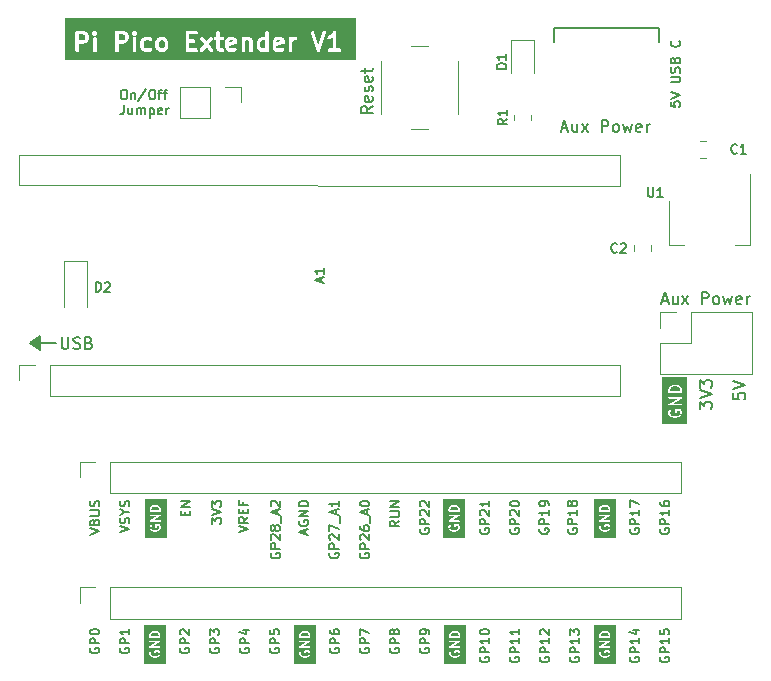
<source format=gbr>
%TF.GenerationSoftware,KiCad,Pcbnew,7.0.2*%
%TF.CreationDate,2023-10-08T18:29:29-07:00*%
%TF.ProjectId,Pi Pico Extender,50692050-6963-46f2-9045-7874656e6465,rev?*%
%TF.SameCoordinates,Original*%
%TF.FileFunction,Legend,Top*%
%TF.FilePolarity,Positive*%
%FSLAX46Y46*%
G04 Gerber Fmt 4.6, Leading zero omitted, Abs format (unit mm)*
G04 Created by KiCad (PCBNEW 7.0.2) date 2023-10-08 18:29:29*
%MOMM*%
%LPD*%
G01*
G04 APERTURE LIST*
%ADD10C,0.150000*%
%ADD11C,0.300000*%
%ADD12C,0.120000*%
%ADD13C,0.200000*%
G04 APERTURE END LIST*
D10*
X129742857Y-70906095D02*
X129895238Y-70906095D01*
X129895238Y-70906095D02*
X129971428Y-70944190D01*
X129971428Y-70944190D02*
X130047619Y-71020380D01*
X130047619Y-71020380D02*
X130085714Y-71172761D01*
X130085714Y-71172761D02*
X130085714Y-71439428D01*
X130085714Y-71439428D02*
X130047619Y-71591809D01*
X130047619Y-71591809D02*
X129971428Y-71668000D01*
X129971428Y-71668000D02*
X129895238Y-71706095D01*
X129895238Y-71706095D02*
X129742857Y-71706095D01*
X129742857Y-71706095D02*
X129666666Y-71668000D01*
X129666666Y-71668000D02*
X129590476Y-71591809D01*
X129590476Y-71591809D02*
X129552380Y-71439428D01*
X129552380Y-71439428D02*
X129552380Y-71172761D01*
X129552380Y-71172761D02*
X129590476Y-71020380D01*
X129590476Y-71020380D02*
X129666666Y-70944190D01*
X129666666Y-70944190D02*
X129742857Y-70906095D01*
X130428571Y-71172761D02*
X130428571Y-71706095D01*
X130428571Y-71248952D02*
X130466666Y-71210857D01*
X130466666Y-71210857D02*
X130542856Y-71172761D01*
X130542856Y-71172761D02*
X130657142Y-71172761D01*
X130657142Y-71172761D02*
X130733333Y-71210857D01*
X130733333Y-71210857D02*
X130771428Y-71287047D01*
X130771428Y-71287047D02*
X130771428Y-71706095D01*
X131723809Y-70868000D02*
X131038095Y-71896571D01*
X132142857Y-70906095D02*
X132295238Y-70906095D01*
X132295238Y-70906095D02*
X132371428Y-70944190D01*
X132371428Y-70944190D02*
X132447619Y-71020380D01*
X132447619Y-71020380D02*
X132485714Y-71172761D01*
X132485714Y-71172761D02*
X132485714Y-71439428D01*
X132485714Y-71439428D02*
X132447619Y-71591809D01*
X132447619Y-71591809D02*
X132371428Y-71668000D01*
X132371428Y-71668000D02*
X132295238Y-71706095D01*
X132295238Y-71706095D02*
X132142857Y-71706095D01*
X132142857Y-71706095D02*
X132066666Y-71668000D01*
X132066666Y-71668000D02*
X131990476Y-71591809D01*
X131990476Y-71591809D02*
X131952380Y-71439428D01*
X131952380Y-71439428D02*
X131952380Y-71172761D01*
X131952380Y-71172761D02*
X131990476Y-71020380D01*
X131990476Y-71020380D02*
X132066666Y-70944190D01*
X132066666Y-70944190D02*
X132142857Y-70906095D01*
X132714285Y-71172761D02*
X133019047Y-71172761D01*
X132828571Y-71706095D02*
X132828571Y-71020380D01*
X132828571Y-71020380D02*
X132866666Y-70944190D01*
X132866666Y-70944190D02*
X132942856Y-70906095D01*
X132942856Y-70906095D02*
X133019047Y-70906095D01*
X133171428Y-71172761D02*
X133476190Y-71172761D01*
X133285714Y-71706095D02*
X133285714Y-71020380D01*
X133285714Y-71020380D02*
X133323809Y-70944190D01*
X133323809Y-70944190D02*
X133399999Y-70906095D01*
X133399999Y-70906095D02*
X133476190Y-70906095D01*
X129819047Y-72202095D02*
X129819047Y-72773523D01*
X129819047Y-72773523D02*
X129780952Y-72887809D01*
X129780952Y-72887809D02*
X129704761Y-72964000D01*
X129704761Y-72964000D02*
X129590476Y-73002095D01*
X129590476Y-73002095D02*
X129514285Y-73002095D01*
X130542857Y-72468761D02*
X130542857Y-73002095D01*
X130200000Y-72468761D02*
X130200000Y-72887809D01*
X130200000Y-72887809D02*
X130238095Y-72964000D01*
X130238095Y-72964000D02*
X130314285Y-73002095D01*
X130314285Y-73002095D02*
X130428571Y-73002095D01*
X130428571Y-73002095D02*
X130504762Y-72964000D01*
X130504762Y-72964000D02*
X130542857Y-72925904D01*
X130923810Y-73002095D02*
X130923810Y-72468761D01*
X130923810Y-72544952D02*
X130961905Y-72506857D01*
X130961905Y-72506857D02*
X131038095Y-72468761D01*
X131038095Y-72468761D02*
X131152381Y-72468761D01*
X131152381Y-72468761D02*
X131228572Y-72506857D01*
X131228572Y-72506857D02*
X131266667Y-72583047D01*
X131266667Y-72583047D02*
X131266667Y-73002095D01*
X131266667Y-72583047D02*
X131304762Y-72506857D01*
X131304762Y-72506857D02*
X131380953Y-72468761D01*
X131380953Y-72468761D02*
X131495238Y-72468761D01*
X131495238Y-72468761D02*
X131571429Y-72506857D01*
X131571429Y-72506857D02*
X131609524Y-72583047D01*
X131609524Y-72583047D02*
X131609524Y-73002095D01*
X131990477Y-72468761D02*
X131990477Y-73268761D01*
X131990477Y-72506857D02*
X132066667Y-72468761D01*
X132066667Y-72468761D02*
X132219048Y-72468761D01*
X132219048Y-72468761D02*
X132295239Y-72506857D01*
X132295239Y-72506857D02*
X132333334Y-72544952D01*
X132333334Y-72544952D02*
X132371429Y-72621142D01*
X132371429Y-72621142D02*
X132371429Y-72849714D01*
X132371429Y-72849714D02*
X132333334Y-72925904D01*
X132333334Y-72925904D02*
X132295239Y-72964000D01*
X132295239Y-72964000D02*
X132219048Y-73002095D01*
X132219048Y-73002095D02*
X132066667Y-73002095D01*
X132066667Y-73002095D02*
X131990477Y-72964000D01*
X133019049Y-72964000D02*
X132942858Y-73002095D01*
X132942858Y-73002095D02*
X132790477Y-73002095D01*
X132790477Y-73002095D02*
X132714287Y-72964000D01*
X132714287Y-72964000D02*
X132676191Y-72887809D01*
X132676191Y-72887809D02*
X132676191Y-72583047D01*
X132676191Y-72583047D02*
X132714287Y-72506857D01*
X132714287Y-72506857D02*
X132790477Y-72468761D01*
X132790477Y-72468761D02*
X132942858Y-72468761D01*
X132942858Y-72468761D02*
X133019049Y-72506857D01*
X133019049Y-72506857D02*
X133057144Y-72583047D01*
X133057144Y-72583047D02*
X133057144Y-72659238D01*
X133057144Y-72659238D02*
X132676191Y-72735428D01*
X133400001Y-73002095D02*
X133400001Y-72468761D01*
X133400001Y-72621142D02*
X133438096Y-72544952D01*
X133438096Y-72544952D02*
X133476191Y-72506857D01*
X133476191Y-72506857D02*
X133552382Y-72468761D01*
X133552382Y-72468761D02*
X133628572Y-72468761D01*
X160004110Y-108077009D02*
X159966015Y-108153199D01*
X159966015Y-108153199D02*
X159966015Y-108267485D01*
X159966015Y-108267485D02*
X160004110Y-108381771D01*
X160004110Y-108381771D02*
X160080300Y-108457961D01*
X160080300Y-108457961D02*
X160156491Y-108496056D01*
X160156491Y-108496056D02*
X160308872Y-108534152D01*
X160308872Y-108534152D02*
X160423158Y-108534152D01*
X160423158Y-108534152D02*
X160575539Y-108496056D01*
X160575539Y-108496056D02*
X160651729Y-108457961D01*
X160651729Y-108457961D02*
X160727920Y-108381771D01*
X160727920Y-108381771D02*
X160766015Y-108267485D01*
X160766015Y-108267485D02*
X160766015Y-108191294D01*
X160766015Y-108191294D02*
X160727920Y-108077009D01*
X160727920Y-108077009D02*
X160689824Y-108038913D01*
X160689824Y-108038913D02*
X160423158Y-108038913D01*
X160423158Y-108038913D02*
X160423158Y-108191294D01*
X160766015Y-107696056D02*
X159966015Y-107696056D01*
X159966015Y-107696056D02*
X159966015Y-107391294D01*
X159966015Y-107391294D02*
X160004110Y-107315104D01*
X160004110Y-107315104D02*
X160042205Y-107277009D01*
X160042205Y-107277009D02*
X160118396Y-107238913D01*
X160118396Y-107238913D02*
X160232681Y-107238913D01*
X160232681Y-107238913D02*
X160308872Y-107277009D01*
X160308872Y-107277009D02*
X160346967Y-107315104D01*
X160346967Y-107315104D02*
X160385062Y-107391294D01*
X160385062Y-107391294D02*
X160385062Y-107696056D01*
X160042205Y-106934152D02*
X160004110Y-106896056D01*
X160004110Y-106896056D02*
X159966015Y-106819866D01*
X159966015Y-106819866D02*
X159966015Y-106629390D01*
X159966015Y-106629390D02*
X160004110Y-106553199D01*
X160004110Y-106553199D02*
X160042205Y-106515104D01*
X160042205Y-106515104D02*
X160118396Y-106477009D01*
X160118396Y-106477009D02*
X160194586Y-106477009D01*
X160194586Y-106477009D02*
X160308872Y-106515104D01*
X160308872Y-106515104D02*
X160766015Y-106972247D01*
X160766015Y-106972247D02*
X160766015Y-106477009D01*
X160766015Y-105715104D02*
X160766015Y-106172247D01*
X160766015Y-105943675D02*
X159966015Y-105943675D01*
X159966015Y-105943675D02*
X160080300Y-106019866D01*
X160080300Y-106019866D02*
X160156491Y-106096056D01*
X160156491Y-106096056D02*
X160194586Y-106172247D01*
X147253310Y-110134152D02*
X147215215Y-110210342D01*
X147215215Y-110210342D02*
X147215215Y-110324628D01*
X147215215Y-110324628D02*
X147253310Y-110438914D01*
X147253310Y-110438914D02*
X147329500Y-110515104D01*
X147329500Y-110515104D02*
X147405691Y-110553199D01*
X147405691Y-110553199D02*
X147558072Y-110591295D01*
X147558072Y-110591295D02*
X147672358Y-110591295D01*
X147672358Y-110591295D02*
X147824739Y-110553199D01*
X147824739Y-110553199D02*
X147900929Y-110515104D01*
X147900929Y-110515104D02*
X147977120Y-110438914D01*
X147977120Y-110438914D02*
X148015215Y-110324628D01*
X148015215Y-110324628D02*
X148015215Y-110248437D01*
X148015215Y-110248437D02*
X147977120Y-110134152D01*
X147977120Y-110134152D02*
X147939024Y-110096056D01*
X147939024Y-110096056D02*
X147672358Y-110096056D01*
X147672358Y-110096056D02*
X147672358Y-110248437D01*
X148015215Y-109753199D02*
X147215215Y-109753199D01*
X147215215Y-109753199D02*
X147215215Y-109448437D01*
X147215215Y-109448437D02*
X147253310Y-109372247D01*
X147253310Y-109372247D02*
X147291405Y-109334152D01*
X147291405Y-109334152D02*
X147367596Y-109296056D01*
X147367596Y-109296056D02*
X147481881Y-109296056D01*
X147481881Y-109296056D02*
X147558072Y-109334152D01*
X147558072Y-109334152D02*
X147596167Y-109372247D01*
X147596167Y-109372247D02*
X147634262Y-109448437D01*
X147634262Y-109448437D02*
X147634262Y-109753199D01*
X147291405Y-108991295D02*
X147253310Y-108953199D01*
X147253310Y-108953199D02*
X147215215Y-108877009D01*
X147215215Y-108877009D02*
X147215215Y-108686533D01*
X147215215Y-108686533D02*
X147253310Y-108610342D01*
X147253310Y-108610342D02*
X147291405Y-108572247D01*
X147291405Y-108572247D02*
X147367596Y-108534152D01*
X147367596Y-108534152D02*
X147443786Y-108534152D01*
X147443786Y-108534152D02*
X147558072Y-108572247D01*
X147558072Y-108572247D02*
X148015215Y-109029390D01*
X148015215Y-109029390D02*
X148015215Y-108534152D01*
X147215215Y-108267485D02*
X147215215Y-107734151D01*
X147215215Y-107734151D02*
X148015215Y-108077009D01*
X148091405Y-107619866D02*
X148091405Y-107010342D01*
X147786643Y-106857961D02*
X147786643Y-106477008D01*
X148015215Y-106934151D02*
X147215215Y-106667484D01*
X147215215Y-106667484D02*
X148015215Y-106400818D01*
X148015215Y-105715104D02*
X148015215Y-106172247D01*
X148015215Y-105943675D02*
X147215215Y-105943675D01*
X147215215Y-105943675D02*
X147329500Y-106019866D01*
X147329500Y-106019866D02*
X147405691Y-106096056D01*
X147405691Y-106096056D02*
X147443786Y-106172247D01*
X172704110Y-108077009D02*
X172666015Y-108153199D01*
X172666015Y-108153199D02*
X172666015Y-108267485D01*
X172666015Y-108267485D02*
X172704110Y-108381771D01*
X172704110Y-108381771D02*
X172780300Y-108457961D01*
X172780300Y-108457961D02*
X172856491Y-108496056D01*
X172856491Y-108496056D02*
X173008872Y-108534152D01*
X173008872Y-108534152D02*
X173123158Y-108534152D01*
X173123158Y-108534152D02*
X173275539Y-108496056D01*
X173275539Y-108496056D02*
X173351729Y-108457961D01*
X173351729Y-108457961D02*
X173427920Y-108381771D01*
X173427920Y-108381771D02*
X173466015Y-108267485D01*
X173466015Y-108267485D02*
X173466015Y-108191294D01*
X173466015Y-108191294D02*
X173427920Y-108077009D01*
X173427920Y-108077009D02*
X173389824Y-108038913D01*
X173389824Y-108038913D02*
X173123158Y-108038913D01*
X173123158Y-108038913D02*
X173123158Y-108191294D01*
X173466015Y-107696056D02*
X172666015Y-107696056D01*
X172666015Y-107696056D02*
X172666015Y-107391294D01*
X172666015Y-107391294D02*
X172704110Y-107315104D01*
X172704110Y-107315104D02*
X172742205Y-107277009D01*
X172742205Y-107277009D02*
X172818396Y-107238913D01*
X172818396Y-107238913D02*
X172932681Y-107238913D01*
X172932681Y-107238913D02*
X173008872Y-107277009D01*
X173008872Y-107277009D02*
X173046967Y-107315104D01*
X173046967Y-107315104D02*
X173085062Y-107391294D01*
X173085062Y-107391294D02*
X173085062Y-107696056D01*
X173466015Y-106477009D02*
X173466015Y-106934152D01*
X173466015Y-106705580D02*
X172666015Y-106705580D01*
X172666015Y-106705580D02*
X172780300Y-106781771D01*
X172780300Y-106781771D02*
X172856491Y-106857961D01*
X172856491Y-106857961D02*
X172894586Y-106934152D01*
X172666015Y-106210342D02*
X172666015Y-105677008D01*
X172666015Y-105677008D02*
X173466015Y-106019866D01*
X142274910Y-110134152D02*
X142236815Y-110210342D01*
X142236815Y-110210342D02*
X142236815Y-110324628D01*
X142236815Y-110324628D02*
X142274910Y-110438914D01*
X142274910Y-110438914D02*
X142351100Y-110515104D01*
X142351100Y-110515104D02*
X142427291Y-110553199D01*
X142427291Y-110553199D02*
X142579672Y-110591295D01*
X142579672Y-110591295D02*
X142693958Y-110591295D01*
X142693958Y-110591295D02*
X142846339Y-110553199D01*
X142846339Y-110553199D02*
X142922529Y-110515104D01*
X142922529Y-110515104D02*
X142998720Y-110438914D01*
X142998720Y-110438914D02*
X143036815Y-110324628D01*
X143036815Y-110324628D02*
X143036815Y-110248437D01*
X143036815Y-110248437D02*
X142998720Y-110134152D01*
X142998720Y-110134152D02*
X142960624Y-110096056D01*
X142960624Y-110096056D02*
X142693958Y-110096056D01*
X142693958Y-110096056D02*
X142693958Y-110248437D01*
X143036815Y-109753199D02*
X142236815Y-109753199D01*
X142236815Y-109753199D02*
X142236815Y-109448437D01*
X142236815Y-109448437D02*
X142274910Y-109372247D01*
X142274910Y-109372247D02*
X142313005Y-109334152D01*
X142313005Y-109334152D02*
X142389196Y-109296056D01*
X142389196Y-109296056D02*
X142503481Y-109296056D01*
X142503481Y-109296056D02*
X142579672Y-109334152D01*
X142579672Y-109334152D02*
X142617767Y-109372247D01*
X142617767Y-109372247D02*
X142655862Y-109448437D01*
X142655862Y-109448437D02*
X142655862Y-109753199D01*
X142313005Y-108991295D02*
X142274910Y-108953199D01*
X142274910Y-108953199D02*
X142236815Y-108877009D01*
X142236815Y-108877009D02*
X142236815Y-108686533D01*
X142236815Y-108686533D02*
X142274910Y-108610342D01*
X142274910Y-108610342D02*
X142313005Y-108572247D01*
X142313005Y-108572247D02*
X142389196Y-108534152D01*
X142389196Y-108534152D02*
X142465386Y-108534152D01*
X142465386Y-108534152D02*
X142579672Y-108572247D01*
X142579672Y-108572247D02*
X143036815Y-109029390D01*
X143036815Y-109029390D02*
X143036815Y-108534152D01*
X142579672Y-108077009D02*
X142541577Y-108153199D01*
X142541577Y-108153199D02*
X142503481Y-108191294D01*
X142503481Y-108191294D02*
X142427291Y-108229390D01*
X142427291Y-108229390D02*
X142389196Y-108229390D01*
X142389196Y-108229390D02*
X142313005Y-108191294D01*
X142313005Y-108191294D02*
X142274910Y-108153199D01*
X142274910Y-108153199D02*
X142236815Y-108077009D01*
X142236815Y-108077009D02*
X142236815Y-107924628D01*
X142236815Y-107924628D02*
X142274910Y-107848437D01*
X142274910Y-107848437D02*
X142313005Y-107810342D01*
X142313005Y-107810342D02*
X142389196Y-107772247D01*
X142389196Y-107772247D02*
X142427291Y-107772247D01*
X142427291Y-107772247D02*
X142503481Y-107810342D01*
X142503481Y-107810342D02*
X142541577Y-107848437D01*
X142541577Y-107848437D02*
X142579672Y-107924628D01*
X142579672Y-107924628D02*
X142579672Y-108077009D01*
X142579672Y-108077009D02*
X142617767Y-108153199D01*
X142617767Y-108153199D02*
X142655862Y-108191294D01*
X142655862Y-108191294D02*
X142732053Y-108229390D01*
X142732053Y-108229390D02*
X142884434Y-108229390D01*
X142884434Y-108229390D02*
X142960624Y-108191294D01*
X142960624Y-108191294D02*
X142998720Y-108153199D01*
X142998720Y-108153199D02*
X143036815Y-108077009D01*
X143036815Y-108077009D02*
X143036815Y-107924628D01*
X143036815Y-107924628D02*
X142998720Y-107848437D01*
X142998720Y-107848437D02*
X142960624Y-107810342D01*
X142960624Y-107810342D02*
X142884434Y-107772247D01*
X142884434Y-107772247D02*
X142732053Y-107772247D01*
X142732053Y-107772247D02*
X142655862Y-107810342D01*
X142655862Y-107810342D02*
X142617767Y-107848437D01*
X142617767Y-107848437D02*
X142579672Y-107924628D01*
X143113005Y-107619866D02*
X143113005Y-107010342D01*
X142808243Y-106857961D02*
X142808243Y-106477008D01*
X143036815Y-106934151D02*
X142236815Y-106667484D01*
X142236815Y-106667484D02*
X143036815Y-106400818D01*
X142313005Y-106172247D02*
X142274910Y-106134151D01*
X142274910Y-106134151D02*
X142236815Y-106057961D01*
X142236815Y-106057961D02*
X142236815Y-105867485D01*
X142236815Y-105867485D02*
X142274910Y-105791294D01*
X142274910Y-105791294D02*
X142313005Y-105753199D01*
X142313005Y-105753199D02*
X142389196Y-105715104D01*
X142389196Y-105715104D02*
X142465386Y-105715104D01*
X142465386Y-105715104D02*
X142579672Y-105753199D01*
X142579672Y-105753199D02*
X143036815Y-106210342D01*
X143036815Y-106210342D02*
X143036815Y-105715104D01*
X176102095Y-71928571D02*
X176102095Y-72309523D01*
X176102095Y-72309523D02*
X176483047Y-72347619D01*
X176483047Y-72347619D02*
X176444952Y-72309523D01*
X176444952Y-72309523D02*
X176406857Y-72233333D01*
X176406857Y-72233333D02*
X176406857Y-72042857D01*
X176406857Y-72042857D02*
X176444952Y-71966666D01*
X176444952Y-71966666D02*
X176483047Y-71928571D01*
X176483047Y-71928571D02*
X176559238Y-71890476D01*
X176559238Y-71890476D02*
X176749714Y-71890476D01*
X176749714Y-71890476D02*
X176825904Y-71928571D01*
X176825904Y-71928571D02*
X176864000Y-71966666D01*
X176864000Y-71966666D02*
X176902095Y-72042857D01*
X176902095Y-72042857D02*
X176902095Y-72233333D01*
X176902095Y-72233333D02*
X176864000Y-72309523D01*
X176864000Y-72309523D02*
X176825904Y-72347619D01*
X176102095Y-71661904D02*
X176902095Y-71395237D01*
X176902095Y-71395237D02*
X176102095Y-71128571D01*
X176102095Y-70252380D02*
X176749714Y-70252380D01*
X176749714Y-70252380D02*
X176825904Y-70214285D01*
X176825904Y-70214285D02*
X176864000Y-70176190D01*
X176864000Y-70176190D02*
X176902095Y-70099999D01*
X176902095Y-70099999D02*
X176902095Y-69947618D01*
X176902095Y-69947618D02*
X176864000Y-69871428D01*
X176864000Y-69871428D02*
X176825904Y-69833333D01*
X176825904Y-69833333D02*
X176749714Y-69795237D01*
X176749714Y-69795237D02*
X176102095Y-69795237D01*
X176864000Y-69452381D02*
X176902095Y-69338095D01*
X176902095Y-69338095D02*
X176902095Y-69147619D01*
X176902095Y-69147619D02*
X176864000Y-69071428D01*
X176864000Y-69071428D02*
X176825904Y-69033333D01*
X176825904Y-69033333D02*
X176749714Y-68995238D01*
X176749714Y-68995238D02*
X176673523Y-68995238D01*
X176673523Y-68995238D02*
X176597333Y-69033333D01*
X176597333Y-69033333D02*
X176559238Y-69071428D01*
X176559238Y-69071428D02*
X176521142Y-69147619D01*
X176521142Y-69147619D02*
X176483047Y-69300000D01*
X176483047Y-69300000D02*
X176444952Y-69376190D01*
X176444952Y-69376190D02*
X176406857Y-69414285D01*
X176406857Y-69414285D02*
X176330666Y-69452381D01*
X176330666Y-69452381D02*
X176254476Y-69452381D01*
X176254476Y-69452381D02*
X176178285Y-69414285D01*
X176178285Y-69414285D02*
X176140190Y-69376190D01*
X176140190Y-69376190D02*
X176102095Y-69300000D01*
X176102095Y-69300000D02*
X176102095Y-69109523D01*
X176102095Y-69109523D02*
X176140190Y-68995238D01*
X176483047Y-68385714D02*
X176521142Y-68271428D01*
X176521142Y-68271428D02*
X176559238Y-68233333D01*
X176559238Y-68233333D02*
X176635428Y-68195237D01*
X176635428Y-68195237D02*
X176749714Y-68195237D01*
X176749714Y-68195237D02*
X176825904Y-68233333D01*
X176825904Y-68233333D02*
X176864000Y-68271428D01*
X176864000Y-68271428D02*
X176902095Y-68347618D01*
X176902095Y-68347618D02*
X176902095Y-68652380D01*
X176902095Y-68652380D02*
X176102095Y-68652380D01*
X176102095Y-68652380D02*
X176102095Y-68385714D01*
X176102095Y-68385714D02*
X176140190Y-68309523D01*
X176140190Y-68309523D02*
X176178285Y-68271428D01*
X176178285Y-68271428D02*
X176254476Y-68233333D01*
X176254476Y-68233333D02*
X176330666Y-68233333D01*
X176330666Y-68233333D02*
X176406857Y-68271428D01*
X176406857Y-68271428D02*
X176444952Y-68309523D01*
X176444952Y-68309523D02*
X176483047Y-68385714D01*
X176483047Y-68385714D02*
X176483047Y-68652380D01*
X176825904Y-66785713D02*
X176864000Y-66823809D01*
X176864000Y-66823809D02*
X176902095Y-66938094D01*
X176902095Y-66938094D02*
X176902095Y-67014285D01*
X176902095Y-67014285D02*
X176864000Y-67128571D01*
X176864000Y-67128571D02*
X176787809Y-67204761D01*
X176787809Y-67204761D02*
X176711619Y-67242856D01*
X176711619Y-67242856D02*
X176559238Y-67280952D01*
X176559238Y-67280952D02*
X176444952Y-67280952D01*
X176444952Y-67280952D02*
X176292571Y-67242856D01*
X176292571Y-67242856D02*
X176216380Y-67204761D01*
X176216380Y-67204761D02*
X176140190Y-67128571D01*
X176140190Y-67128571D02*
X176102095Y-67014285D01*
X176102095Y-67014285D02*
X176102095Y-66938094D01*
X176102095Y-66938094D02*
X176140190Y-66823809D01*
X176140190Y-66823809D02*
X176178285Y-66785713D01*
G36*
X158009840Y-116898191D02*
G01*
X158067781Y-116927161D01*
X158122847Y-116982227D01*
X158151495Y-117068170D01*
X158151495Y-117171475D01*
X157501495Y-117171475D01*
X157501495Y-117068169D01*
X157530142Y-116982226D01*
X157585206Y-116927162D01*
X157643145Y-116898192D01*
X157778587Y-116864332D01*
X157874406Y-116864332D01*
X158009840Y-116898191D01*
G37*
G36*
X158783186Y-119521833D02*
G01*
X156929614Y-119521833D01*
X156929614Y-118658824D01*
X157348380Y-118658824D01*
X157354918Y-118678438D01*
X157360738Y-118698259D01*
X157361844Y-118699217D01*
X157392162Y-118790174D01*
X157395985Y-118807746D01*
X157406824Y-118818585D01*
X157415571Y-118831170D01*
X157422117Y-118833878D01*
X157481097Y-118892858D01*
X157487542Y-118903709D01*
X157506040Y-118912957D01*
X157524165Y-118922855D01*
X157525625Y-118922750D01*
X157571482Y-118945678D01*
X157577416Y-118951989D01*
X157590792Y-118955333D01*
X157593074Y-118956474D01*
X157601213Y-118957938D01*
X157739187Y-118992433D01*
X157747330Y-118997666D01*
X157760118Y-118997666D01*
X157761622Y-118998042D01*
X157770868Y-118997666D01*
X157871295Y-118997666D01*
X157880464Y-119000768D01*
X157892872Y-118997666D01*
X157894420Y-118997666D01*
X157903290Y-118995061D01*
X158041250Y-118960571D01*
X158049863Y-118961501D01*
X158062195Y-118955334D01*
X158064670Y-118954716D01*
X158071802Y-118950530D01*
X158137339Y-118917762D01*
X158149670Y-118915080D01*
X158164291Y-118900458D01*
X158179415Y-118886391D01*
X158179777Y-118884972D01*
X158238576Y-118826174D01*
X158252587Y-118814894D01*
X158257434Y-118800352D01*
X158264780Y-118786900D01*
X158264274Y-118779831D01*
X158294672Y-118688636D01*
X158301495Y-118678021D01*
X158301495Y-118657341D01*
X158302241Y-118636702D01*
X158301495Y-118635443D01*
X158301495Y-118589210D01*
X158304610Y-118576983D01*
X158298072Y-118557369D01*
X158292252Y-118537548D01*
X158291145Y-118536589D01*
X158260827Y-118445633D01*
X158257005Y-118428062D01*
X158246166Y-118417223D01*
X158237419Y-118404637D01*
X158230871Y-118401928D01*
X158212904Y-118383961D01*
X158209378Y-118376239D01*
X158197635Y-118368692D01*
X158195713Y-118366770D01*
X158188602Y-118362887D01*
X158172326Y-118352427D01*
X158169446Y-118352427D01*
X158166919Y-118351047D01*
X158147630Y-118352427D01*
X157888998Y-118352427D01*
X157872514Y-118350057D01*
X157857361Y-118356976D01*
X157841378Y-118361670D01*
X157837641Y-118365982D01*
X157832450Y-118368353D01*
X157823442Y-118382369D01*
X157812536Y-118394956D01*
X157811724Y-118400602D01*
X157808638Y-118405405D01*
X157808638Y-118422067D01*
X157806268Y-118438551D01*
X157808638Y-118443740D01*
X157808638Y-118590590D01*
X157817881Y-118622068D01*
X157851167Y-118650910D01*
X157894762Y-118657178D01*
X157934826Y-118638882D01*
X157958638Y-118601830D01*
X157958638Y-118502427D01*
X158119238Y-118502427D01*
X158122847Y-118506036D01*
X158151495Y-118591979D01*
X158151495Y-118643829D01*
X158122847Y-118729772D01*
X158067783Y-118784834D01*
X158009842Y-118813805D01*
X157874403Y-118847666D01*
X157778584Y-118847666D01*
X157643148Y-118813806D01*
X157585206Y-118784835D01*
X157530142Y-118729771D01*
X157501495Y-118643827D01*
X157501495Y-118559418D01*
X157536494Y-118489420D01*
X157542304Y-118457132D01*
X157525431Y-118416449D01*
X157489241Y-118391346D01*
X157445225Y-118389794D01*
X157407356Y-118412285D01*
X157361218Y-118504561D01*
X157351495Y-118519691D01*
X157351495Y-118535021D01*
X157348781Y-118550104D01*
X157351495Y-118556647D01*
X157351495Y-118646596D01*
X157348380Y-118658824D01*
X156929614Y-118658824D01*
X156929614Y-118091654D01*
X157348651Y-118091654D01*
X157349424Y-118093611D01*
X157349125Y-118095694D01*
X157357461Y-118113949D01*
X157364838Y-118132615D01*
X157366546Y-118133843D01*
X157367421Y-118135758D01*
X157384305Y-118146608D01*
X157400601Y-118158323D01*
X157402703Y-118158432D01*
X157404473Y-118159570D01*
X157424542Y-118159570D01*
X157444585Y-118160614D01*
X157446412Y-118159570D01*
X158237277Y-118159570D01*
X158268755Y-118150327D01*
X158297597Y-118117041D01*
X158303865Y-118073446D01*
X158285569Y-118033382D01*
X158248517Y-118009570D01*
X157708912Y-118009570D01*
X158256069Y-117696908D01*
X158268755Y-117693184D01*
X158281894Y-117678020D01*
X158295812Y-117663553D01*
X158296219Y-117661487D01*
X158297597Y-117659898D01*
X158300452Y-117640037D01*
X158304339Y-117620343D01*
X158303565Y-117618385D01*
X158303865Y-117616303D01*
X158295528Y-117598047D01*
X158288152Y-117579382D01*
X158286443Y-117578153D01*
X158285569Y-117576239D01*
X158268684Y-117565388D01*
X158252389Y-117553674D01*
X158250286Y-117553564D01*
X158248517Y-117552427D01*
X158228448Y-117552427D01*
X158208405Y-117551383D01*
X158206578Y-117552427D01*
X157415713Y-117552427D01*
X157384235Y-117561670D01*
X157355393Y-117594956D01*
X157349125Y-117638551D01*
X157367421Y-117678615D01*
X157404473Y-117702427D01*
X157944078Y-117702427D01*
X157396920Y-118015088D01*
X157384235Y-118018813D01*
X157371095Y-118033976D01*
X157357178Y-118048444D01*
X157356770Y-118050509D01*
X157355393Y-118052099D01*
X157352537Y-118071959D01*
X157348651Y-118091654D01*
X156929614Y-118091654D01*
X156929614Y-117257599D01*
X157349125Y-117257599D01*
X157356044Y-117272751D01*
X157360738Y-117288735D01*
X157365050Y-117292471D01*
X157367421Y-117297663D01*
X157381437Y-117306670D01*
X157394024Y-117317577D01*
X157399670Y-117318388D01*
X157404473Y-117321475D01*
X157421135Y-117321475D01*
X157437619Y-117323845D01*
X157442809Y-117321475D01*
X158221135Y-117321475D01*
X158237619Y-117323845D01*
X158252771Y-117316925D01*
X158268755Y-117312232D01*
X158272491Y-117307919D01*
X158277683Y-117305549D01*
X158286690Y-117291532D01*
X158297597Y-117278946D01*
X158298408Y-117273299D01*
X158301495Y-117268497D01*
X158301495Y-117251834D01*
X158303865Y-117235351D01*
X158301495Y-117230161D01*
X158301495Y-117065401D01*
X158304610Y-117053174D01*
X158298071Y-117033559D01*
X158292252Y-117013739D01*
X158291145Y-117012780D01*
X158260827Y-116921823D01*
X158257005Y-116904252D01*
X158246165Y-116893412D01*
X158237419Y-116880828D01*
X158230872Y-116878120D01*
X158171890Y-116819138D01*
X158165447Y-116808289D01*
X158146942Y-116799036D01*
X158128823Y-116789143D01*
X158127363Y-116789247D01*
X158081507Y-116766319D01*
X158075574Y-116760009D01*
X158062197Y-116756664D01*
X158059916Y-116755524D01*
X158051775Y-116754059D01*
X157913802Y-116719564D01*
X157905660Y-116714332D01*
X157892872Y-116714332D01*
X157891368Y-116713956D01*
X157882122Y-116714332D01*
X157781695Y-116714332D01*
X157772526Y-116711230D01*
X157760118Y-116714332D01*
X157758570Y-116714332D01*
X157749699Y-116716936D01*
X157611740Y-116751426D01*
X157603128Y-116750497D01*
X157590796Y-116756662D01*
X157588320Y-116757282D01*
X157581182Y-116761469D01*
X157515651Y-116794235D01*
X157503319Y-116796918D01*
X157488691Y-116811545D01*
X157473574Y-116825607D01*
X157473211Y-116827025D01*
X157414412Y-116885824D01*
X157400403Y-116897104D01*
X157395555Y-116911645D01*
X157388210Y-116925098D01*
X157388715Y-116932165D01*
X157358317Y-117023361D01*
X157351495Y-117033977D01*
X157351495Y-117054656D01*
X157350749Y-117075296D01*
X157351495Y-117076554D01*
X157351495Y-117241115D01*
X157349125Y-117257599D01*
X156929614Y-117257599D01*
X156929614Y-116190166D01*
X158783186Y-116190166D01*
X158783186Y-119521833D01*
G37*
X162544110Y-108077009D02*
X162506015Y-108153199D01*
X162506015Y-108153199D02*
X162506015Y-108267485D01*
X162506015Y-108267485D02*
X162544110Y-108381771D01*
X162544110Y-108381771D02*
X162620300Y-108457961D01*
X162620300Y-108457961D02*
X162696491Y-108496056D01*
X162696491Y-108496056D02*
X162848872Y-108534152D01*
X162848872Y-108534152D02*
X162963158Y-108534152D01*
X162963158Y-108534152D02*
X163115539Y-108496056D01*
X163115539Y-108496056D02*
X163191729Y-108457961D01*
X163191729Y-108457961D02*
X163267920Y-108381771D01*
X163267920Y-108381771D02*
X163306015Y-108267485D01*
X163306015Y-108267485D02*
X163306015Y-108191294D01*
X163306015Y-108191294D02*
X163267920Y-108077009D01*
X163267920Y-108077009D02*
X163229824Y-108038913D01*
X163229824Y-108038913D02*
X162963158Y-108038913D01*
X162963158Y-108038913D02*
X162963158Y-108191294D01*
X163306015Y-107696056D02*
X162506015Y-107696056D01*
X162506015Y-107696056D02*
X162506015Y-107391294D01*
X162506015Y-107391294D02*
X162544110Y-107315104D01*
X162544110Y-107315104D02*
X162582205Y-107277009D01*
X162582205Y-107277009D02*
X162658396Y-107238913D01*
X162658396Y-107238913D02*
X162772681Y-107238913D01*
X162772681Y-107238913D02*
X162848872Y-107277009D01*
X162848872Y-107277009D02*
X162886967Y-107315104D01*
X162886967Y-107315104D02*
X162925062Y-107391294D01*
X162925062Y-107391294D02*
X162925062Y-107696056D01*
X162582205Y-106934152D02*
X162544110Y-106896056D01*
X162544110Y-106896056D02*
X162506015Y-106819866D01*
X162506015Y-106819866D02*
X162506015Y-106629390D01*
X162506015Y-106629390D02*
X162544110Y-106553199D01*
X162544110Y-106553199D02*
X162582205Y-106515104D01*
X162582205Y-106515104D02*
X162658396Y-106477009D01*
X162658396Y-106477009D02*
X162734586Y-106477009D01*
X162734586Y-106477009D02*
X162848872Y-106515104D01*
X162848872Y-106515104D02*
X163306015Y-106972247D01*
X163306015Y-106972247D02*
X163306015Y-106477009D01*
X162506015Y-105981770D02*
X162506015Y-105905580D01*
X162506015Y-105905580D02*
X162544110Y-105829389D01*
X162544110Y-105829389D02*
X162582205Y-105791294D01*
X162582205Y-105791294D02*
X162658396Y-105753199D01*
X162658396Y-105753199D02*
X162810777Y-105715104D01*
X162810777Y-105715104D02*
X163001253Y-105715104D01*
X163001253Y-105715104D02*
X163153634Y-105753199D01*
X163153634Y-105753199D02*
X163229824Y-105791294D01*
X163229824Y-105791294D02*
X163267920Y-105829389D01*
X163267920Y-105829389D02*
X163306015Y-105905580D01*
X163306015Y-105905580D02*
X163306015Y-105981770D01*
X163306015Y-105981770D02*
X163267920Y-106057961D01*
X163267920Y-106057961D02*
X163229824Y-106096056D01*
X163229824Y-106096056D02*
X163153634Y-106134151D01*
X163153634Y-106134151D02*
X163001253Y-106172247D01*
X163001253Y-106172247D02*
X162810777Y-106172247D01*
X162810777Y-106172247D02*
X162658396Y-106134151D01*
X162658396Y-106134151D02*
X162582205Y-106096056D01*
X162582205Y-106096056D02*
X162544110Y-106057961D01*
X162544110Y-106057961D02*
X162506015Y-105981770D01*
G36*
X132663560Y-106230191D02*
G01*
X132721501Y-106259161D01*
X132776567Y-106314227D01*
X132805215Y-106400170D01*
X132805215Y-106503475D01*
X132155215Y-106503475D01*
X132155215Y-106400169D01*
X132183862Y-106314226D01*
X132238926Y-106259162D01*
X132296865Y-106230192D01*
X132432307Y-106196332D01*
X132528126Y-106196332D01*
X132663560Y-106230191D01*
G37*
G36*
X133436906Y-108853833D02*
G01*
X131583334Y-108853833D01*
X131583334Y-107990824D01*
X132002100Y-107990824D01*
X132008638Y-108010438D01*
X132014458Y-108030259D01*
X132015564Y-108031217D01*
X132045882Y-108122174D01*
X132049705Y-108139746D01*
X132060544Y-108150585D01*
X132069291Y-108163170D01*
X132075837Y-108165878D01*
X132134817Y-108224858D01*
X132141262Y-108235709D01*
X132159760Y-108244957D01*
X132177885Y-108254855D01*
X132179345Y-108254750D01*
X132225202Y-108277678D01*
X132231136Y-108283989D01*
X132244512Y-108287333D01*
X132246794Y-108288474D01*
X132254933Y-108289938D01*
X132392907Y-108324433D01*
X132401050Y-108329666D01*
X132413838Y-108329666D01*
X132415342Y-108330042D01*
X132424588Y-108329666D01*
X132525015Y-108329666D01*
X132534184Y-108332768D01*
X132546592Y-108329666D01*
X132548140Y-108329666D01*
X132557010Y-108327061D01*
X132694970Y-108292571D01*
X132703583Y-108293501D01*
X132715915Y-108287334D01*
X132718390Y-108286716D01*
X132725522Y-108282530D01*
X132791059Y-108249762D01*
X132803390Y-108247080D01*
X132818011Y-108232458D01*
X132833135Y-108218391D01*
X132833497Y-108216972D01*
X132892296Y-108158174D01*
X132906307Y-108146894D01*
X132911154Y-108132352D01*
X132918500Y-108118900D01*
X132917994Y-108111831D01*
X132948392Y-108020636D01*
X132955215Y-108010021D01*
X132955214Y-107989341D01*
X132955961Y-107968702D01*
X132955215Y-107967443D01*
X132955215Y-107921210D01*
X132958330Y-107908983D01*
X132951792Y-107889369D01*
X132945972Y-107869548D01*
X132944865Y-107868589D01*
X132914547Y-107777633D01*
X132910725Y-107760062D01*
X132899886Y-107749223D01*
X132891139Y-107736637D01*
X132884591Y-107733928D01*
X132866624Y-107715961D01*
X132863098Y-107708239D01*
X132851355Y-107700692D01*
X132849433Y-107698770D01*
X132842322Y-107694887D01*
X132826046Y-107684427D01*
X132823166Y-107684427D01*
X132820639Y-107683047D01*
X132801350Y-107684427D01*
X132542718Y-107684427D01*
X132526234Y-107682057D01*
X132511081Y-107688976D01*
X132495098Y-107693670D01*
X132491361Y-107697982D01*
X132486170Y-107700353D01*
X132477162Y-107714369D01*
X132466256Y-107726956D01*
X132465444Y-107732602D01*
X132462358Y-107737405D01*
X132462358Y-107754067D01*
X132459988Y-107770551D01*
X132462358Y-107775740D01*
X132462358Y-107922590D01*
X132471601Y-107954068D01*
X132504887Y-107982910D01*
X132548482Y-107989178D01*
X132588546Y-107970882D01*
X132612358Y-107933830D01*
X132612358Y-107834427D01*
X132772958Y-107834427D01*
X132776567Y-107838036D01*
X132805215Y-107923979D01*
X132805215Y-107975828D01*
X132776567Y-108061772D01*
X132721503Y-108116834D01*
X132663562Y-108145805D01*
X132528123Y-108179666D01*
X132432304Y-108179666D01*
X132296868Y-108145806D01*
X132238926Y-108116835D01*
X132183862Y-108061771D01*
X132155215Y-107975827D01*
X132155215Y-107891418D01*
X132190214Y-107821420D01*
X132196024Y-107789132D01*
X132179151Y-107748449D01*
X132142961Y-107723346D01*
X132098945Y-107721794D01*
X132061076Y-107744285D01*
X132014938Y-107836561D01*
X132005215Y-107851691D01*
X132005215Y-107867021D01*
X132002501Y-107882104D01*
X132005214Y-107888647D01*
X132005215Y-107978596D01*
X132002100Y-107990824D01*
X131583334Y-107990824D01*
X131583334Y-107423654D01*
X132002371Y-107423654D01*
X132003144Y-107425611D01*
X132002845Y-107427694D01*
X132011181Y-107445949D01*
X132018558Y-107464615D01*
X132020266Y-107465843D01*
X132021141Y-107467758D01*
X132038025Y-107478608D01*
X132054321Y-107490323D01*
X132056423Y-107490432D01*
X132058193Y-107491570D01*
X132078262Y-107491570D01*
X132098305Y-107492614D01*
X132100132Y-107491570D01*
X132890997Y-107491570D01*
X132922475Y-107482327D01*
X132951317Y-107449041D01*
X132957585Y-107405446D01*
X132939289Y-107365382D01*
X132902237Y-107341570D01*
X132362632Y-107341570D01*
X132909789Y-107028908D01*
X132922475Y-107025184D01*
X132935614Y-107010020D01*
X132949532Y-106995553D01*
X132949939Y-106993487D01*
X132951317Y-106991898D01*
X132954172Y-106972037D01*
X132958059Y-106952343D01*
X132957285Y-106950385D01*
X132957585Y-106948303D01*
X132949248Y-106930047D01*
X132941872Y-106911382D01*
X132940163Y-106910153D01*
X132939289Y-106908239D01*
X132922404Y-106897388D01*
X132906109Y-106885674D01*
X132904006Y-106885564D01*
X132902237Y-106884427D01*
X132882168Y-106884427D01*
X132862125Y-106883383D01*
X132860298Y-106884427D01*
X132069433Y-106884427D01*
X132037955Y-106893670D01*
X132009113Y-106926956D01*
X132002845Y-106970551D01*
X132021141Y-107010615D01*
X132058193Y-107034427D01*
X132597798Y-107034427D01*
X132050640Y-107347088D01*
X132037955Y-107350813D01*
X132024815Y-107365976D01*
X132010898Y-107380444D01*
X132010490Y-107382509D01*
X132009113Y-107384099D01*
X132006257Y-107403959D01*
X132002371Y-107423654D01*
X131583334Y-107423654D01*
X131583334Y-106589599D01*
X132002845Y-106589599D01*
X132009764Y-106604751D01*
X132014458Y-106620735D01*
X132018770Y-106624471D01*
X132021141Y-106629663D01*
X132035157Y-106638670D01*
X132047744Y-106649577D01*
X132053390Y-106650388D01*
X132058193Y-106653475D01*
X132074855Y-106653475D01*
X132091339Y-106655845D01*
X132096529Y-106653475D01*
X132874855Y-106653475D01*
X132891339Y-106655845D01*
X132906491Y-106648925D01*
X132922475Y-106644232D01*
X132926211Y-106639919D01*
X132931403Y-106637549D01*
X132940410Y-106623532D01*
X132951317Y-106610946D01*
X132952128Y-106605299D01*
X132955215Y-106600497D01*
X132955215Y-106583834D01*
X132957585Y-106567351D01*
X132955215Y-106562161D01*
X132955215Y-106397401D01*
X132958330Y-106385174D01*
X132951791Y-106365559D01*
X132945972Y-106345739D01*
X132944865Y-106344780D01*
X132914547Y-106253823D01*
X132910725Y-106236252D01*
X132899885Y-106225412D01*
X132891139Y-106212828D01*
X132884592Y-106210120D01*
X132825610Y-106151138D01*
X132819167Y-106140289D01*
X132800662Y-106131036D01*
X132782543Y-106121143D01*
X132781083Y-106121247D01*
X132735227Y-106098319D01*
X132729294Y-106092009D01*
X132715917Y-106088664D01*
X132713636Y-106087524D01*
X132705495Y-106086059D01*
X132567522Y-106051564D01*
X132559380Y-106046332D01*
X132546592Y-106046332D01*
X132545088Y-106045956D01*
X132535842Y-106046332D01*
X132435415Y-106046332D01*
X132426246Y-106043230D01*
X132413838Y-106046332D01*
X132412290Y-106046332D01*
X132403419Y-106048936D01*
X132265460Y-106083426D01*
X132256848Y-106082497D01*
X132244516Y-106088662D01*
X132242040Y-106089282D01*
X132234902Y-106093469D01*
X132169371Y-106126235D01*
X132157039Y-106128918D01*
X132142411Y-106143545D01*
X132127294Y-106157607D01*
X132126931Y-106159025D01*
X132068132Y-106217824D01*
X132054123Y-106229104D01*
X132049275Y-106243645D01*
X132041930Y-106257098D01*
X132042435Y-106264165D01*
X132012037Y-106355361D01*
X132005215Y-106365977D01*
X132005215Y-106386656D01*
X132004469Y-106407296D01*
X132005215Y-106408554D01*
X132005215Y-106573115D01*
X132002845Y-106589599D01*
X131583334Y-106589599D01*
X131583334Y-105522166D01*
X133436906Y-105522166D01*
X133436906Y-108853833D01*
G37*
X162544590Y-118935333D02*
X162506495Y-119011523D01*
X162506495Y-119011523D02*
X162506495Y-119125809D01*
X162506495Y-119125809D02*
X162544590Y-119240095D01*
X162544590Y-119240095D02*
X162620780Y-119316285D01*
X162620780Y-119316285D02*
X162696971Y-119354380D01*
X162696971Y-119354380D02*
X162849352Y-119392476D01*
X162849352Y-119392476D02*
X162963638Y-119392476D01*
X162963638Y-119392476D02*
X163116019Y-119354380D01*
X163116019Y-119354380D02*
X163192209Y-119316285D01*
X163192209Y-119316285D02*
X163268400Y-119240095D01*
X163268400Y-119240095D02*
X163306495Y-119125809D01*
X163306495Y-119125809D02*
X163306495Y-119049618D01*
X163306495Y-119049618D02*
X163268400Y-118935333D01*
X163268400Y-118935333D02*
X163230304Y-118897237D01*
X163230304Y-118897237D02*
X162963638Y-118897237D01*
X162963638Y-118897237D02*
X162963638Y-119049618D01*
X163306495Y-118554380D02*
X162506495Y-118554380D01*
X162506495Y-118554380D02*
X162506495Y-118249618D01*
X162506495Y-118249618D02*
X162544590Y-118173428D01*
X162544590Y-118173428D02*
X162582685Y-118135333D01*
X162582685Y-118135333D02*
X162658876Y-118097237D01*
X162658876Y-118097237D02*
X162773161Y-118097237D01*
X162773161Y-118097237D02*
X162849352Y-118135333D01*
X162849352Y-118135333D02*
X162887447Y-118173428D01*
X162887447Y-118173428D02*
X162925542Y-118249618D01*
X162925542Y-118249618D02*
X162925542Y-118554380D01*
X163306495Y-117335333D02*
X163306495Y-117792476D01*
X163306495Y-117563904D02*
X162506495Y-117563904D01*
X162506495Y-117563904D02*
X162620780Y-117640095D01*
X162620780Y-117640095D02*
X162696971Y-117716285D01*
X162696971Y-117716285D02*
X162735066Y-117792476D01*
X163306495Y-116573428D02*
X163306495Y-117030571D01*
X163306495Y-116801999D02*
X162506495Y-116801999D01*
X162506495Y-116801999D02*
X162620780Y-116878190D01*
X162620780Y-116878190D02*
X162696971Y-116954380D01*
X162696971Y-116954380D02*
X162735066Y-117030571D01*
X134604590Y-118173428D02*
X134566495Y-118249618D01*
X134566495Y-118249618D02*
X134566495Y-118363904D01*
X134566495Y-118363904D02*
X134604590Y-118478190D01*
X134604590Y-118478190D02*
X134680780Y-118554380D01*
X134680780Y-118554380D02*
X134756971Y-118592475D01*
X134756971Y-118592475D02*
X134909352Y-118630571D01*
X134909352Y-118630571D02*
X135023638Y-118630571D01*
X135023638Y-118630571D02*
X135176019Y-118592475D01*
X135176019Y-118592475D02*
X135252209Y-118554380D01*
X135252209Y-118554380D02*
X135328400Y-118478190D01*
X135328400Y-118478190D02*
X135366495Y-118363904D01*
X135366495Y-118363904D02*
X135366495Y-118287713D01*
X135366495Y-118287713D02*
X135328400Y-118173428D01*
X135328400Y-118173428D02*
X135290304Y-118135332D01*
X135290304Y-118135332D02*
X135023638Y-118135332D01*
X135023638Y-118135332D02*
X135023638Y-118287713D01*
X135366495Y-117792475D02*
X134566495Y-117792475D01*
X134566495Y-117792475D02*
X134566495Y-117487713D01*
X134566495Y-117487713D02*
X134604590Y-117411523D01*
X134604590Y-117411523D02*
X134642685Y-117373428D01*
X134642685Y-117373428D02*
X134718876Y-117335332D01*
X134718876Y-117335332D02*
X134833161Y-117335332D01*
X134833161Y-117335332D02*
X134909352Y-117373428D01*
X134909352Y-117373428D02*
X134947447Y-117411523D01*
X134947447Y-117411523D02*
X134985542Y-117487713D01*
X134985542Y-117487713D02*
X134985542Y-117792475D01*
X134642685Y-117030571D02*
X134604590Y-116992475D01*
X134604590Y-116992475D02*
X134566495Y-116916285D01*
X134566495Y-116916285D02*
X134566495Y-116725809D01*
X134566495Y-116725809D02*
X134604590Y-116649618D01*
X134604590Y-116649618D02*
X134642685Y-116611523D01*
X134642685Y-116611523D02*
X134718876Y-116573428D01*
X134718876Y-116573428D02*
X134795066Y-116573428D01*
X134795066Y-116573428D02*
X134909352Y-116611523D01*
X134909352Y-116611523D02*
X135366495Y-117068666D01*
X135366495Y-117068666D02*
X135366495Y-116573428D01*
X129492815Y-108381770D02*
X130292815Y-108115103D01*
X130292815Y-108115103D02*
X129492815Y-107848437D01*
X130254720Y-107619866D02*
X130292815Y-107505580D01*
X130292815Y-107505580D02*
X130292815Y-107315104D01*
X130292815Y-107315104D02*
X130254720Y-107238913D01*
X130254720Y-107238913D02*
X130216624Y-107200818D01*
X130216624Y-107200818D02*
X130140434Y-107162723D01*
X130140434Y-107162723D02*
X130064243Y-107162723D01*
X130064243Y-107162723D02*
X129988053Y-107200818D01*
X129988053Y-107200818D02*
X129949958Y-107238913D01*
X129949958Y-107238913D02*
X129911862Y-107315104D01*
X129911862Y-107315104D02*
X129873767Y-107467485D01*
X129873767Y-107467485D02*
X129835672Y-107543675D01*
X129835672Y-107543675D02*
X129797577Y-107581770D01*
X129797577Y-107581770D02*
X129721386Y-107619866D01*
X129721386Y-107619866D02*
X129645196Y-107619866D01*
X129645196Y-107619866D02*
X129569005Y-107581770D01*
X129569005Y-107581770D02*
X129530910Y-107543675D01*
X129530910Y-107543675D02*
X129492815Y-107467485D01*
X129492815Y-107467485D02*
X129492815Y-107277008D01*
X129492815Y-107277008D02*
X129530910Y-107162723D01*
X129911862Y-106667484D02*
X130292815Y-106667484D01*
X129492815Y-106934151D02*
X129911862Y-106667484D01*
X129911862Y-106667484D02*
X129492815Y-106400818D01*
X130254720Y-106172247D02*
X130292815Y-106057961D01*
X130292815Y-106057961D02*
X130292815Y-105867485D01*
X130292815Y-105867485D02*
X130254720Y-105791294D01*
X130254720Y-105791294D02*
X130216624Y-105753199D01*
X130216624Y-105753199D02*
X130140434Y-105715104D01*
X130140434Y-105715104D02*
X130064243Y-105715104D01*
X130064243Y-105715104D02*
X129988053Y-105753199D01*
X129988053Y-105753199D02*
X129949958Y-105791294D01*
X129949958Y-105791294D02*
X129911862Y-105867485D01*
X129911862Y-105867485D02*
X129873767Y-106019866D01*
X129873767Y-106019866D02*
X129835672Y-106096056D01*
X129835672Y-106096056D02*
X129797577Y-106134151D01*
X129797577Y-106134151D02*
X129721386Y-106172247D01*
X129721386Y-106172247D02*
X129645196Y-106172247D01*
X129645196Y-106172247D02*
X129569005Y-106134151D01*
X129569005Y-106134151D02*
X129530910Y-106096056D01*
X129530910Y-106096056D02*
X129492815Y-106019866D01*
X129492815Y-106019866D02*
X129492815Y-105829389D01*
X129492815Y-105829389D02*
X129530910Y-105715104D01*
G36*
X145309840Y-116898191D02*
G01*
X145367781Y-116927161D01*
X145422847Y-116982227D01*
X145451495Y-117068170D01*
X145451495Y-117171475D01*
X144801495Y-117171475D01*
X144801495Y-117068169D01*
X144830142Y-116982226D01*
X144885206Y-116927162D01*
X144943145Y-116898192D01*
X145078587Y-116864332D01*
X145174406Y-116864332D01*
X145309840Y-116898191D01*
G37*
G36*
X146083186Y-119521833D02*
G01*
X144229614Y-119521833D01*
X144229614Y-118658824D01*
X144648380Y-118658824D01*
X144654918Y-118678438D01*
X144660738Y-118698259D01*
X144661844Y-118699217D01*
X144692162Y-118790174D01*
X144695985Y-118807746D01*
X144706824Y-118818585D01*
X144715571Y-118831170D01*
X144722117Y-118833878D01*
X144781097Y-118892858D01*
X144787542Y-118903709D01*
X144806040Y-118912957D01*
X144824165Y-118922855D01*
X144825625Y-118922750D01*
X144871482Y-118945678D01*
X144877416Y-118951989D01*
X144890792Y-118955333D01*
X144893074Y-118956474D01*
X144901213Y-118957938D01*
X145039187Y-118992433D01*
X145047330Y-118997666D01*
X145060118Y-118997666D01*
X145061622Y-118998042D01*
X145070868Y-118997666D01*
X145171295Y-118997666D01*
X145180464Y-119000768D01*
X145192872Y-118997666D01*
X145194420Y-118997666D01*
X145203290Y-118995061D01*
X145341250Y-118960571D01*
X145349863Y-118961501D01*
X145362195Y-118955334D01*
X145364670Y-118954716D01*
X145371802Y-118950530D01*
X145437339Y-118917762D01*
X145449670Y-118915080D01*
X145464291Y-118900458D01*
X145479415Y-118886391D01*
X145479777Y-118884972D01*
X145538576Y-118826174D01*
X145552587Y-118814894D01*
X145557434Y-118800352D01*
X145564780Y-118786900D01*
X145564274Y-118779831D01*
X145594672Y-118688636D01*
X145601495Y-118678021D01*
X145601495Y-118657341D01*
X145602241Y-118636702D01*
X145601495Y-118635443D01*
X145601495Y-118589210D01*
X145604610Y-118576983D01*
X145598072Y-118557369D01*
X145592252Y-118537548D01*
X145591145Y-118536589D01*
X145560827Y-118445633D01*
X145557005Y-118428062D01*
X145546166Y-118417223D01*
X145537419Y-118404637D01*
X145530871Y-118401928D01*
X145512904Y-118383961D01*
X145509378Y-118376239D01*
X145497635Y-118368692D01*
X145495713Y-118366770D01*
X145488602Y-118362887D01*
X145472326Y-118352427D01*
X145469446Y-118352427D01*
X145466919Y-118351047D01*
X145447630Y-118352427D01*
X145188998Y-118352427D01*
X145172514Y-118350057D01*
X145157361Y-118356976D01*
X145141378Y-118361670D01*
X145137641Y-118365982D01*
X145132450Y-118368353D01*
X145123442Y-118382369D01*
X145112536Y-118394956D01*
X145111724Y-118400602D01*
X145108638Y-118405405D01*
X145108638Y-118422067D01*
X145106268Y-118438551D01*
X145108638Y-118443740D01*
X145108638Y-118590590D01*
X145117881Y-118622068D01*
X145151167Y-118650910D01*
X145194762Y-118657178D01*
X145234826Y-118638882D01*
X145258638Y-118601830D01*
X145258638Y-118502427D01*
X145419238Y-118502427D01*
X145422847Y-118506036D01*
X145451495Y-118591979D01*
X145451495Y-118643829D01*
X145422847Y-118729772D01*
X145367783Y-118784834D01*
X145309842Y-118813805D01*
X145174403Y-118847666D01*
X145078584Y-118847666D01*
X144943148Y-118813806D01*
X144885206Y-118784835D01*
X144830142Y-118729771D01*
X144801495Y-118643827D01*
X144801495Y-118559418D01*
X144836494Y-118489420D01*
X144842304Y-118457132D01*
X144825431Y-118416449D01*
X144789241Y-118391346D01*
X144745225Y-118389794D01*
X144707356Y-118412285D01*
X144661218Y-118504561D01*
X144651495Y-118519691D01*
X144651495Y-118535021D01*
X144648781Y-118550104D01*
X144651495Y-118556647D01*
X144651495Y-118646596D01*
X144648380Y-118658824D01*
X144229614Y-118658824D01*
X144229614Y-118091654D01*
X144648651Y-118091654D01*
X144649424Y-118093611D01*
X144649125Y-118095694D01*
X144657461Y-118113949D01*
X144664838Y-118132615D01*
X144666546Y-118133843D01*
X144667421Y-118135758D01*
X144684305Y-118146608D01*
X144700601Y-118158323D01*
X144702703Y-118158432D01*
X144704473Y-118159570D01*
X144724542Y-118159570D01*
X144744585Y-118160614D01*
X144746412Y-118159570D01*
X145537277Y-118159570D01*
X145568755Y-118150327D01*
X145597597Y-118117041D01*
X145603865Y-118073446D01*
X145585569Y-118033382D01*
X145548517Y-118009570D01*
X145008912Y-118009570D01*
X145556069Y-117696908D01*
X145568755Y-117693184D01*
X145581894Y-117678020D01*
X145595812Y-117663553D01*
X145596219Y-117661487D01*
X145597597Y-117659898D01*
X145600452Y-117640037D01*
X145604339Y-117620343D01*
X145603565Y-117618385D01*
X145603865Y-117616303D01*
X145595528Y-117598047D01*
X145588152Y-117579382D01*
X145586443Y-117578153D01*
X145585569Y-117576239D01*
X145568684Y-117565388D01*
X145552389Y-117553674D01*
X145550286Y-117553564D01*
X145548517Y-117552427D01*
X145528448Y-117552427D01*
X145508405Y-117551383D01*
X145506578Y-117552427D01*
X144715713Y-117552427D01*
X144684235Y-117561670D01*
X144655393Y-117594956D01*
X144649125Y-117638551D01*
X144667421Y-117678615D01*
X144704473Y-117702427D01*
X145244078Y-117702427D01*
X144696920Y-118015088D01*
X144684235Y-118018813D01*
X144671095Y-118033976D01*
X144657178Y-118048444D01*
X144656770Y-118050509D01*
X144655393Y-118052099D01*
X144652537Y-118071959D01*
X144648651Y-118091654D01*
X144229614Y-118091654D01*
X144229614Y-117257599D01*
X144649125Y-117257599D01*
X144656044Y-117272751D01*
X144660738Y-117288735D01*
X144665050Y-117292471D01*
X144667421Y-117297663D01*
X144681437Y-117306670D01*
X144694024Y-117317577D01*
X144699670Y-117318388D01*
X144704473Y-117321475D01*
X144721135Y-117321475D01*
X144737619Y-117323845D01*
X144742809Y-117321475D01*
X145521135Y-117321475D01*
X145537619Y-117323845D01*
X145552771Y-117316925D01*
X145568755Y-117312232D01*
X145572491Y-117307919D01*
X145577683Y-117305549D01*
X145586690Y-117291532D01*
X145597597Y-117278946D01*
X145598408Y-117273299D01*
X145601495Y-117268497D01*
X145601495Y-117251834D01*
X145603865Y-117235351D01*
X145601495Y-117230161D01*
X145601495Y-117065401D01*
X145604610Y-117053174D01*
X145598071Y-117033559D01*
X145592252Y-117013739D01*
X145591145Y-117012780D01*
X145560827Y-116921823D01*
X145557005Y-116904252D01*
X145546165Y-116893412D01*
X145537419Y-116880828D01*
X145530872Y-116878120D01*
X145471890Y-116819138D01*
X145465447Y-116808289D01*
X145446942Y-116799036D01*
X145428823Y-116789143D01*
X145427363Y-116789247D01*
X145381507Y-116766319D01*
X145375574Y-116760009D01*
X145362197Y-116756664D01*
X145359916Y-116755524D01*
X145351775Y-116754059D01*
X145213802Y-116719564D01*
X145205660Y-116714332D01*
X145192872Y-116714332D01*
X145191368Y-116713956D01*
X145182122Y-116714332D01*
X145081695Y-116714332D01*
X145072526Y-116711230D01*
X145060118Y-116714332D01*
X145058570Y-116714332D01*
X145049699Y-116716936D01*
X144911740Y-116751426D01*
X144903128Y-116750497D01*
X144890796Y-116756662D01*
X144888320Y-116757282D01*
X144881182Y-116761469D01*
X144815651Y-116794235D01*
X144803319Y-116796918D01*
X144788691Y-116811545D01*
X144773574Y-116825607D01*
X144773211Y-116827025D01*
X144714412Y-116885824D01*
X144700403Y-116897104D01*
X144695555Y-116911645D01*
X144688210Y-116925098D01*
X144688715Y-116932165D01*
X144658317Y-117023361D01*
X144651495Y-117033977D01*
X144651495Y-117054656D01*
X144650749Y-117075296D01*
X144651495Y-117076554D01*
X144651495Y-117241115D01*
X144649125Y-117257599D01*
X144229614Y-117257599D01*
X144229614Y-116190166D01*
X146083186Y-116190166D01*
X146083186Y-119521833D01*
G37*
D11*
G36*
X129839718Y-66261135D02*
G01*
X129876721Y-66298138D01*
X129921428Y-66387552D01*
X129921428Y-66531017D01*
X129876721Y-66620431D01*
X129839716Y-66657436D01*
X129750304Y-66702142D01*
X129364285Y-66702142D01*
X129364285Y-66216428D01*
X129750303Y-66216428D01*
X129839718Y-66261135D01*
G37*
G36*
X133196861Y-66761135D02*
G01*
X133233864Y-66798138D01*
X133278570Y-66887552D01*
X133278571Y-67245304D01*
X133233864Y-67334717D01*
X133196859Y-67371722D01*
X133107447Y-67416428D01*
X132963981Y-67416428D01*
X132874567Y-67371721D01*
X132837562Y-67334716D01*
X132792857Y-67245303D01*
X132792856Y-66887551D01*
X132837563Y-66798138D01*
X132874567Y-66761134D01*
X132963981Y-66716428D01*
X133107446Y-66716428D01*
X133196861Y-66761135D01*
G37*
G36*
X139102483Y-66749660D02*
G01*
X139128658Y-66802011D01*
X138721429Y-66883457D01*
X138721429Y-66816123D01*
X138754660Y-66749660D01*
X138821126Y-66716428D01*
X139036018Y-66716428D01*
X139102483Y-66749660D01*
G37*
G36*
X141778572Y-66730562D02*
G01*
X141778572Y-67402294D01*
X141750305Y-67416428D01*
X141535410Y-67416428D01*
X141445995Y-67371721D01*
X141408991Y-67334716D01*
X141364286Y-67245303D01*
X141364286Y-66887551D01*
X141408992Y-66798138D01*
X141445996Y-66761134D01*
X141535410Y-66716428D01*
X141750304Y-66716428D01*
X141778572Y-66730562D01*
G37*
G36*
X143102483Y-66749660D02*
G01*
X143128658Y-66802011D01*
X142721429Y-66883457D01*
X142721429Y-66816123D01*
X142754660Y-66749660D01*
X142821126Y-66716428D01*
X143036018Y-66716428D01*
X143102483Y-66749660D01*
G37*
G36*
X126482575Y-66261135D02*
G01*
X126519578Y-66298138D01*
X126564285Y-66387552D01*
X126564285Y-66531017D01*
X126519578Y-66620432D01*
X126482573Y-66657436D01*
X126393161Y-66702142D01*
X126007142Y-66702142D01*
X126007142Y-66216428D01*
X126393160Y-66216428D01*
X126482575Y-66261135D01*
G37*
G36*
X149471428Y-68414286D02*
G01*
X124835714Y-68414286D01*
X124835714Y-66874391D01*
X125702400Y-66874391D01*
X125707142Y-66884774D01*
X125707142Y-67587996D01*
X125725626Y-67650948D01*
X125792199Y-67708633D01*
X125879391Y-67721170D01*
X125959518Y-67684577D01*
X126007142Y-67610472D01*
X126007142Y-67587996D01*
X127207142Y-67587996D01*
X127225626Y-67650948D01*
X127292199Y-67708633D01*
X127379391Y-67721170D01*
X127459518Y-67684577D01*
X127507142Y-67610472D01*
X127507142Y-66874391D01*
X129059543Y-66874391D01*
X129064284Y-66884774D01*
X129064285Y-67587996D01*
X129082769Y-67650948D01*
X129149342Y-67708633D01*
X129236534Y-67721170D01*
X129316661Y-67684577D01*
X129364285Y-67610472D01*
X129364285Y-67587996D01*
X130564285Y-67587996D01*
X130582769Y-67650948D01*
X130649342Y-67708633D01*
X130736534Y-67721170D01*
X130816661Y-67684577D01*
X130864285Y-67610472D01*
X130864285Y-66868924D01*
X131201713Y-66868924D01*
X131207143Y-66882016D01*
X131207142Y-67272637D01*
X131203282Y-67308401D01*
X131216989Y-67335815D01*
X131225627Y-67365234D01*
X131236338Y-67374515D01*
X131285996Y-67473831D01*
X131291361Y-67498493D01*
X131320566Y-67527698D01*
X131348738Y-67557984D01*
X131351578Y-67558710D01*
X131380635Y-67587767D01*
X131393524Y-67609467D01*
X131430473Y-67627941D01*
X131466769Y-67647761D01*
X131469693Y-67647551D01*
X131568551Y-67696980D01*
X131598813Y-67716428D01*
X131629465Y-67716428D01*
X131659639Y-67721858D01*
X131672731Y-67716428D01*
X131920498Y-67716428D01*
X131956258Y-67720289D01*
X131983673Y-67706581D01*
X132013091Y-67697944D01*
X132022372Y-67687232D01*
X132157802Y-67619519D01*
X132205842Y-67574834D01*
X132227665Y-67489491D01*
X132199885Y-67405898D01*
X132131322Y-67350594D01*
X132043742Y-67341139D01*
X131893162Y-67416428D01*
X131678267Y-67416428D01*
X131588853Y-67371721D01*
X131551848Y-67334716D01*
X131507143Y-67245303D01*
X131507143Y-66887551D01*
X131516456Y-66868924D01*
X132487427Y-66868924D01*
X132492857Y-66882016D01*
X132492857Y-67272637D01*
X132488996Y-67308401D01*
X132502703Y-67335815D01*
X132511341Y-67365234D01*
X132522052Y-67374515D01*
X132571710Y-67473831D01*
X132577075Y-67498493D01*
X132606280Y-67527698D01*
X132634452Y-67557984D01*
X132637292Y-67558710D01*
X132666349Y-67587767D01*
X132679238Y-67609467D01*
X132716187Y-67627941D01*
X132752483Y-67647761D01*
X132755407Y-67647551D01*
X132854265Y-67696980D01*
X132884527Y-67716428D01*
X132915179Y-67716428D01*
X132945353Y-67721858D01*
X132958445Y-67716428D01*
X133134781Y-67716428D01*
X133170544Y-67720289D01*
X133197958Y-67706581D01*
X133227377Y-67697944D01*
X133236658Y-67687232D01*
X133335974Y-67637574D01*
X133360636Y-67632210D01*
X133389847Y-67602998D01*
X133405243Y-67588677D01*
X135059543Y-67588677D01*
X135073383Y-67618983D01*
X135082769Y-67650948D01*
X135091394Y-67658422D01*
X135096136Y-67668804D01*
X135124163Y-67686816D01*
X135149342Y-67708633D01*
X135160639Y-67710257D01*
X135170241Y-67716428D01*
X135203554Y-67716428D01*
X135236534Y-67721170D01*
X135246917Y-67716428D01*
X135950139Y-67716428D01*
X136013091Y-67697944D01*
X136070776Y-67631371D01*
X136082241Y-67551634D01*
X136272939Y-67551634D01*
X136289648Y-67638123D01*
X136350463Y-67701850D01*
X136436076Y-67722581D01*
X136519307Y-67693734D01*
X136821428Y-67309216D01*
X137109663Y-67676061D01*
X137163091Y-67714141D01*
X137251078Y-67718370D01*
X137327384Y-67674359D01*
X137367781Y-67596081D01*
X137359445Y-67508387D01*
X137012191Y-67066427D01*
X137345559Y-66642142D01*
X137366937Y-66588677D01*
X137416687Y-66588677D01*
X137453280Y-66668804D01*
X137527385Y-66716428D01*
X137635714Y-66716428D01*
X137635714Y-67344066D01*
X137631853Y-67379830D01*
X137645560Y-67407245D01*
X137654198Y-67436662D01*
X137664909Y-67445943D01*
X137705888Y-67527901D01*
X137705683Y-67533730D01*
X137725404Y-67566934D01*
X137732624Y-67581373D01*
X137736376Y-67585407D01*
X137750667Y-67609467D01*
X137765790Y-67617028D01*
X137777310Y-67629413D01*
X137804426Y-67636346D01*
X137925694Y-67696980D01*
X137955956Y-67716428D01*
X137986608Y-67716428D01*
X138016782Y-67721858D01*
X138029874Y-67716428D01*
X138164425Y-67716428D01*
X138227377Y-67697944D01*
X138285062Y-67631371D01*
X138297599Y-67544179D01*
X138261006Y-67464052D01*
X138186901Y-67416428D01*
X138035410Y-67416428D01*
X137968946Y-67383196D01*
X137935714Y-67316731D01*
X137935714Y-66797496D01*
X138415999Y-66797496D01*
X138421429Y-66810588D01*
X138421429Y-67026797D01*
X138419249Y-67030635D01*
X138421429Y-67070532D01*
X138421429Y-67344069D01*
X138417568Y-67379829D01*
X138431275Y-67407244D01*
X138439913Y-67436662D01*
X138450624Y-67445943D01*
X138491603Y-67527902D01*
X138491398Y-67533731D01*
X138511119Y-67566935D01*
X138518338Y-67581373D01*
X138522090Y-67585407D01*
X138536381Y-67609468D01*
X138551504Y-67617029D01*
X138563023Y-67629413D01*
X138590140Y-67636347D01*
X138711411Y-67696981D01*
X138741671Y-67716428D01*
X138772323Y-67716428D01*
X138802497Y-67721858D01*
X138815589Y-67716428D01*
X139063353Y-67716428D01*
X139099116Y-67720289D01*
X139126530Y-67706581D01*
X139155949Y-67697944D01*
X139165230Y-67687232D01*
X139300659Y-67619519D01*
X139348699Y-67574833D01*
X139370522Y-67489491D01*
X139342742Y-67405897D01*
X139274178Y-67350594D01*
X139186599Y-67341139D01*
X139036019Y-67416428D01*
X138821124Y-67416428D01*
X138754660Y-67383196D01*
X138721429Y-67316732D01*
X138721429Y-67189398D01*
X139289867Y-67075710D01*
X139307964Y-67078313D01*
X139332201Y-67067244D01*
X139336282Y-67066428D01*
X139351746Y-67058318D01*
X139388091Y-67041720D01*
X139390477Y-67038006D01*
X139394386Y-67035957D01*
X139414118Y-67001220D01*
X139435715Y-66967615D01*
X139435715Y-66963201D01*
X139437895Y-66959364D01*
X139435715Y-66919466D01*
X139435715Y-66788788D01*
X139439576Y-66753025D01*
X139425867Y-66725609D01*
X139417231Y-66696194D01*
X139406519Y-66686912D01*
X139401089Y-66676053D01*
X139775811Y-66676053D01*
X139778571Y-66714643D01*
X139778571Y-67587996D01*
X139797055Y-67650948D01*
X139863628Y-67708633D01*
X139950820Y-67721170D01*
X140030947Y-67684577D01*
X140078571Y-67610472D01*
X140078571Y-66771417D01*
X140088853Y-66761134D01*
X140178267Y-66716428D01*
X140321732Y-66716428D01*
X140388197Y-66749660D01*
X140421429Y-66816123D01*
X140421429Y-67587996D01*
X140439913Y-67650948D01*
X140506486Y-67708633D01*
X140593678Y-67721170D01*
X140673805Y-67684577D01*
X140721429Y-67610472D01*
X140721429Y-66868924D01*
X141058856Y-66868924D01*
X141064286Y-66882016D01*
X141064286Y-67272637D01*
X141060425Y-67308401D01*
X141074132Y-67335815D01*
X141082770Y-67365234D01*
X141093481Y-67374515D01*
X141143139Y-67473831D01*
X141148504Y-67498493D01*
X141177709Y-67527698D01*
X141205881Y-67557984D01*
X141208721Y-67558710D01*
X141237778Y-67587767D01*
X141250667Y-67609467D01*
X141287616Y-67627941D01*
X141323912Y-67647761D01*
X141326836Y-67647551D01*
X141425694Y-67696980D01*
X141455956Y-67716428D01*
X141486608Y-67716428D01*
X141516782Y-67721858D01*
X141529874Y-67716428D01*
X141777641Y-67716428D01*
X141813401Y-67720289D01*
X141840816Y-67706581D01*
X141856086Y-67702097D01*
X141863629Y-67708633D01*
X141950821Y-67721170D01*
X142030948Y-67684577D01*
X142078572Y-67610472D01*
X142078572Y-67513878D01*
X142084808Y-67489491D01*
X142078572Y-67470726D01*
X142078572Y-66797496D01*
X142415999Y-66797496D01*
X142421429Y-66810588D01*
X142421429Y-67026797D01*
X142419249Y-67030635D01*
X142421429Y-67070532D01*
X142421429Y-67344069D01*
X142417568Y-67379829D01*
X142431275Y-67407244D01*
X142439913Y-67436662D01*
X142450624Y-67445943D01*
X142491603Y-67527902D01*
X142491398Y-67533731D01*
X142511119Y-67566935D01*
X142518338Y-67581373D01*
X142522090Y-67585407D01*
X142536381Y-67609468D01*
X142551504Y-67617029D01*
X142563023Y-67629413D01*
X142590140Y-67636347D01*
X142711411Y-67696981D01*
X142741671Y-67716428D01*
X142772323Y-67716428D01*
X142802497Y-67721858D01*
X142815589Y-67716428D01*
X143063353Y-67716428D01*
X143099116Y-67720289D01*
X143126530Y-67706581D01*
X143155949Y-67697944D01*
X143165230Y-67687232D01*
X143300659Y-67619519D01*
X143348699Y-67574833D01*
X143370522Y-67489491D01*
X143342742Y-67405897D01*
X143274178Y-67350594D01*
X143186599Y-67341139D01*
X143036019Y-67416428D01*
X142821124Y-67416428D01*
X142754660Y-67383196D01*
X142721429Y-67316732D01*
X142721429Y-67189398D01*
X143289867Y-67075710D01*
X143307964Y-67078313D01*
X143332201Y-67067244D01*
X143336282Y-67066428D01*
X143351746Y-67058318D01*
X143388091Y-67041720D01*
X143390477Y-67038006D01*
X143394386Y-67035957D01*
X143414118Y-67001220D01*
X143435715Y-66967615D01*
X143435715Y-66963201D01*
X143437895Y-66959364D01*
X143435715Y-66919466D01*
X143435715Y-66868923D01*
X143773141Y-66868923D01*
X143778571Y-66882015D01*
X143778571Y-67587996D01*
X143797055Y-67650948D01*
X143863628Y-67708633D01*
X143950820Y-67721170D01*
X144030947Y-67684577D01*
X144078571Y-67610472D01*
X144078571Y-66887553D01*
X144123278Y-66798138D01*
X144160282Y-66761134D01*
X144249696Y-66716428D01*
X144378711Y-66716428D01*
X144441663Y-66697944D01*
X144499348Y-66631371D01*
X144511885Y-66544179D01*
X144475292Y-66464052D01*
X144401187Y-66416428D01*
X144222361Y-66416428D01*
X144186597Y-66412567D01*
X144159181Y-66426275D01*
X144129766Y-66434912D01*
X144120484Y-66445623D01*
X144055633Y-66478049D01*
X143993514Y-66424223D01*
X143906322Y-66411686D01*
X143826195Y-66448279D01*
X143778571Y-66522384D01*
X143778571Y-66838751D01*
X143773141Y-66868923D01*
X143435715Y-66868923D01*
X143435715Y-66788788D01*
X143439576Y-66753025D01*
X143425867Y-66725609D01*
X143417231Y-66696194D01*
X143406519Y-66686912D01*
X143365540Y-66604956D01*
X143365746Y-66599127D01*
X143346018Y-66565913D01*
X143338804Y-66551484D01*
X143335053Y-66547452D01*
X143320762Y-66523390D01*
X143305638Y-66515828D01*
X143294119Y-66503444D01*
X143267003Y-66496510D01*
X143145738Y-66435878D01*
X143115473Y-66416428D01*
X143084820Y-66416428D01*
X143054648Y-66410998D01*
X143041556Y-66416428D01*
X142793791Y-66416428D01*
X142758027Y-66412567D01*
X142730611Y-66426274D01*
X142701195Y-66434912D01*
X142691913Y-66445623D01*
X142609955Y-66486602D01*
X142604127Y-66486397D01*
X142570922Y-66506118D01*
X142556484Y-66513338D01*
X142552449Y-66517090D01*
X142528390Y-66531381D01*
X142520828Y-66546504D01*
X142508444Y-66558024D01*
X142501510Y-66585140D01*
X142440874Y-66706411D01*
X142421429Y-66736670D01*
X142421429Y-66767321D01*
X142415999Y-66797496D01*
X142078572Y-66797496D01*
X142078572Y-66640520D01*
X142080032Y-66599127D01*
X142078572Y-66596668D01*
X142078572Y-66072078D01*
X145629484Y-66072078D01*
X146134830Y-67588119D01*
X146134219Y-67605022D01*
X146148490Y-67629100D01*
X146150232Y-67634324D01*
X146159441Y-67647575D01*
X146179134Y-67680799D01*
X146184346Y-67683411D01*
X146187675Y-67688200D01*
X146223358Y-67702961D01*
X146257888Y-67720265D01*
X146263687Y-67719644D01*
X146269073Y-67721872D01*
X146307070Y-67714999D01*
X146345474Y-67710888D01*
X146350014Y-67707232D01*
X146355755Y-67706194D01*
X146384015Y-67679858D01*
X146414089Y-67655646D01*
X146415932Y-67650114D01*
X146420198Y-67646140D01*
X146429730Y-67608722D01*
X146799134Y-66500510D01*
X147058050Y-66500510D01*
X147085830Y-66584103D01*
X147154394Y-66639406D01*
X147241973Y-66648861D01*
X147407400Y-66566146D01*
X147432064Y-66560781D01*
X147461284Y-66531560D01*
X147491555Y-66503404D01*
X147492281Y-66500563D01*
X147492856Y-66499988D01*
X147492856Y-67416428D01*
X147192717Y-67416428D01*
X147129765Y-67434912D01*
X147072080Y-67501485D01*
X147059543Y-67588677D01*
X147096136Y-67668804D01*
X147170241Y-67716428D01*
X147632125Y-67716428D01*
X147665105Y-67721170D01*
X147675488Y-67716428D01*
X148092996Y-67716428D01*
X148155948Y-67697944D01*
X148213633Y-67631371D01*
X148226170Y-67544179D01*
X148189577Y-67464052D01*
X148115472Y-67416428D01*
X147792856Y-67416428D01*
X147792856Y-66089284D01*
X147799167Y-66069055D01*
X147792856Y-66046144D01*
X147792856Y-66044860D01*
X147787131Y-66025364D01*
X147775773Y-65984130D01*
X147774757Y-65983219D01*
X147774372Y-65981908D01*
X147742042Y-65953894D01*
X147710179Y-65925333D01*
X147708829Y-65925115D01*
X147707799Y-65924223D01*
X147665491Y-65918139D01*
X147623211Y-65911334D01*
X147621959Y-65911880D01*
X147620607Y-65911686D01*
X147581664Y-65929470D01*
X147542480Y-65946576D01*
X147541723Y-65947711D01*
X147540480Y-65948279D01*
X147517334Y-65984294D01*
X147383431Y-66185149D01*
X147268288Y-66300292D01*
X147127912Y-66370482D01*
X147079872Y-66415167D01*
X147058050Y-66500510D01*
X146799134Y-66500510D01*
X146934837Y-66093401D01*
X146937209Y-66027834D01*
X146892294Y-65952057D01*
X146813541Y-65912591D01*
X146725954Y-65921968D01*
X146657339Y-65977210D01*
X146285713Y-67092086D01*
X145921196Y-65998533D01*
X145883753Y-65944656D01*
X145802355Y-65910984D01*
X145715673Y-65926663D01*
X145651230Y-65986716D01*
X145629484Y-66072078D01*
X142078572Y-66072078D01*
X142078572Y-66044860D01*
X142060088Y-65981908D01*
X141993515Y-65924223D01*
X141906323Y-65911686D01*
X141826196Y-65948279D01*
X141778572Y-66022384D01*
X141778572Y-66412732D01*
X141768933Y-66410998D01*
X141755841Y-66416428D01*
X141508075Y-66416428D01*
X141472311Y-66412567D01*
X141444895Y-66426275D01*
X141415480Y-66434912D01*
X141406198Y-66445623D01*
X141306883Y-66495282D01*
X141282222Y-66500647D01*
X141253007Y-66529861D01*
X141222730Y-66558024D01*
X141222003Y-66560864D01*
X141192947Y-66589919D01*
X141171247Y-66602809D01*
X141152766Y-66639769D01*
X141132954Y-66676053D01*
X141133163Y-66678976D01*
X141083731Y-66777839D01*
X141064286Y-66808098D01*
X141064286Y-66838749D01*
X141058856Y-66868924D01*
X140721429Y-66868924D01*
X140721429Y-66788788D01*
X140725290Y-66753025D01*
X140711581Y-66725609D01*
X140702945Y-66696194D01*
X140692233Y-66686912D01*
X140651254Y-66604956D01*
X140651460Y-66599127D01*
X140631732Y-66565913D01*
X140624518Y-66551484D01*
X140620767Y-66547452D01*
X140606476Y-66523390D01*
X140591352Y-66515828D01*
X140579833Y-66503444D01*
X140552717Y-66496510D01*
X140431452Y-66435878D01*
X140401187Y-66416428D01*
X140370534Y-66416428D01*
X140340362Y-66410998D01*
X140327270Y-66416428D01*
X140150932Y-66416428D01*
X140115168Y-66412567D01*
X140087752Y-66426275D01*
X140058337Y-66434912D01*
X140049055Y-66445623D01*
X140029497Y-66455402D01*
X139993514Y-66424223D01*
X139906322Y-66411686D01*
X139826195Y-66448279D01*
X139778571Y-66522384D01*
X139778571Y-66670998D01*
X139775811Y-66676053D01*
X139401089Y-66676053D01*
X139365540Y-66604956D01*
X139365746Y-66599127D01*
X139346018Y-66565913D01*
X139338804Y-66551484D01*
X139335053Y-66547452D01*
X139320762Y-66523390D01*
X139305638Y-66515828D01*
X139294119Y-66503444D01*
X139267003Y-66496510D01*
X139145738Y-66435878D01*
X139115473Y-66416428D01*
X139084820Y-66416428D01*
X139054648Y-66410998D01*
X139041556Y-66416428D01*
X138793791Y-66416428D01*
X138758027Y-66412567D01*
X138730611Y-66426274D01*
X138701195Y-66434912D01*
X138691913Y-66445623D01*
X138609955Y-66486602D01*
X138604127Y-66486397D01*
X138570922Y-66506118D01*
X138556484Y-66513338D01*
X138552449Y-66517090D01*
X138528390Y-66531381D01*
X138520828Y-66546504D01*
X138508444Y-66558024D01*
X138501510Y-66585140D01*
X138440874Y-66706411D01*
X138421429Y-66736670D01*
X138421429Y-66767321D01*
X138415999Y-66797496D01*
X137935714Y-66797496D01*
X137935714Y-66716428D01*
X138164425Y-66716428D01*
X138227377Y-66697944D01*
X138285062Y-66631371D01*
X138297599Y-66544179D01*
X138261006Y-66464052D01*
X138186901Y-66416428D01*
X137935714Y-66416428D01*
X137935714Y-66044860D01*
X137917230Y-65981908D01*
X137850657Y-65924223D01*
X137763465Y-65911686D01*
X137683338Y-65948279D01*
X137635714Y-66022384D01*
X137635714Y-66416428D01*
X137549861Y-66416428D01*
X137486909Y-66434912D01*
X137429224Y-66501485D01*
X137416687Y-66588677D01*
X137366937Y-66588677D01*
X137369918Y-66581222D01*
X137353209Y-66494733D01*
X137292394Y-66431006D01*
X137206781Y-66410275D01*
X137123550Y-66439122D01*
X136821428Y-66823639D01*
X136533194Y-66456795D01*
X136479766Y-66418715D01*
X136391779Y-66414486D01*
X136315473Y-66458497D01*
X136275076Y-66536775D01*
X136283412Y-66624469D01*
X136630665Y-67066428D01*
X136297298Y-67490714D01*
X136272939Y-67551634D01*
X136082241Y-67551634D01*
X136083313Y-67544179D01*
X136046720Y-67464052D01*
X135972615Y-67416428D01*
X135364285Y-67416428D01*
X135364285Y-66930714D01*
X135735853Y-66930714D01*
X135798805Y-66912230D01*
X135856490Y-66845657D01*
X135869027Y-66758465D01*
X135832434Y-66678338D01*
X135758329Y-66630714D01*
X135364285Y-66630714D01*
X135364285Y-66216428D01*
X135950139Y-66216428D01*
X136013091Y-66197944D01*
X136070776Y-66131371D01*
X136083313Y-66044179D01*
X136046720Y-65964052D01*
X135972615Y-65916428D01*
X135225016Y-65916428D01*
X135192036Y-65911686D01*
X135161729Y-65925526D01*
X135129765Y-65934912D01*
X135122290Y-65943537D01*
X135111909Y-65948279D01*
X135093896Y-65976306D01*
X135072080Y-66001485D01*
X135070455Y-66012782D01*
X135064285Y-66022384D01*
X135064285Y-66055697D01*
X135059543Y-66088677D01*
X135064285Y-66099060D01*
X135064285Y-66769983D01*
X135059543Y-66802963D01*
X135064285Y-66813346D01*
X135064285Y-67555697D01*
X135059543Y-67588677D01*
X133405243Y-67588677D01*
X133420127Y-67574833D01*
X133420853Y-67571992D01*
X133449910Y-67542935D01*
X133471610Y-67530047D01*
X133490084Y-67493097D01*
X133509904Y-67456802D01*
X133509694Y-67453877D01*
X133559123Y-67355019D01*
X133578571Y-67324758D01*
X133578571Y-67294106D01*
X133584001Y-67263932D01*
X133578571Y-67250839D01*
X133578571Y-66860218D01*
X133582432Y-66824455D01*
X133568724Y-66797040D01*
X133560087Y-66767622D01*
X133549375Y-66758340D01*
X133499717Y-66659022D01*
X133494352Y-66634362D01*
X133465144Y-66605154D01*
X133436976Y-66574872D01*
X133434135Y-66574145D01*
X133405077Y-66545088D01*
X133392190Y-66523390D01*
X133355240Y-66504915D01*
X133318944Y-66485096D01*
X133316020Y-66485305D01*
X133217166Y-66435878D01*
X133186901Y-66416428D01*
X133156248Y-66416428D01*
X133126076Y-66410998D01*
X133112984Y-66416428D01*
X132936646Y-66416428D01*
X132900882Y-66412567D01*
X132873466Y-66426275D01*
X132844051Y-66434912D01*
X132834769Y-66445623D01*
X132735454Y-66495282D01*
X132710793Y-66500647D01*
X132681578Y-66529861D01*
X132651301Y-66558024D01*
X132650574Y-66560864D01*
X132621518Y-66589919D01*
X132599818Y-66602809D01*
X132581337Y-66639769D01*
X132561525Y-66676053D01*
X132561734Y-66678976D01*
X132512302Y-66777839D01*
X132492857Y-66808098D01*
X132492857Y-66838749D01*
X132487427Y-66868924D01*
X131516456Y-66868924D01*
X131551849Y-66798138D01*
X131588853Y-66761134D01*
X131678267Y-66716428D01*
X131893161Y-66716428D01*
X132023638Y-66781667D01*
X132088210Y-66793287D01*
X132169578Y-66759540D01*
X132219784Y-66687160D01*
X132222889Y-66599127D01*
X132177905Y-66523390D01*
X132002873Y-66435873D01*
X131972615Y-66416428D01*
X131941964Y-66416428D01*
X131911790Y-66410998D01*
X131898698Y-66416428D01*
X131650932Y-66416428D01*
X131615168Y-66412567D01*
X131587752Y-66426275D01*
X131558337Y-66434912D01*
X131549055Y-66445623D01*
X131449740Y-66495282D01*
X131425079Y-66500647D01*
X131395864Y-66529861D01*
X131365587Y-66558024D01*
X131364860Y-66560864D01*
X131335804Y-66589919D01*
X131314104Y-66602809D01*
X131295623Y-66639769D01*
X131275811Y-66676053D01*
X131276020Y-66678976D01*
X131226588Y-66777839D01*
X131207143Y-66808098D01*
X131207143Y-66838749D01*
X131201713Y-66868924D01*
X130864285Y-66868924D01*
X130864285Y-66544860D01*
X130845801Y-66481908D01*
X130779228Y-66424223D01*
X130692036Y-66411686D01*
X130611909Y-66448279D01*
X130564285Y-66522384D01*
X130564285Y-67587996D01*
X129364285Y-67587996D01*
X129364285Y-67002142D01*
X129777638Y-67002142D01*
X129813401Y-67006003D01*
X129840815Y-66992295D01*
X129870234Y-66983658D01*
X129879515Y-66972946D01*
X129978831Y-66923288D01*
X130003493Y-66917924D01*
X130032704Y-66888712D01*
X130062984Y-66860547D01*
X130063710Y-66857706D01*
X130092767Y-66828649D01*
X130114467Y-66815761D01*
X130132941Y-66778811D01*
X130152761Y-66742516D01*
X130152551Y-66739591D01*
X130201980Y-66640733D01*
X130221428Y-66610472D01*
X130221427Y-66579820D01*
X130226858Y-66549646D01*
X130221428Y-66536553D01*
X130221428Y-66360218D01*
X130225289Y-66324455D01*
X130211581Y-66297040D01*
X130202944Y-66267622D01*
X130192232Y-66258340D01*
X130142574Y-66159022D01*
X130137209Y-66134362D01*
X130129551Y-66126704D01*
X130486922Y-66126704D01*
X130494004Y-66159261D01*
X130496382Y-66192491D01*
X130503220Y-66201626D01*
X130505647Y-66212779D01*
X130529203Y-66236335D01*
X130549171Y-66263009D01*
X130559865Y-66266997D01*
X130581146Y-66288278D01*
X130582769Y-66293805D01*
X130603867Y-66312086D01*
X130620597Y-66334436D01*
X130636510Y-66340371D01*
X130649342Y-66351490D01*
X130666148Y-66353906D01*
X130681053Y-66362045D01*
X130692435Y-66361230D01*
X130703131Y-66365220D01*
X130719724Y-66361610D01*
X130736534Y-66364027D01*
X130751983Y-66356971D01*
X130768917Y-66355760D01*
X130778052Y-66348921D01*
X130789206Y-66346495D01*
X130801211Y-66334489D01*
X130816661Y-66327434D01*
X130825842Y-66313146D01*
X130839436Y-66302971D01*
X130843424Y-66292277D01*
X130884188Y-66251514D01*
X130910866Y-66231544D01*
X130922510Y-66200323D01*
X130938474Y-66171089D01*
X130937659Y-66159705D01*
X130941649Y-66149010D01*
X130934566Y-66116452D01*
X130932190Y-66083226D01*
X130925350Y-66074089D01*
X130922924Y-66062935D01*
X130899366Y-66039377D01*
X130879401Y-66012706D01*
X130868705Y-66008716D01*
X130847423Y-65987434D01*
X130845801Y-65981908D01*
X130824700Y-65963624D01*
X130807971Y-65941276D01*
X130792059Y-65935341D01*
X130779228Y-65924223D01*
X130762422Y-65921806D01*
X130747516Y-65913667D01*
X130736130Y-65914481D01*
X130725437Y-65910493D01*
X130708844Y-65914102D01*
X130692036Y-65911686D01*
X130676588Y-65918740D01*
X130659653Y-65919952D01*
X130650514Y-65926792D01*
X130639362Y-65929219D01*
X130627357Y-65941224D01*
X130611909Y-65948279D01*
X130602729Y-65962563D01*
X130589133Y-65972741D01*
X130585143Y-65983438D01*
X130544379Y-66024202D01*
X130517705Y-66044170D01*
X130506061Y-66075388D01*
X130490096Y-66104627D01*
X130490910Y-66116010D01*
X130486922Y-66126704D01*
X130129551Y-66126704D01*
X130108001Y-66105154D01*
X130079833Y-66074872D01*
X130076992Y-66074145D01*
X130047934Y-66045088D01*
X130035047Y-66023390D01*
X129998097Y-66004915D01*
X129961801Y-65985096D01*
X129958877Y-65985305D01*
X129860023Y-65935878D01*
X129829758Y-65916428D01*
X129799105Y-65916428D01*
X129768933Y-65910998D01*
X129755841Y-65916428D01*
X129225016Y-65916428D01*
X129192036Y-65911686D01*
X129161729Y-65925526D01*
X129129765Y-65934912D01*
X129122290Y-65943537D01*
X129111909Y-65948279D01*
X129093896Y-65976306D01*
X129072080Y-66001485D01*
X129070455Y-66012782D01*
X129064285Y-66022384D01*
X129064285Y-66055697D01*
X129059543Y-66088677D01*
X129064284Y-66099060D01*
X129064285Y-66841411D01*
X129059543Y-66874391D01*
X127507142Y-66874391D01*
X127507142Y-66544860D01*
X127488658Y-66481908D01*
X127422085Y-66424223D01*
X127334893Y-66411686D01*
X127254766Y-66448279D01*
X127207142Y-66522384D01*
X127207142Y-67587996D01*
X126007142Y-67587996D01*
X126007142Y-67002142D01*
X126420495Y-67002142D01*
X126456258Y-67006003D01*
X126483672Y-66992295D01*
X126513091Y-66983658D01*
X126522372Y-66972946D01*
X126621688Y-66923288D01*
X126646350Y-66917924D01*
X126675561Y-66888712D01*
X126705841Y-66860547D01*
X126706567Y-66857706D01*
X126735624Y-66828649D01*
X126757324Y-66815761D01*
X126775798Y-66778811D01*
X126795618Y-66742516D01*
X126795408Y-66739591D01*
X126844837Y-66640733D01*
X126864285Y-66610472D01*
X126864285Y-66579820D01*
X126869715Y-66549646D01*
X126864285Y-66536553D01*
X126864285Y-66360218D01*
X126868146Y-66324455D01*
X126854438Y-66297040D01*
X126845801Y-66267622D01*
X126835089Y-66258340D01*
X126785431Y-66159022D01*
X126780066Y-66134362D01*
X126772408Y-66126704D01*
X127129779Y-66126704D01*
X127136861Y-66159261D01*
X127139239Y-66192491D01*
X127146077Y-66201626D01*
X127148504Y-66212779D01*
X127172060Y-66236335D01*
X127192028Y-66263009D01*
X127202722Y-66266997D01*
X127224003Y-66288278D01*
X127225626Y-66293805D01*
X127246724Y-66312086D01*
X127263454Y-66334436D01*
X127279367Y-66340371D01*
X127292199Y-66351490D01*
X127309005Y-66353906D01*
X127323910Y-66362045D01*
X127335292Y-66361230D01*
X127345988Y-66365220D01*
X127362581Y-66361610D01*
X127379391Y-66364027D01*
X127394840Y-66356971D01*
X127411774Y-66355760D01*
X127420909Y-66348921D01*
X127432063Y-66346495D01*
X127444068Y-66334489D01*
X127459518Y-66327434D01*
X127468699Y-66313146D01*
X127482293Y-66302971D01*
X127486281Y-66292277D01*
X127527045Y-66251514D01*
X127553723Y-66231544D01*
X127565367Y-66200323D01*
X127581331Y-66171089D01*
X127580516Y-66159705D01*
X127584506Y-66149010D01*
X127577423Y-66116452D01*
X127575047Y-66083226D01*
X127568207Y-66074089D01*
X127565781Y-66062935D01*
X127542223Y-66039377D01*
X127522258Y-66012706D01*
X127511562Y-66008716D01*
X127490280Y-65987434D01*
X127488658Y-65981908D01*
X127467557Y-65963624D01*
X127450828Y-65941276D01*
X127434916Y-65935341D01*
X127422085Y-65924223D01*
X127405279Y-65921806D01*
X127390373Y-65913667D01*
X127378987Y-65914481D01*
X127368294Y-65910493D01*
X127351701Y-65914102D01*
X127334893Y-65911686D01*
X127319445Y-65918740D01*
X127302510Y-65919952D01*
X127293371Y-65926792D01*
X127282219Y-65929219D01*
X127270214Y-65941224D01*
X127254766Y-65948279D01*
X127245586Y-65962563D01*
X127231990Y-65972741D01*
X127228000Y-65983438D01*
X127187236Y-66024202D01*
X127160562Y-66044170D01*
X127148918Y-66075388D01*
X127132953Y-66104627D01*
X127133767Y-66116010D01*
X127129779Y-66126704D01*
X126772408Y-66126704D01*
X126750858Y-66105154D01*
X126722690Y-66074872D01*
X126719849Y-66074145D01*
X126690791Y-66045088D01*
X126677904Y-66023390D01*
X126640954Y-66004915D01*
X126604658Y-65985096D01*
X126601734Y-65985305D01*
X126502880Y-65935878D01*
X126472615Y-65916428D01*
X126441962Y-65916428D01*
X126411790Y-65910998D01*
X126398698Y-65916428D01*
X125867873Y-65916428D01*
X125834893Y-65911686D01*
X125804586Y-65925526D01*
X125772622Y-65934912D01*
X125765147Y-65943537D01*
X125754766Y-65948279D01*
X125736753Y-65976306D01*
X125714937Y-66001485D01*
X125713312Y-66012782D01*
X125707142Y-66022384D01*
X125707142Y-66055697D01*
X125702400Y-66088677D01*
X125707142Y-66099060D01*
X125707142Y-66841411D01*
X125702400Y-66874391D01*
X124835714Y-66874391D01*
X124835714Y-64835714D01*
X149471428Y-64835714D01*
X149471428Y-68414286D01*
G37*
D10*
X154924590Y-118173428D02*
X154886495Y-118249618D01*
X154886495Y-118249618D02*
X154886495Y-118363904D01*
X154886495Y-118363904D02*
X154924590Y-118478190D01*
X154924590Y-118478190D02*
X155000780Y-118554380D01*
X155000780Y-118554380D02*
X155076971Y-118592475D01*
X155076971Y-118592475D02*
X155229352Y-118630571D01*
X155229352Y-118630571D02*
X155343638Y-118630571D01*
X155343638Y-118630571D02*
X155496019Y-118592475D01*
X155496019Y-118592475D02*
X155572209Y-118554380D01*
X155572209Y-118554380D02*
X155648400Y-118478190D01*
X155648400Y-118478190D02*
X155686495Y-118363904D01*
X155686495Y-118363904D02*
X155686495Y-118287713D01*
X155686495Y-118287713D02*
X155648400Y-118173428D01*
X155648400Y-118173428D02*
X155610304Y-118135332D01*
X155610304Y-118135332D02*
X155343638Y-118135332D01*
X155343638Y-118135332D02*
X155343638Y-118287713D01*
X155686495Y-117792475D02*
X154886495Y-117792475D01*
X154886495Y-117792475D02*
X154886495Y-117487713D01*
X154886495Y-117487713D02*
X154924590Y-117411523D01*
X154924590Y-117411523D02*
X154962685Y-117373428D01*
X154962685Y-117373428D02*
X155038876Y-117335332D01*
X155038876Y-117335332D02*
X155153161Y-117335332D01*
X155153161Y-117335332D02*
X155229352Y-117373428D01*
X155229352Y-117373428D02*
X155267447Y-117411523D01*
X155267447Y-117411523D02*
X155305542Y-117487713D01*
X155305542Y-117487713D02*
X155305542Y-117792475D01*
X155686495Y-116954380D02*
X155686495Y-116801999D01*
X155686495Y-116801999D02*
X155648400Y-116725809D01*
X155648400Y-116725809D02*
X155610304Y-116687713D01*
X155610304Y-116687713D02*
X155496019Y-116611523D01*
X155496019Y-116611523D02*
X155343638Y-116573428D01*
X155343638Y-116573428D02*
X155038876Y-116573428D01*
X155038876Y-116573428D02*
X154962685Y-116611523D01*
X154962685Y-116611523D02*
X154924590Y-116649618D01*
X154924590Y-116649618D02*
X154886495Y-116725809D01*
X154886495Y-116725809D02*
X154886495Y-116878190D01*
X154886495Y-116878190D02*
X154924590Y-116954380D01*
X154924590Y-116954380D02*
X154962685Y-116992475D01*
X154962685Y-116992475D02*
X155038876Y-117030571D01*
X155038876Y-117030571D02*
X155229352Y-117030571D01*
X155229352Y-117030571D02*
X155305542Y-116992475D01*
X155305542Y-116992475D02*
X155343638Y-116954380D01*
X155343638Y-116954380D02*
X155381733Y-116878190D01*
X155381733Y-116878190D02*
X155381733Y-116725809D01*
X155381733Y-116725809D02*
X155343638Y-116649618D01*
X155343638Y-116649618D02*
X155305542Y-116611523D01*
X155305542Y-116611523D02*
X155229352Y-116573428D01*
X150877619Y-72290476D02*
X150401428Y-72623809D01*
X150877619Y-72861904D02*
X149877619Y-72861904D01*
X149877619Y-72861904D02*
X149877619Y-72480952D01*
X149877619Y-72480952D02*
X149925238Y-72385714D01*
X149925238Y-72385714D02*
X149972857Y-72338095D01*
X149972857Y-72338095D02*
X150068095Y-72290476D01*
X150068095Y-72290476D02*
X150210952Y-72290476D01*
X150210952Y-72290476D02*
X150306190Y-72338095D01*
X150306190Y-72338095D02*
X150353809Y-72385714D01*
X150353809Y-72385714D02*
X150401428Y-72480952D01*
X150401428Y-72480952D02*
X150401428Y-72861904D01*
X150830000Y-71480952D02*
X150877619Y-71576190D01*
X150877619Y-71576190D02*
X150877619Y-71766666D01*
X150877619Y-71766666D02*
X150830000Y-71861904D01*
X150830000Y-71861904D02*
X150734761Y-71909523D01*
X150734761Y-71909523D02*
X150353809Y-71909523D01*
X150353809Y-71909523D02*
X150258571Y-71861904D01*
X150258571Y-71861904D02*
X150210952Y-71766666D01*
X150210952Y-71766666D02*
X150210952Y-71576190D01*
X150210952Y-71576190D02*
X150258571Y-71480952D01*
X150258571Y-71480952D02*
X150353809Y-71433333D01*
X150353809Y-71433333D02*
X150449047Y-71433333D01*
X150449047Y-71433333D02*
X150544285Y-71909523D01*
X150830000Y-71052380D02*
X150877619Y-70957142D01*
X150877619Y-70957142D02*
X150877619Y-70766666D01*
X150877619Y-70766666D02*
X150830000Y-70671428D01*
X150830000Y-70671428D02*
X150734761Y-70623809D01*
X150734761Y-70623809D02*
X150687142Y-70623809D01*
X150687142Y-70623809D02*
X150591904Y-70671428D01*
X150591904Y-70671428D02*
X150544285Y-70766666D01*
X150544285Y-70766666D02*
X150544285Y-70909523D01*
X150544285Y-70909523D02*
X150496666Y-71004761D01*
X150496666Y-71004761D02*
X150401428Y-71052380D01*
X150401428Y-71052380D02*
X150353809Y-71052380D01*
X150353809Y-71052380D02*
X150258571Y-71004761D01*
X150258571Y-71004761D02*
X150210952Y-70909523D01*
X150210952Y-70909523D02*
X150210952Y-70766666D01*
X150210952Y-70766666D02*
X150258571Y-70671428D01*
X150830000Y-69814285D02*
X150877619Y-69909523D01*
X150877619Y-69909523D02*
X150877619Y-70099999D01*
X150877619Y-70099999D02*
X150830000Y-70195237D01*
X150830000Y-70195237D02*
X150734761Y-70242856D01*
X150734761Y-70242856D02*
X150353809Y-70242856D01*
X150353809Y-70242856D02*
X150258571Y-70195237D01*
X150258571Y-70195237D02*
X150210952Y-70099999D01*
X150210952Y-70099999D02*
X150210952Y-69909523D01*
X150210952Y-69909523D02*
X150258571Y-69814285D01*
X150258571Y-69814285D02*
X150353809Y-69766666D01*
X150353809Y-69766666D02*
X150449047Y-69766666D01*
X150449047Y-69766666D02*
X150544285Y-70242856D01*
X150210952Y-69480951D02*
X150210952Y-69099999D01*
X149877619Y-69338094D02*
X150734761Y-69338094D01*
X150734761Y-69338094D02*
X150830000Y-69290475D01*
X150830000Y-69290475D02*
X150877619Y-69195237D01*
X150877619Y-69195237D02*
X150877619Y-69099999D01*
X175244590Y-118935333D02*
X175206495Y-119011523D01*
X175206495Y-119011523D02*
X175206495Y-119125809D01*
X175206495Y-119125809D02*
X175244590Y-119240095D01*
X175244590Y-119240095D02*
X175320780Y-119316285D01*
X175320780Y-119316285D02*
X175396971Y-119354380D01*
X175396971Y-119354380D02*
X175549352Y-119392476D01*
X175549352Y-119392476D02*
X175663638Y-119392476D01*
X175663638Y-119392476D02*
X175816019Y-119354380D01*
X175816019Y-119354380D02*
X175892209Y-119316285D01*
X175892209Y-119316285D02*
X175968400Y-119240095D01*
X175968400Y-119240095D02*
X176006495Y-119125809D01*
X176006495Y-119125809D02*
X176006495Y-119049618D01*
X176006495Y-119049618D02*
X175968400Y-118935333D01*
X175968400Y-118935333D02*
X175930304Y-118897237D01*
X175930304Y-118897237D02*
X175663638Y-118897237D01*
X175663638Y-118897237D02*
X175663638Y-119049618D01*
X176006495Y-118554380D02*
X175206495Y-118554380D01*
X175206495Y-118554380D02*
X175206495Y-118249618D01*
X175206495Y-118249618D02*
X175244590Y-118173428D01*
X175244590Y-118173428D02*
X175282685Y-118135333D01*
X175282685Y-118135333D02*
X175358876Y-118097237D01*
X175358876Y-118097237D02*
X175473161Y-118097237D01*
X175473161Y-118097237D02*
X175549352Y-118135333D01*
X175549352Y-118135333D02*
X175587447Y-118173428D01*
X175587447Y-118173428D02*
X175625542Y-118249618D01*
X175625542Y-118249618D02*
X175625542Y-118554380D01*
X176006495Y-117335333D02*
X176006495Y-117792476D01*
X176006495Y-117563904D02*
X175206495Y-117563904D01*
X175206495Y-117563904D02*
X175320780Y-117640095D01*
X175320780Y-117640095D02*
X175396971Y-117716285D01*
X175396971Y-117716285D02*
X175435066Y-117792476D01*
X175206495Y-116611523D02*
X175206495Y-116992475D01*
X175206495Y-116992475D02*
X175587447Y-117030571D01*
X175587447Y-117030571D02*
X175549352Y-116992475D01*
X175549352Y-116992475D02*
X175511257Y-116916285D01*
X175511257Y-116916285D02*
X175511257Y-116725809D01*
X175511257Y-116725809D02*
X175549352Y-116649618D01*
X175549352Y-116649618D02*
X175587447Y-116611523D01*
X175587447Y-116611523D02*
X175663638Y-116573428D01*
X175663638Y-116573428D02*
X175854114Y-116573428D01*
X175854114Y-116573428D02*
X175930304Y-116611523D01*
X175930304Y-116611523D02*
X175968400Y-116649618D01*
X175968400Y-116649618D02*
X176006495Y-116725809D01*
X176006495Y-116725809D02*
X176006495Y-116916285D01*
X176006495Y-116916285D02*
X175968400Y-116992475D01*
X175968400Y-116992475D02*
X175930304Y-117030571D01*
X166884523Y-74191904D02*
X167360713Y-74191904D01*
X166789285Y-74477619D02*
X167122618Y-73477619D01*
X167122618Y-73477619D02*
X167455951Y-74477619D01*
X168217856Y-73810952D02*
X168217856Y-74477619D01*
X167789285Y-73810952D02*
X167789285Y-74334761D01*
X167789285Y-74334761D02*
X167836904Y-74430000D01*
X167836904Y-74430000D02*
X167932142Y-74477619D01*
X167932142Y-74477619D02*
X168074999Y-74477619D01*
X168074999Y-74477619D02*
X168170237Y-74430000D01*
X168170237Y-74430000D02*
X168217856Y-74382380D01*
X168598809Y-74477619D02*
X169122618Y-73810952D01*
X168598809Y-73810952D02*
X169122618Y-74477619D01*
X170265476Y-74477619D02*
X170265476Y-73477619D01*
X170265476Y-73477619D02*
X170646428Y-73477619D01*
X170646428Y-73477619D02*
X170741666Y-73525238D01*
X170741666Y-73525238D02*
X170789285Y-73572857D01*
X170789285Y-73572857D02*
X170836904Y-73668095D01*
X170836904Y-73668095D02*
X170836904Y-73810952D01*
X170836904Y-73810952D02*
X170789285Y-73906190D01*
X170789285Y-73906190D02*
X170741666Y-73953809D01*
X170741666Y-73953809D02*
X170646428Y-74001428D01*
X170646428Y-74001428D02*
X170265476Y-74001428D01*
X171408333Y-74477619D02*
X171313095Y-74430000D01*
X171313095Y-74430000D02*
X171265476Y-74382380D01*
X171265476Y-74382380D02*
X171217857Y-74287142D01*
X171217857Y-74287142D02*
X171217857Y-74001428D01*
X171217857Y-74001428D02*
X171265476Y-73906190D01*
X171265476Y-73906190D02*
X171313095Y-73858571D01*
X171313095Y-73858571D02*
X171408333Y-73810952D01*
X171408333Y-73810952D02*
X171551190Y-73810952D01*
X171551190Y-73810952D02*
X171646428Y-73858571D01*
X171646428Y-73858571D02*
X171694047Y-73906190D01*
X171694047Y-73906190D02*
X171741666Y-74001428D01*
X171741666Y-74001428D02*
X171741666Y-74287142D01*
X171741666Y-74287142D02*
X171694047Y-74382380D01*
X171694047Y-74382380D02*
X171646428Y-74430000D01*
X171646428Y-74430000D02*
X171551190Y-74477619D01*
X171551190Y-74477619D02*
X171408333Y-74477619D01*
X172075000Y-73810952D02*
X172265476Y-74477619D01*
X172265476Y-74477619D02*
X172455952Y-74001428D01*
X172455952Y-74001428D02*
X172646428Y-74477619D01*
X172646428Y-74477619D02*
X172836904Y-73810952D01*
X173598809Y-74430000D02*
X173503571Y-74477619D01*
X173503571Y-74477619D02*
X173313095Y-74477619D01*
X173313095Y-74477619D02*
X173217857Y-74430000D01*
X173217857Y-74430000D02*
X173170238Y-74334761D01*
X173170238Y-74334761D02*
X173170238Y-73953809D01*
X173170238Y-73953809D02*
X173217857Y-73858571D01*
X173217857Y-73858571D02*
X173313095Y-73810952D01*
X173313095Y-73810952D02*
X173503571Y-73810952D01*
X173503571Y-73810952D02*
X173598809Y-73858571D01*
X173598809Y-73858571D02*
X173646428Y-73953809D01*
X173646428Y-73953809D02*
X173646428Y-74049047D01*
X173646428Y-74049047D02*
X173170238Y-74144285D01*
X174075000Y-74477619D02*
X174075000Y-73810952D01*
X174075000Y-74001428D02*
X174122619Y-73906190D01*
X174122619Y-73906190D02*
X174170238Y-73858571D01*
X174170238Y-73858571D02*
X174265476Y-73810952D01*
X174265476Y-73810952D02*
X174360714Y-73810952D01*
G36*
X170709360Y-106230191D02*
G01*
X170767301Y-106259161D01*
X170822367Y-106314227D01*
X170851015Y-106400170D01*
X170851015Y-106503475D01*
X170201015Y-106503475D01*
X170201015Y-106400169D01*
X170229662Y-106314226D01*
X170284726Y-106259162D01*
X170342665Y-106230192D01*
X170478107Y-106196332D01*
X170573926Y-106196332D01*
X170709360Y-106230191D01*
G37*
G36*
X171482706Y-108853833D02*
G01*
X169629134Y-108853833D01*
X169629134Y-107990824D01*
X170047900Y-107990824D01*
X170054438Y-108010438D01*
X170060258Y-108030259D01*
X170061364Y-108031217D01*
X170091682Y-108122174D01*
X170095505Y-108139746D01*
X170106344Y-108150585D01*
X170115091Y-108163170D01*
X170121637Y-108165878D01*
X170180617Y-108224858D01*
X170187062Y-108235709D01*
X170205560Y-108244957D01*
X170223685Y-108254855D01*
X170225145Y-108254750D01*
X170271002Y-108277678D01*
X170276936Y-108283989D01*
X170290312Y-108287333D01*
X170292594Y-108288474D01*
X170300733Y-108289938D01*
X170438707Y-108324433D01*
X170446850Y-108329666D01*
X170459638Y-108329666D01*
X170461142Y-108330042D01*
X170470388Y-108329666D01*
X170570815Y-108329666D01*
X170579984Y-108332768D01*
X170592392Y-108329666D01*
X170593940Y-108329666D01*
X170602810Y-108327061D01*
X170740770Y-108292571D01*
X170749383Y-108293501D01*
X170761715Y-108287334D01*
X170764190Y-108286716D01*
X170771322Y-108282530D01*
X170836859Y-108249762D01*
X170849190Y-108247080D01*
X170863811Y-108232458D01*
X170878935Y-108218391D01*
X170879297Y-108216972D01*
X170938096Y-108158174D01*
X170952107Y-108146894D01*
X170956954Y-108132352D01*
X170964300Y-108118900D01*
X170963794Y-108111831D01*
X170994192Y-108020636D01*
X171001015Y-108010021D01*
X171001015Y-107989341D01*
X171001761Y-107968702D01*
X171001015Y-107967443D01*
X171001015Y-107921210D01*
X171004130Y-107908983D01*
X170997592Y-107889369D01*
X170991772Y-107869548D01*
X170990665Y-107868589D01*
X170960347Y-107777633D01*
X170956525Y-107760062D01*
X170945686Y-107749223D01*
X170936939Y-107736637D01*
X170930391Y-107733928D01*
X170912424Y-107715961D01*
X170908898Y-107708239D01*
X170897155Y-107700692D01*
X170895233Y-107698770D01*
X170888122Y-107694887D01*
X170871846Y-107684427D01*
X170868966Y-107684427D01*
X170866439Y-107683047D01*
X170847150Y-107684427D01*
X170588518Y-107684427D01*
X170572034Y-107682057D01*
X170556881Y-107688976D01*
X170540898Y-107693670D01*
X170537161Y-107697982D01*
X170531970Y-107700353D01*
X170522962Y-107714369D01*
X170512056Y-107726956D01*
X170511244Y-107732602D01*
X170508158Y-107737405D01*
X170508158Y-107754067D01*
X170505788Y-107770551D01*
X170508158Y-107775740D01*
X170508158Y-107922590D01*
X170517401Y-107954068D01*
X170550687Y-107982910D01*
X170594282Y-107989178D01*
X170634346Y-107970882D01*
X170658158Y-107933830D01*
X170658158Y-107834427D01*
X170818758Y-107834427D01*
X170822367Y-107838036D01*
X170851015Y-107923979D01*
X170851015Y-107975828D01*
X170822367Y-108061772D01*
X170767303Y-108116834D01*
X170709362Y-108145805D01*
X170573923Y-108179666D01*
X170478104Y-108179666D01*
X170342668Y-108145806D01*
X170284726Y-108116835D01*
X170229662Y-108061771D01*
X170201015Y-107975827D01*
X170201015Y-107891418D01*
X170236014Y-107821420D01*
X170241824Y-107789132D01*
X170224951Y-107748449D01*
X170188761Y-107723346D01*
X170144745Y-107721794D01*
X170106876Y-107744285D01*
X170060738Y-107836561D01*
X170051015Y-107851691D01*
X170051015Y-107867021D01*
X170048301Y-107882104D01*
X170051015Y-107888647D01*
X170051015Y-107978596D01*
X170047900Y-107990824D01*
X169629134Y-107990824D01*
X169629134Y-107423654D01*
X170048171Y-107423654D01*
X170048944Y-107425611D01*
X170048645Y-107427694D01*
X170056981Y-107445949D01*
X170064358Y-107464615D01*
X170066066Y-107465843D01*
X170066941Y-107467758D01*
X170083825Y-107478608D01*
X170100121Y-107490323D01*
X170102223Y-107490432D01*
X170103993Y-107491570D01*
X170124062Y-107491570D01*
X170144105Y-107492614D01*
X170145932Y-107491570D01*
X170936797Y-107491570D01*
X170968275Y-107482327D01*
X170997117Y-107449041D01*
X171003385Y-107405446D01*
X170985089Y-107365382D01*
X170948037Y-107341570D01*
X170408432Y-107341570D01*
X170955589Y-107028908D01*
X170968275Y-107025184D01*
X170981414Y-107010020D01*
X170995332Y-106995553D01*
X170995739Y-106993487D01*
X170997117Y-106991898D01*
X170999972Y-106972037D01*
X171003859Y-106952343D01*
X171003085Y-106950385D01*
X171003385Y-106948303D01*
X170995048Y-106930047D01*
X170987672Y-106911382D01*
X170985963Y-106910153D01*
X170985089Y-106908239D01*
X170968204Y-106897388D01*
X170951909Y-106885674D01*
X170949806Y-106885564D01*
X170948037Y-106884427D01*
X170927968Y-106884427D01*
X170907925Y-106883383D01*
X170906098Y-106884427D01*
X170115233Y-106884427D01*
X170083755Y-106893670D01*
X170054913Y-106926956D01*
X170048645Y-106970551D01*
X170066941Y-107010615D01*
X170103993Y-107034427D01*
X170643598Y-107034427D01*
X170096440Y-107347088D01*
X170083755Y-107350813D01*
X170070615Y-107365976D01*
X170056698Y-107380444D01*
X170056290Y-107382509D01*
X170054913Y-107384099D01*
X170052057Y-107403959D01*
X170048171Y-107423654D01*
X169629134Y-107423654D01*
X169629134Y-106589599D01*
X170048645Y-106589599D01*
X170055564Y-106604751D01*
X170060258Y-106620735D01*
X170064570Y-106624471D01*
X170066941Y-106629663D01*
X170080957Y-106638670D01*
X170093544Y-106649577D01*
X170099190Y-106650388D01*
X170103993Y-106653475D01*
X170120655Y-106653475D01*
X170137139Y-106655845D01*
X170142329Y-106653475D01*
X170920655Y-106653475D01*
X170937139Y-106655845D01*
X170952291Y-106648925D01*
X170968275Y-106644232D01*
X170972011Y-106639919D01*
X170977203Y-106637549D01*
X170986210Y-106623532D01*
X170997117Y-106610946D01*
X170997928Y-106605299D01*
X171001015Y-106600497D01*
X171001015Y-106583834D01*
X171003385Y-106567351D01*
X171001015Y-106562161D01*
X171001015Y-106397401D01*
X171004130Y-106385174D01*
X170997591Y-106365559D01*
X170991772Y-106345739D01*
X170990665Y-106344780D01*
X170960347Y-106253823D01*
X170956525Y-106236252D01*
X170945685Y-106225412D01*
X170936939Y-106212828D01*
X170930392Y-106210120D01*
X170871410Y-106151138D01*
X170864967Y-106140289D01*
X170846462Y-106131036D01*
X170828343Y-106121143D01*
X170826883Y-106121247D01*
X170781027Y-106098319D01*
X170775094Y-106092009D01*
X170761717Y-106088664D01*
X170759436Y-106087524D01*
X170751295Y-106086059D01*
X170613322Y-106051564D01*
X170605180Y-106046332D01*
X170592392Y-106046332D01*
X170590888Y-106045956D01*
X170581642Y-106046332D01*
X170481215Y-106046332D01*
X170472046Y-106043230D01*
X170459638Y-106046332D01*
X170458090Y-106046332D01*
X170449219Y-106048936D01*
X170311260Y-106083426D01*
X170302648Y-106082497D01*
X170290316Y-106088662D01*
X170287840Y-106089282D01*
X170280702Y-106093469D01*
X170215171Y-106126235D01*
X170202839Y-106128918D01*
X170188211Y-106143545D01*
X170173094Y-106157607D01*
X170172731Y-106159025D01*
X170113932Y-106217824D01*
X170099923Y-106229104D01*
X170095075Y-106243645D01*
X170087730Y-106257098D01*
X170088235Y-106264165D01*
X170057837Y-106355361D01*
X170051015Y-106365977D01*
X170051015Y-106386656D01*
X170050269Y-106407296D01*
X170051015Y-106408554D01*
X170051015Y-106573115D01*
X170048645Y-106589599D01*
X169629134Y-106589599D01*
X169629134Y-105522166D01*
X171482706Y-105522166D01*
X171482706Y-108853833D01*
G37*
G36*
X170709840Y-116898191D02*
G01*
X170767781Y-116927161D01*
X170822847Y-116982227D01*
X170851495Y-117068170D01*
X170851495Y-117171475D01*
X170201495Y-117171475D01*
X170201495Y-117068169D01*
X170230142Y-116982226D01*
X170285206Y-116927162D01*
X170343145Y-116898192D01*
X170478587Y-116864332D01*
X170574406Y-116864332D01*
X170709840Y-116898191D01*
G37*
G36*
X171483186Y-119521833D02*
G01*
X169629614Y-119521833D01*
X169629614Y-118658824D01*
X170048380Y-118658824D01*
X170054918Y-118678438D01*
X170060738Y-118698259D01*
X170061844Y-118699217D01*
X170092162Y-118790174D01*
X170095985Y-118807746D01*
X170106824Y-118818585D01*
X170115571Y-118831170D01*
X170122117Y-118833878D01*
X170181097Y-118892858D01*
X170187542Y-118903709D01*
X170206040Y-118912957D01*
X170224165Y-118922855D01*
X170225625Y-118922750D01*
X170271482Y-118945678D01*
X170277416Y-118951989D01*
X170290792Y-118955333D01*
X170293074Y-118956474D01*
X170301213Y-118957938D01*
X170439187Y-118992433D01*
X170447330Y-118997666D01*
X170460118Y-118997666D01*
X170461622Y-118998042D01*
X170470868Y-118997666D01*
X170571295Y-118997666D01*
X170580464Y-119000768D01*
X170592872Y-118997666D01*
X170594420Y-118997666D01*
X170603290Y-118995061D01*
X170741250Y-118960571D01*
X170749863Y-118961501D01*
X170762195Y-118955334D01*
X170764670Y-118954716D01*
X170771802Y-118950530D01*
X170837339Y-118917762D01*
X170849670Y-118915080D01*
X170864291Y-118900458D01*
X170879415Y-118886391D01*
X170879777Y-118884972D01*
X170938576Y-118826174D01*
X170952587Y-118814894D01*
X170957434Y-118800352D01*
X170964780Y-118786900D01*
X170964274Y-118779831D01*
X170994672Y-118688636D01*
X171001495Y-118678021D01*
X171001495Y-118657341D01*
X171002241Y-118636702D01*
X171001495Y-118635443D01*
X171001495Y-118589210D01*
X171004610Y-118576983D01*
X170998072Y-118557369D01*
X170992252Y-118537548D01*
X170991145Y-118536589D01*
X170960827Y-118445633D01*
X170957005Y-118428062D01*
X170946166Y-118417223D01*
X170937419Y-118404637D01*
X170930871Y-118401928D01*
X170912904Y-118383961D01*
X170909378Y-118376239D01*
X170897635Y-118368692D01*
X170895713Y-118366770D01*
X170888602Y-118362887D01*
X170872326Y-118352427D01*
X170869446Y-118352427D01*
X170866919Y-118351047D01*
X170847630Y-118352427D01*
X170588998Y-118352427D01*
X170572514Y-118350057D01*
X170557361Y-118356976D01*
X170541378Y-118361670D01*
X170537641Y-118365982D01*
X170532450Y-118368353D01*
X170523442Y-118382369D01*
X170512536Y-118394956D01*
X170511724Y-118400602D01*
X170508638Y-118405405D01*
X170508638Y-118422067D01*
X170506268Y-118438551D01*
X170508638Y-118443740D01*
X170508638Y-118590590D01*
X170517881Y-118622068D01*
X170551167Y-118650910D01*
X170594762Y-118657178D01*
X170634826Y-118638882D01*
X170658638Y-118601830D01*
X170658638Y-118502427D01*
X170819238Y-118502427D01*
X170822847Y-118506036D01*
X170851495Y-118591979D01*
X170851495Y-118643829D01*
X170822847Y-118729772D01*
X170767783Y-118784834D01*
X170709842Y-118813805D01*
X170574403Y-118847666D01*
X170478584Y-118847666D01*
X170343148Y-118813806D01*
X170285206Y-118784835D01*
X170230142Y-118729771D01*
X170201495Y-118643827D01*
X170201495Y-118559418D01*
X170236494Y-118489420D01*
X170242304Y-118457132D01*
X170225431Y-118416449D01*
X170189241Y-118391346D01*
X170145225Y-118389794D01*
X170107356Y-118412285D01*
X170061218Y-118504561D01*
X170051495Y-118519691D01*
X170051495Y-118535021D01*
X170048781Y-118550104D01*
X170051495Y-118556647D01*
X170051495Y-118646596D01*
X170048380Y-118658824D01*
X169629614Y-118658824D01*
X169629614Y-118091654D01*
X170048651Y-118091654D01*
X170049424Y-118093611D01*
X170049125Y-118095694D01*
X170057461Y-118113949D01*
X170064838Y-118132615D01*
X170066546Y-118133843D01*
X170067421Y-118135758D01*
X170084305Y-118146608D01*
X170100601Y-118158323D01*
X170102703Y-118158432D01*
X170104473Y-118159570D01*
X170124542Y-118159570D01*
X170144585Y-118160614D01*
X170146412Y-118159570D01*
X170937277Y-118159570D01*
X170968755Y-118150327D01*
X170997597Y-118117041D01*
X171003865Y-118073446D01*
X170985569Y-118033382D01*
X170948517Y-118009570D01*
X170408912Y-118009570D01*
X170956069Y-117696908D01*
X170968755Y-117693184D01*
X170981894Y-117678020D01*
X170995812Y-117663553D01*
X170996219Y-117661487D01*
X170997597Y-117659898D01*
X171000452Y-117640037D01*
X171004339Y-117620343D01*
X171003565Y-117618385D01*
X171003865Y-117616303D01*
X170995528Y-117598047D01*
X170988152Y-117579382D01*
X170986443Y-117578153D01*
X170985569Y-117576239D01*
X170968684Y-117565388D01*
X170952389Y-117553674D01*
X170950286Y-117553564D01*
X170948517Y-117552427D01*
X170928448Y-117552427D01*
X170908405Y-117551383D01*
X170906578Y-117552427D01*
X170115713Y-117552427D01*
X170084235Y-117561670D01*
X170055393Y-117594956D01*
X170049125Y-117638551D01*
X170067421Y-117678615D01*
X170104473Y-117702427D01*
X170644078Y-117702427D01*
X170096920Y-118015088D01*
X170084235Y-118018813D01*
X170071095Y-118033976D01*
X170057178Y-118048444D01*
X170056770Y-118050509D01*
X170055393Y-118052099D01*
X170052537Y-118071959D01*
X170048651Y-118091654D01*
X169629614Y-118091654D01*
X169629614Y-117257599D01*
X170049125Y-117257599D01*
X170056044Y-117272751D01*
X170060738Y-117288735D01*
X170065050Y-117292471D01*
X170067421Y-117297663D01*
X170081437Y-117306670D01*
X170094024Y-117317577D01*
X170099670Y-117318388D01*
X170104473Y-117321475D01*
X170121135Y-117321475D01*
X170137619Y-117323845D01*
X170142809Y-117321475D01*
X170921135Y-117321475D01*
X170937619Y-117323845D01*
X170952771Y-117316925D01*
X170968755Y-117312232D01*
X170972491Y-117307919D01*
X170977683Y-117305549D01*
X170986690Y-117291532D01*
X170997597Y-117278946D01*
X170998408Y-117273299D01*
X171001495Y-117268497D01*
X171001495Y-117251834D01*
X171003865Y-117235351D01*
X171001495Y-117230161D01*
X171001495Y-117065401D01*
X171004610Y-117053174D01*
X170998071Y-117033559D01*
X170992252Y-117013739D01*
X170991145Y-117012780D01*
X170960827Y-116921823D01*
X170957005Y-116904252D01*
X170946165Y-116893412D01*
X170937419Y-116880828D01*
X170930872Y-116878120D01*
X170871890Y-116819138D01*
X170865447Y-116808289D01*
X170846942Y-116799036D01*
X170828823Y-116789143D01*
X170827363Y-116789247D01*
X170781507Y-116766319D01*
X170775574Y-116760009D01*
X170762197Y-116756664D01*
X170759916Y-116755524D01*
X170751775Y-116754059D01*
X170613802Y-116719564D01*
X170605660Y-116714332D01*
X170592872Y-116714332D01*
X170591368Y-116713956D01*
X170582122Y-116714332D01*
X170481695Y-116714332D01*
X170472526Y-116711230D01*
X170460118Y-116714332D01*
X170458570Y-116714332D01*
X170449699Y-116716936D01*
X170311740Y-116751426D01*
X170303128Y-116750497D01*
X170290796Y-116756662D01*
X170288320Y-116757282D01*
X170281182Y-116761469D01*
X170215651Y-116794235D01*
X170203319Y-116796918D01*
X170188691Y-116811545D01*
X170173574Y-116825607D01*
X170173211Y-116827025D01*
X170114412Y-116885824D01*
X170100403Y-116897104D01*
X170095555Y-116911645D01*
X170088210Y-116925098D01*
X170088715Y-116932165D01*
X170058317Y-117023361D01*
X170051495Y-117033977D01*
X170051495Y-117054656D01*
X170050749Y-117075296D01*
X170051495Y-117076554D01*
X170051495Y-117241115D01*
X170049125Y-117257599D01*
X169629614Y-117257599D01*
X169629614Y-116190166D01*
X171483186Y-116190166D01*
X171483186Y-119521833D01*
G37*
X154924110Y-108077009D02*
X154886015Y-108153199D01*
X154886015Y-108153199D02*
X154886015Y-108267485D01*
X154886015Y-108267485D02*
X154924110Y-108381771D01*
X154924110Y-108381771D02*
X155000300Y-108457961D01*
X155000300Y-108457961D02*
X155076491Y-108496056D01*
X155076491Y-108496056D02*
X155228872Y-108534152D01*
X155228872Y-108534152D02*
X155343158Y-108534152D01*
X155343158Y-108534152D02*
X155495539Y-108496056D01*
X155495539Y-108496056D02*
X155571729Y-108457961D01*
X155571729Y-108457961D02*
X155647920Y-108381771D01*
X155647920Y-108381771D02*
X155686015Y-108267485D01*
X155686015Y-108267485D02*
X155686015Y-108191294D01*
X155686015Y-108191294D02*
X155647920Y-108077009D01*
X155647920Y-108077009D02*
X155609824Y-108038913D01*
X155609824Y-108038913D02*
X155343158Y-108038913D01*
X155343158Y-108038913D02*
X155343158Y-108191294D01*
X155686015Y-107696056D02*
X154886015Y-107696056D01*
X154886015Y-107696056D02*
X154886015Y-107391294D01*
X154886015Y-107391294D02*
X154924110Y-107315104D01*
X154924110Y-107315104D02*
X154962205Y-107277009D01*
X154962205Y-107277009D02*
X155038396Y-107238913D01*
X155038396Y-107238913D02*
X155152681Y-107238913D01*
X155152681Y-107238913D02*
X155228872Y-107277009D01*
X155228872Y-107277009D02*
X155266967Y-107315104D01*
X155266967Y-107315104D02*
X155305062Y-107391294D01*
X155305062Y-107391294D02*
X155305062Y-107696056D01*
X154962205Y-106934152D02*
X154924110Y-106896056D01*
X154924110Y-106896056D02*
X154886015Y-106819866D01*
X154886015Y-106819866D02*
X154886015Y-106629390D01*
X154886015Y-106629390D02*
X154924110Y-106553199D01*
X154924110Y-106553199D02*
X154962205Y-106515104D01*
X154962205Y-106515104D02*
X155038396Y-106477009D01*
X155038396Y-106477009D02*
X155114586Y-106477009D01*
X155114586Y-106477009D02*
X155228872Y-106515104D01*
X155228872Y-106515104D02*
X155686015Y-106972247D01*
X155686015Y-106972247D02*
X155686015Y-106477009D01*
X154962205Y-106172247D02*
X154924110Y-106134151D01*
X154924110Y-106134151D02*
X154886015Y-106057961D01*
X154886015Y-106057961D02*
X154886015Y-105867485D01*
X154886015Y-105867485D02*
X154924110Y-105791294D01*
X154924110Y-105791294D02*
X154962205Y-105753199D01*
X154962205Y-105753199D02*
X155038396Y-105715104D01*
X155038396Y-105715104D02*
X155114586Y-105715104D01*
X155114586Y-105715104D02*
X155228872Y-105753199D01*
X155228872Y-105753199D02*
X155686015Y-106210342D01*
X155686015Y-106210342D02*
X155686015Y-105715104D01*
X178582619Y-97933371D02*
X178582619Y-97314324D01*
X178582619Y-97314324D02*
X178963571Y-97647657D01*
X178963571Y-97647657D02*
X178963571Y-97504800D01*
X178963571Y-97504800D02*
X179011190Y-97409562D01*
X179011190Y-97409562D02*
X179058809Y-97361943D01*
X179058809Y-97361943D02*
X179154047Y-97314324D01*
X179154047Y-97314324D02*
X179392142Y-97314324D01*
X179392142Y-97314324D02*
X179487380Y-97361943D01*
X179487380Y-97361943D02*
X179535000Y-97409562D01*
X179535000Y-97409562D02*
X179582619Y-97504800D01*
X179582619Y-97504800D02*
X179582619Y-97790514D01*
X179582619Y-97790514D02*
X179535000Y-97885752D01*
X179535000Y-97885752D02*
X179487380Y-97933371D01*
X178582619Y-97028609D02*
X179582619Y-96695276D01*
X179582619Y-96695276D02*
X178582619Y-96361943D01*
X178582619Y-96123847D02*
X178582619Y-95504800D01*
X178582619Y-95504800D02*
X178963571Y-95838133D01*
X178963571Y-95838133D02*
X178963571Y-95695276D01*
X178963571Y-95695276D02*
X179011190Y-95600038D01*
X179011190Y-95600038D02*
X179058809Y-95552419D01*
X179058809Y-95552419D02*
X179154047Y-95504800D01*
X179154047Y-95504800D02*
X179392142Y-95504800D01*
X179392142Y-95504800D02*
X179487380Y-95552419D01*
X179487380Y-95552419D02*
X179535000Y-95600038D01*
X179535000Y-95600038D02*
X179582619Y-95695276D01*
X179582619Y-95695276D02*
X179582619Y-95980990D01*
X179582619Y-95980990D02*
X179535000Y-96076228D01*
X179535000Y-96076228D02*
X179487380Y-96123847D01*
X153149415Y-107391293D02*
X152768462Y-107657960D01*
X153149415Y-107848436D02*
X152349415Y-107848436D01*
X152349415Y-107848436D02*
X152349415Y-107543674D01*
X152349415Y-107543674D02*
X152387510Y-107467484D01*
X152387510Y-107467484D02*
X152425605Y-107429389D01*
X152425605Y-107429389D02*
X152501796Y-107391293D01*
X152501796Y-107391293D02*
X152616081Y-107391293D01*
X152616081Y-107391293D02*
X152692272Y-107429389D01*
X152692272Y-107429389D02*
X152730367Y-107467484D01*
X152730367Y-107467484D02*
X152768462Y-107543674D01*
X152768462Y-107543674D02*
X152768462Y-107848436D01*
X152349415Y-107048436D02*
X152997034Y-107048436D01*
X152997034Y-107048436D02*
X153073224Y-107010341D01*
X153073224Y-107010341D02*
X153111320Y-106972246D01*
X153111320Y-106972246D02*
X153149415Y-106896055D01*
X153149415Y-106896055D02*
X153149415Y-106743674D01*
X153149415Y-106743674D02*
X153111320Y-106667484D01*
X153111320Y-106667484D02*
X153073224Y-106629389D01*
X153073224Y-106629389D02*
X152997034Y-106591293D01*
X152997034Y-106591293D02*
X152349415Y-106591293D01*
X153149415Y-106210341D02*
X152349415Y-106210341D01*
X152349415Y-106210341D02*
X153149415Y-105753198D01*
X153149415Y-105753198D02*
X152349415Y-105753198D01*
X139529415Y-108381770D02*
X140329415Y-108115103D01*
X140329415Y-108115103D02*
X139529415Y-107848437D01*
X140329415Y-107124627D02*
X139948462Y-107391294D01*
X140329415Y-107581770D02*
X139529415Y-107581770D01*
X139529415Y-107581770D02*
X139529415Y-107277008D01*
X139529415Y-107277008D02*
X139567510Y-107200818D01*
X139567510Y-107200818D02*
X139605605Y-107162723D01*
X139605605Y-107162723D02*
X139681796Y-107124627D01*
X139681796Y-107124627D02*
X139796081Y-107124627D01*
X139796081Y-107124627D02*
X139872272Y-107162723D01*
X139872272Y-107162723D02*
X139910367Y-107200818D01*
X139910367Y-107200818D02*
X139948462Y-107277008D01*
X139948462Y-107277008D02*
X139948462Y-107581770D01*
X139910367Y-106781770D02*
X139910367Y-106515104D01*
X140329415Y-106400818D02*
X140329415Y-106781770D01*
X140329415Y-106781770D02*
X139529415Y-106781770D01*
X139529415Y-106781770D02*
X139529415Y-106400818D01*
X139910367Y-105791294D02*
X139910367Y-106057960D01*
X140329415Y-106057960D02*
X139529415Y-106057960D01*
X139529415Y-106057960D02*
X139529415Y-105677008D01*
X175374276Y-88771304D02*
X175850466Y-88771304D01*
X175279038Y-89057019D02*
X175612371Y-88057019D01*
X175612371Y-88057019D02*
X175945704Y-89057019D01*
X176707609Y-88390352D02*
X176707609Y-89057019D01*
X176279038Y-88390352D02*
X176279038Y-88914161D01*
X176279038Y-88914161D02*
X176326657Y-89009400D01*
X176326657Y-89009400D02*
X176421895Y-89057019D01*
X176421895Y-89057019D02*
X176564752Y-89057019D01*
X176564752Y-89057019D02*
X176659990Y-89009400D01*
X176659990Y-89009400D02*
X176707609Y-88961780D01*
X177088562Y-89057019D02*
X177612371Y-88390352D01*
X177088562Y-88390352D02*
X177612371Y-89057019D01*
X178755229Y-89057019D02*
X178755229Y-88057019D01*
X178755229Y-88057019D02*
X179136181Y-88057019D01*
X179136181Y-88057019D02*
X179231419Y-88104638D01*
X179231419Y-88104638D02*
X179279038Y-88152257D01*
X179279038Y-88152257D02*
X179326657Y-88247495D01*
X179326657Y-88247495D02*
X179326657Y-88390352D01*
X179326657Y-88390352D02*
X179279038Y-88485590D01*
X179279038Y-88485590D02*
X179231419Y-88533209D01*
X179231419Y-88533209D02*
X179136181Y-88580828D01*
X179136181Y-88580828D02*
X178755229Y-88580828D01*
X179898086Y-89057019D02*
X179802848Y-89009400D01*
X179802848Y-89009400D02*
X179755229Y-88961780D01*
X179755229Y-88961780D02*
X179707610Y-88866542D01*
X179707610Y-88866542D02*
X179707610Y-88580828D01*
X179707610Y-88580828D02*
X179755229Y-88485590D01*
X179755229Y-88485590D02*
X179802848Y-88437971D01*
X179802848Y-88437971D02*
X179898086Y-88390352D01*
X179898086Y-88390352D02*
X180040943Y-88390352D01*
X180040943Y-88390352D02*
X180136181Y-88437971D01*
X180136181Y-88437971D02*
X180183800Y-88485590D01*
X180183800Y-88485590D02*
X180231419Y-88580828D01*
X180231419Y-88580828D02*
X180231419Y-88866542D01*
X180231419Y-88866542D02*
X180183800Y-88961780D01*
X180183800Y-88961780D02*
X180136181Y-89009400D01*
X180136181Y-89009400D02*
X180040943Y-89057019D01*
X180040943Y-89057019D02*
X179898086Y-89057019D01*
X180564753Y-88390352D02*
X180755229Y-89057019D01*
X180755229Y-89057019D02*
X180945705Y-88580828D01*
X180945705Y-88580828D02*
X181136181Y-89057019D01*
X181136181Y-89057019D02*
X181326657Y-88390352D01*
X182088562Y-89009400D02*
X181993324Y-89057019D01*
X181993324Y-89057019D02*
X181802848Y-89057019D01*
X181802848Y-89057019D02*
X181707610Y-89009400D01*
X181707610Y-89009400D02*
X181659991Y-88914161D01*
X181659991Y-88914161D02*
X181659991Y-88533209D01*
X181659991Y-88533209D02*
X181707610Y-88437971D01*
X181707610Y-88437971D02*
X181802848Y-88390352D01*
X181802848Y-88390352D02*
X181993324Y-88390352D01*
X181993324Y-88390352D02*
X182088562Y-88437971D01*
X182088562Y-88437971D02*
X182136181Y-88533209D01*
X182136181Y-88533209D02*
X182136181Y-88628447D01*
X182136181Y-88628447D02*
X181659991Y-88723685D01*
X182564753Y-89057019D02*
X182564753Y-88390352D01*
X182564753Y-88580828D02*
X182612372Y-88485590D01*
X182612372Y-88485590D02*
X182659991Y-88437971D01*
X182659991Y-88437971D02*
X182755229Y-88390352D01*
X182755229Y-88390352D02*
X182850467Y-88390352D01*
X139684590Y-118173428D02*
X139646495Y-118249618D01*
X139646495Y-118249618D02*
X139646495Y-118363904D01*
X139646495Y-118363904D02*
X139684590Y-118478190D01*
X139684590Y-118478190D02*
X139760780Y-118554380D01*
X139760780Y-118554380D02*
X139836971Y-118592475D01*
X139836971Y-118592475D02*
X139989352Y-118630571D01*
X139989352Y-118630571D02*
X140103638Y-118630571D01*
X140103638Y-118630571D02*
X140256019Y-118592475D01*
X140256019Y-118592475D02*
X140332209Y-118554380D01*
X140332209Y-118554380D02*
X140408400Y-118478190D01*
X140408400Y-118478190D02*
X140446495Y-118363904D01*
X140446495Y-118363904D02*
X140446495Y-118287713D01*
X140446495Y-118287713D02*
X140408400Y-118173428D01*
X140408400Y-118173428D02*
X140370304Y-118135332D01*
X140370304Y-118135332D02*
X140103638Y-118135332D01*
X140103638Y-118135332D02*
X140103638Y-118287713D01*
X140446495Y-117792475D02*
X139646495Y-117792475D01*
X139646495Y-117792475D02*
X139646495Y-117487713D01*
X139646495Y-117487713D02*
X139684590Y-117411523D01*
X139684590Y-117411523D02*
X139722685Y-117373428D01*
X139722685Y-117373428D02*
X139798876Y-117335332D01*
X139798876Y-117335332D02*
X139913161Y-117335332D01*
X139913161Y-117335332D02*
X139989352Y-117373428D01*
X139989352Y-117373428D02*
X140027447Y-117411523D01*
X140027447Y-117411523D02*
X140065542Y-117487713D01*
X140065542Y-117487713D02*
X140065542Y-117792475D01*
X139913161Y-116649618D02*
X140446495Y-116649618D01*
X139608400Y-116840094D02*
X140179828Y-117030571D01*
X140179828Y-117030571D02*
X140179828Y-116535332D01*
G36*
X176727545Y-96067240D02*
G01*
X176804535Y-96105735D01*
X176878647Y-96179847D01*
X176916819Y-96294360D01*
X176916819Y-96445285D01*
X176066819Y-96445285D01*
X176066819Y-96294360D01*
X176104990Y-96179846D01*
X176179102Y-96105734D01*
X176256088Y-96067240D01*
X176429624Y-96023857D01*
X176554012Y-96023857D01*
X176727545Y-96067240D01*
G37*
G36*
X177482057Y-99173857D02*
G01*
X175371343Y-99173857D01*
X175371343Y-98285015D01*
X175913704Y-98285015D01*
X175920241Y-98304627D01*
X175926062Y-98324450D01*
X175927168Y-98325408D01*
X175967010Y-98444934D01*
X175970833Y-98462508D01*
X175981673Y-98473348D01*
X175990419Y-98485932D01*
X175996964Y-98488639D01*
X176074994Y-98566669D01*
X176081438Y-98577519D01*
X176099939Y-98586769D01*
X176118061Y-98596665D01*
X176119521Y-98596560D01*
X176184424Y-98629012D01*
X176190359Y-98635324D01*
X176203736Y-98638668D01*
X176206016Y-98639808D01*
X176214148Y-98641271D01*
X176390226Y-98685290D01*
X176398368Y-98690523D01*
X176411156Y-98690523D01*
X176412660Y-98690899D01*
X176421906Y-98690523D01*
X176550904Y-98690523D01*
X176560073Y-98693625D01*
X176572481Y-98690523D01*
X176574029Y-98690523D01*
X176582898Y-98687918D01*
X176758953Y-98643904D01*
X176767567Y-98644835D01*
X176779900Y-98638668D01*
X176782373Y-98638050D01*
X176789500Y-98633867D01*
X176874090Y-98591572D01*
X176886422Y-98588890D01*
X176901051Y-98574260D01*
X176916167Y-98560201D01*
X176916529Y-98558782D01*
X176994378Y-98480934D01*
X177008387Y-98469656D01*
X177013234Y-98455114D01*
X177020580Y-98441662D01*
X177020074Y-98434593D01*
X177059997Y-98314826D01*
X177066819Y-98304212D01*
X177066819Y-98283532D01*
X177067565Y-98262893D01*
X177066819Y-98261634D01*
X177066819Y-98196353D01*
X177069934Y-98184126D01*
X177063394Y-98164506D01*
X177057576Y-98144692D01*
X177056469Y-98143733D01*
X177016626Y-98024201D01*
X177012804Y-98006633D01*
X177001966Y-97995795D01*
X176993219Y-97983209D01*
X176986670Y-97980500D01*
X176959180Y-97953010D01*
X176955654Y-97945288D01*
X176943911Y-97937741D01*
X176941988Y-97935818D01*
X176934876Y-97931934D01*
X176918602Y-97921476D01*
X176915721Y-97921476D01*
X176913194Y-97920096D01*
X176893905Y-97921476D01*
X176568607Y-97921476D01*
X176552123Y-97919106D01*
X176536970Y-97926025D01*
X176520987Y-97930719D01*
X176517250Y-97935031D01*
X176512059Y-97937402D01*
X176503051Y-97951418D01*
X176492145Y-97964005D01*
X176491333Y-97969651D01*
X176488247Y-97974454D01*
X176488247Y-97991116D01*
X176485877Y-98007600D01*
X176488247Y-98012789D01*
X176488247Y-98197734D01*
X176497490Y-98229212D01*
X176530776Y-98258054D01*
X176574371Y-98264322D01*
X176614435Y-98246026D01*
X176638247Y-98208974D01*
X176638247Y-98071476D01*
X176865515Y-98071476D01*
X176878647Y-98084608D01*
X176916819Y-98199122D01*
X176916819Y-98270019D01*
X176878647Y-98384534D01*
X176804533Y-98458646D01*
X176727547Y-98497139D01*
X176554013Y-98540523D01*
X176429624Y-98540523D01*
X176256091Y-98497139D01*
X176179102Y-98458645D01*
X176104990Y-98384533D01*
X176066819Y-98270018D01*
X176066819Y-98157038D01*
X176111342Y-98067993D01*
X176117152Y-98035704D01*
X176100279Y-97995021D01*
X176064089Y-97969919D01*
X176020073Y-97968366D01*
X175982204Y-97990857D01*
X175926542Y-98102181D01*
X175916819Y-98117311D01*
X175916819Y-98132641D01*
X175914105Y-98147724D01*
X175916819Y-98154267D01*
X175916818Y-98272787D01*
X175913704Y-98285015D01*
X175371343Y-98285015D01*
X175371343Y-97574988D01*
X175913975Y-97574988D01*
X175914748Y-97576945D01*
X175914449Y-97579028D01*
X175922785Y-97597283D01*
X175930162Y-97615949D01*
X175931870Y-97617177D01*
X175932745Y-97619092D01*
X175949629Y-97629942D01*
X175965925Y-97641657D01*
X175968027Y-97641766D01*
X175969797Y-97642904D01*
X175989866Y-97642904D01*
X176009909Y-97643948D01*
X176011736Y-97642904D01*
X177002601Y-97642904D01*
X177034079Y-97633661D01*
X177062921Y-97600375D01*
X177069189Y-97556780D01*
X177050893Y-97516716D01*
X177013841Y-97492904D01*
X176274236Y-97492904D01*
X177021393Y-97065957D01*
X177034079Y-97062233D01*
X177047218Y-97047069D01*
X177061136Y-97032602D01*
X177061543Y-97030536D01*
X177062921Y-97028947D01*
X177065776Y-97009086D01*
X177069663Y-96989392D01*
X177068889Y-96987434D01*
X177069189Y-96985352D01*
X177060852Y-96967096D01*
X177053476Y-96948431D01*
X177051767Y-96947202D01*
X177050893Y-96945288D01*
X177034008Y-96934437D01*
X177017713Y-96922723D01*
X177015610Y-96922613D01*
X177013841Y-96921476D01*
X176993772Y-96921476D01*
X176973729Y-96920432D01*
X176971902Y-96921476D01*
X175981037Y-96921476D01*
X175949559Y-96930719D01*
X175920717Y-96964005D01*
X175914449Y-97007600D01*
X175932745Y-97047664D01*
X175969797Y-97071476D01*
X176709402Y-97071476D01*
X175962244Y-97498422D01*
X175949559Y-97502147D01*
X175936419Y-97517310D01*
X175922502Y-97531778D01*
X175922094Y-97533843D01*
X175920717Y-97535433D01*
X175917861Y-97555293D01*
X175913975Y-97574988D01*
X175371343Y-97574988D01*
X175371343Y-96531409D01*
X175914449Y-96531409D01*
X175921368Y-96546561D01*
X175926062Y-96562545D01*
X175930374Y-96566281D01*
X175932745Y-96571473D01*
X175946761Y-96580480D01*
X175959348Y-96591387D01*
X175964994Y-96592198D01*
X175969797Y-96595285D01*
X175986459Y-96595285D01*
X176002943Y-96597655D01*
X176008133Y-96595285D01*
X176986459Y-96595285D01*
X177002943Y-96597655D01*
X177018095Y-96590735D01*
X177034079Y-96586042D01*
X177037815Y-96581729D01*
X177043007Y-96579359D01*
X177052014Y-96565342D01*
X177062921Y-96552756D01*
X177063732Y-96547109D01*
X177066819Y-96542307D01*
X177066818Y-96525644D01*
X177069189Y-96509161D01*
X177066819Y-96503971D01*
X177066819Y-96291591D01*
X177069934Y-96279364D01*
X177063394Y-96259744D01*
X177057576Y-96239930D01*
X177056469Y-96238971D01*
X177016627Y-96119442D01*
X177012805Y-96101872D01*
X177001966Y-96091033D01*
X176993219Y-96078447D01*
X176986671Y-96075738D01*
X176908642Y-95997710D01*
X176902199Y-95986861D01*
X176883694Y-95977608D01*
X176865575Y-95967715D01*
X176864115Y-95967819D01*
X176799211Y-95935367D01*
X176793277Y-95929056D01*
X176779899Y-95925711D01*
X176777620Y-95924572D01*
X176769487Y-95923108D01*
X176593410Y-95879089D01*
X176585269Y-95873857D01*
X176572481Y-95873857D01*
X176570977Y-95873481D01*
X176561731Y-95873857D01*
X176432733Y-95873857D01*
X176423564Y-95870755D01*
X176411156Y-95873857D01*
X176409608Y-95873857D01*
X176400738Y-95876461D01*
X176224681Y-95920475D01*
X176216070Y-95919546D01*
X176203739Y-95925711D01*
X176201264Y-95926330D01*
X176194125Y-95930517D01*
X176109545Y-95972807D01*
X176097215Y-95975490D01*
X176082595Y-95990109D01*
X176067470Y-96004179D01*
X176067107Y-96005597D01*
X175989258Y-96083446D01*
X175975251Y-96094724D01*
X175970403Y-96109265D01*
X175963058Y-96122718D01*
X175963563Y-96129785D01*
X175923641Y-96249552D01*
X175916819Y-96260168D01*
X175916819Y-96280847D01*
X175916073Y-96301487D01*
X175916819Y-96302745D01*
X175916818Y-96514925D01*
X175914449Y-96531409D01*
X175371343Y-96531409D01*
X175371343Y-95215524D01*
X177482057Y-95215524D01*
X177482057Y-99173857D01*
G37*
X129514590Y-118173428D02*
X129476495Y-118249618D01*
X129476495Y-118249618D02*
X129476495Y-118363904D01*
X129476495Y-118363904D02*
X129514590Y-118478190D01*
X129514590Y-118478190D02*
X129590780Y-118554380D01*
X129590780Y-118554380D02*
X129666971Y-118592475D01*
X129666971Y-118592475D02*
X129819352Y-118630571D01*
X129819352Y-118630571D02*
X129933638Y-118630571D01*
X129933638Y-118630571D02*
X130086019Y-118592475D01*
X130086019Y-118592475D02*
X130162209Y-118554380D01*
X130162209Y-118554380D02*
X130238400Y-118478190D01*
X130238400Y-118478190D02*
X130276495Y-118363904D01*
X130276495Y-118363904D02*
X130276495Y-118287713D01*
X130276495Y-118287713D02*
X130238400Y-118173428D01*
X130238400Y-118173428D02*
X130200304Y-118135332D01*
X130200304Y-118135332D02*
X129933638Y-118135332D01*
X129933638Y-118135332D02*
X129933638Y-118287713D01*
X130276495Y-117792475D02*
X129476495Y-117792475D01*
X129476495Y-117792475D02*
X129476495Y-117487713D01*
X129476495Y-117487713D02*
X129514590Y-117411523D01*
X129514590Y-117411523D02*
X129552685Y-117373428D01*
X129552685Y-117373428D02*
X129628876Y-117335332D01*
X129628876Y-117335332D02*
X129743161Y-117335332D01*
X129743161Y-117335332D02*
X129819352Y-117373428D01*
X129819352Y-117373428D02*
X129857447Y-117411523D01*
X129857447Y-117411523D02*
X129895542Y-117487713D01*
X129895542Y-117487713D02*
X129895542Y-117792475D01*
X130276495Y-116573428D02*
X130276495Y-117030571D01*
X130276495Y-116801999D02*
X129476495Y-116801999D01*
X129476495Y-116801999D02*
X129590780Y-116878190D01*
X129590780Y-116878190D02*
X129666971Y-116954380D01*
X129666971Y-116954380D02*
X129705066Y-117030571D01*
X160004590Y-118935333D02*
X159966495Y-119011523D01*
X159966495Y-119011523D02*
X159966495Y-119125809D01*
X159966495Y-119125809D02*
X160004590Y-119240095D01*
X160004590Y-119240095D02*
X160080780Y-119316285D01*
X160080780Y-119316285D02*
X160156971Y-119354380D01*
X160156971Y-119354380D02*
X160309352Y-119392476D01*
X160309352Y-119392476D02*
X160423638Y-119392476D01*
X160423638Y-119392476D02*
X160576019Y-119354380D01*
X160576019Y-119354380D02*
X160652209Y-119316285D01*
X160652209Y-119316285D02*
X160728400Y-119240095D01*
X160728400Y-119240095D02*
X160766495Y-119125809D01*
X160766495Y-119125809D02*
X160766495Y-119049618D01*
X160766495Y-119049618D02*
X160728400Y-118935333D01*
X160728400Y-118935333D02*
X160690304Y-118897237D01*
X160690304Y-118897237D02*
X160423638Y-118897237D01*
X160423638Y-118897237D02*
X160423638Y-119049618D01*
X160766495Y-118554380D02*
X159966495Y-118554380D01*
X159966495Y-118554380D02*
X159966495Y-118249618D01*
X159966495Y-118249618D02*
X160004590Y-118173428D01*
X160004590Y-118173428D02*
X160042685Y-118135333D01*
X160042685Y-118135333D02*
X160118876Y-118097237D01*
X160118876Y-118097237D02*
X160233161Y-118097237D01*
X160233161Y-118097237D02*
X160309352Y-118135333D01*
X160309352Y-118135333D02*
X160347447Y-118173428D01*
X160347447Y-118173428D02*
X160385542Y-118249618D01*
X160385542Y-118249618D02*
X160385542Y-118554380D01*
X160766495Y-117335333D02*
X160766495Y-117792476D01*
X160766495Y-117563904D02*
X159966495Y-117563904D01*
X159966495Y-117563904D02*
X160080780Y-117640095D01*
X160080780Y-117640095D02*
X160156971Y-117716285D01*
X160156971Y-117716285D02*
X160195066Y-117792476D01*
X159966495Y-116840094D02*
X159966495Y-116763904D01*
X159966495Y-116763904D02*
X160004590Y-116687713D01*
X160004590Y-116687713D02*
X160042685Y-116649618D01*
X160042685Y-116649618D02*
X160118876Y-116611523D01*
X160118876Y-116611523D02*
X160271257Y-116573428D01*
X160271257Y-116573428D02*
X160461733Y-116573428D01*
X160461733Y-116573428D02*
X160614114Y-116611523D01*
X160614114Y-116611523D02*
X160690304Y-116649618D01*
X160690304Y-116649618D02*
X160728400Y-116687713D01*
X160728400Y-116687713D02*
X160766495Y-116763904D01*
X160766495Y-116763904D02*
X160766495Y-116840094D01*
X160766495Y-116840094D02*
X160728400Y-116916285D01*
X160728400Y-116916285D02*
X160690304Y-116954380D01*
X160690304Y-116954380D02*
X160614114Y-116992475D01*
X160614114Y-116992475D02*
X160461733Y-117030571D01*
X160461733Y-117030571D02*
X160271257Y-117030571D01*
X160271257Y-117030571D02*
X160118876Y-116992475D01*
X160118876Y-116992475D02*
X160042685Y-116954380D01*
X160042685Y-116954380D02*
X160004590Y-116916285D01*
X160004590Y-116916285D02*
X159966495Y-116840094D01*
X149814590Y-118173428D02*
X149776495Y-118249618D01*
X149776495Y-118249618D02*
X149776495Y-118363904D01*
X149776495Y-118363904D02*
X149814590Y-118478190D01*
X149814590Y-118478190D02*
X149890780Y-118554380D01*
X149890780Y-118554380D02*
X149966971Y-118592475D01*
X149966971Y-118592475D02*
X150119352Y-118630571D01*
X150119352Y-118630571D02*
X150233638Y-118630571D01*
X150233638Y-118630571D02*
X150386019Y-118592475D01*
X150386019Y-118592475D02*
X150462209Y-118554380D01*
X150462209Y-118554380D02*
X150538400Y-118478190D01*
X150538400Y-118478190D02*
X150576495Y-118363904D01*
X150576495Y-118363904D02*
X150576495Y-118287713D01*
X150576495Y-118287713D02*
X150538400Y-118173428D01*
X150538400Y-118173428D02*
X150500304Y-118135332D01*
X150500304Y-118135332D02*
X150233638Y-118135332D01*
X150233638Y-118135332D02*
X150233638Y-118287713D01*
X150576495Y-117792475D02*
X149776495Y-117792475D01*
X149776495Y-117792475D02*
X149776495Y-117487713D01*
X149776495Y-117487713D02*
X149814590Y-117411523D01*
X149814590Y-117411523D02*
X149852685Y-117373428D01*
X149852685Y-117373428D02*
X149928876Y-117335332D01*
X149928876Y-117335332D02*
X150043161Y-117335332D01*
X150043161Y-117335332D02*
X150119352Y-117373428D01*
X150119352Y-117373428D02*
X150157447Y-117411523D01*
X150157447Y-117411523D02*
X150195542Y-117487713D01*
X150195542Y-117487713D02*
X150195542Y-117792475D01*
X149776495Y-117068666D02*
X149776495Y-116535332D01*
X149776495Y-116535332D02*
X150576495Y-116878190D01*
X172704590Y-118935333D02*
X172666495Y-119011523D01*
X172666495Y-119011523D02*
X172666495Y-119125809D01*
X172666495Y-119125809D02*
X172704590Y-119240095D01*
X172704590Y-119240095D02*
X172780780Y-119316285D01*
X172780780Y-119316285D02*
X172856971Y-119354380D01*
X172856971Y-119354380D02*
X173009352Y-119392476D01*
X173009352Y-119392476D02*
X173123638Y-119392476D01*
X173123638Y-119392476D02*
X173276019Y-119354380D01*
X173276019Y-119354380D02*
X173352209Y-119316285D01*
X173352209Y-119316285D02*
X173428400Y-119240095D01*
X173428400Y-119240095D02*
X173466495Y-119125809D01*
X173466495Y-119125809D02*
X173466495Y-119049618D01*
X173466495Y-119049618D02*
X173428400Y-118935333D01*
X173428400Y-118935333D02*
X173390304Y-118897237D01*
X173390304Y-118897237D02*
X173123638Y-118897237D01*
X173123638Y-118897237D02*
X173123638Y-119049618D01*
X173466495Y-118554380D02*
X172666495Y-118554380D01*
X172666495Y-118554380D02*
X172666495Y-118249618D01*
X172666495Y-118249618D02*
X172704590Y-118173428D01*
X172704590Y-118173428D02*
X172742685Y-118135333D01*
X172742685Y-118135333D02*
X172818876Y-118097237D01*
X172818876Y-118097237D02*
X172933161Y-118097237D01*
X172933161Y-118097237D02*
X173009352Y-118135333D01*
X173009352Y-118135333D02*
X173047447Y-118173428D01*
X173047447Y-118173428D02*
X173085542Y-118249618D01*
X173085542Y-118249618D02*
X173085542Y-118554380D01*
X173466495Y-117335333D02*
X173466495Y-117792476D01*
X173466495Y-117563904D02*
X172666495Y-117563904D01*
X172666495Y-117563904D02*
X172780780Y-117640095D01*
X172780780Y-117640095D02*
X172856971Y-117716285D01*
X172856971Y-117716285D02*
X172895066Y-117792476D01*
X172933161Y-116649618D02*
X173466495Y-116649618D01*
X172628400Y-116840094D02*
X173199828Y-117030571D01*
X173199828Y-117030571D02*
X173199828Y-116535332D01*
X149844110Y-110134152D02*
X149806015Y-110210342D01*
X149806015Y-110210342D02*
X149806015Y-110324628D01*
X149806015Y-110324628D02*
X149844110Y-110438914D01*
X149844110Y-110438914D02*
X149920300Y-110515104D01*
X149920300Y-110515104D02*
X149996491Y-110553199D01*
X149996491Y-110553199D02*
X150148872Y-110591295D01*
X150148872Y-110591295D02*
X150263158Y-110591295D01*
X150263158Y-110591295D02*
X150415539Y-110553199D01*
X150415539Y-110553199D02*
X150491729Y-110515104D01*
X150491729Y-110515104D02*
X150567920Y-110438914D01*
X150567920Y-110438914D02*
X150606015Y-110324628D01*
X150606015Y-110324628D02*
X150606015Y-110248437D01*
X150606015Y-110248437D02*
X150567920Y-110134152D01*
X150567920Y-110134152D02*
X150529824Y-110096056D01*
X150529824Y-110096056D02*
X150263158Y-110096056D01*
X150263158Y-110096056D02*
X150263158Y-110248437D01*
X150606015Y-109753199D02*
X149806015Y-109753199D01*
X149806015Y-109753199D02*
X149806015Y-109448437D01*
X149806015Y-109448437D02*
X149844110Y-109372247D01*
X149844110Y-109372247D02*
X149882205Y-109334152D01*
X149882205Y-109334152D02*
X149958396Y-109296056D01*
X149958396Y-109296056D02*
X150072681Y-109296056D01*
X150072681Y-109296056D02*
X150148872Y-109334152D01*
X150148872Y-109334152D02*
X150186967Y-109372247D01*
X150186967Y-109372247D02*
X150225062Y-109448437D01*
X150225062Y-109448437D02*
X150225062Y-109753199D01*
X149882205Y-108991295D02*
X149844110Y-108953199D01*
X149844110Y-108953199D02*
X149806015Y-108877009D01*
X149806015Y-108877009D02*
X149806015Y-108686533D01*
X149806015Y-108686533D02*
X149844110Y-108610342D01*
X149844110Y-108610342D02*
X149882205Y-108572247D01*
X149882205Y-108572247D02*
X149958396Y-108534152D01*
X149958396Y-108534152D02*
X150034586Y-108534152D01*
X150034586Y-108534152D02*
X150148872Y-108572247D01*
X150148872Y-108572247D02*
X150606015Y-109029390D01*
X150606015Y-109029390D02*
X150606015Y-108534152D01*
X149806015Y-107848437D02*
X149806015Y-108000818D01*
X149806015Y-108000818D02*
X149844110Y-108077009D01*
X149844110Y-108077009D02*
X149882205Y-108115104D01*
X149882205Y-108115104D02*
X149996491Y-108191294D01*
X149996491Y-108191294D02*
X150148872Y-108229390D01*
X150148872Y-108229390D02*
X150453634Y-108229390D01*
X150453634Y-108229390D02*
X150529824Y-108191294D01*
X150529824Y-108191294D02*
X150567920Y-108153199D01*
X150567920Y-108153199D02*
X150606015Y-108077009D01*
X150606015Y-108077009D02*
X150606015Y-107924628D01*
X150606015Y-107924628D02*
X150567920Y-107848437D01*
X150567920Y-107848437D02*
X150529824Y-107810342D01*
X150529824Y-107810342D02*
X150453634Y-107772247D01*
X150453634Y-107772247D02*
X150263158Y-107772247D01*
X150263158Y-107772247D02*
X150186967Y-107810342D01*
X150186967Y-107810342D02*
X150148872Y-107848437D01*
X150148872Y-107848437D02*
X150110777Y-107924628D01*
X150110777Y-107924628D02*
X150110777Y-108077009D01*
X150110777Y-108077009D02*
X150148872Y-108153199D01*
X150148872Y-108153199D02*
X150186967Y-108191294D01*
X150186967Y-108191294D02*
X150263158Y-108229390D01*
X150682205Y-107619866D02*
X150682205Y-107010342D01*
X150377443Y-106857961D02*
X150377443Y-106477008D01*
X150606015Y-106934151D02*
X149806015Y-106667484D01*
X149806015Y-106667484D02*
X150606015Y-106400818D01*
X149806015Y-105981770D02*
X149806015Y-105905580D01*
X149806015Y-105905580D02*
X149844110Y-105829389D01*
X149844110Y-105829389D02*
X149882205Y-105791294D01*
X149882205Y-105791294D02*
X149958396Y-105753199D01*
X149958396Y-105753199D02*
X150110777Y-105715104D01*
X150110777Y-105715104D02*
X150301253Y-105715104D01*
X150301253Y-105715104D02*
X150453634Y-105753199D01*
X150453634Y-105753199D02*
X150529824Y-105791294D01*
X150529824Y-105791294D02*
X150567920Y-105829389D01*
X150567920Y-105829389D02*
X150606015Y-105905580D01*
X150606015Y-105905580D02*
X150606015Y-105981770D01*
X150606015Y-105981770D02*
X150567920Y-106057961D01*
X150567920Y-106057961D02*
X150529824Y-106096056D01*
X150529824Y-106096056D02*
X150453634Y-106134151D01*
X150453634Y-106134151D02*
X150301253Y-106172247D01*
X150301253Y-106172247D02*
X150110777Y-106172247D01*
X150110777Y-106172247D02*
X149958396Y-106134151D01*
X149958396Y-106134151D02*
X149882205Y-106096056D01*
X149882205Y-106096056D02*
X149844110Y-106057961D01*
X149844110Y-106057961D02*
X149806015Y-105981770D01*
X126984590Y-118173428D02*
X126946495Y-118249618D01*
X126946495Y-118249618D02*
X126946495Y-118363904D01*
X126946495Y-118363904D02*
X126984590Y-118478190D01*
X126984590Y-118478190D02*
X127060780Y-118554380D01*
X127060780Y-118554380D02*
X127136971Y-118592475D01*
X127136971Y-118592475D02*
X127289352Y-118630571D01*
X127289352Y-118630571D02*
X127403638Y-118630571D01*
X127403638Y-118630571D02*
X127556019Y-118592475D01*
X127556019Y-118592475D02*
X127632209Y-118554380D01*
X127632209Y-118554380D02*
X127708400Y-118478190D01*
X127708400Y-118478190D02*
X127746495Y-118363904D01*
X127746495Y-118363904D02*
X127746495Y-118287713D01*
X127746495Y-118287713D02*
X127708400Y-118173428D01*
X127708400Y-118173428D02*
X127670304Y-118135332D01*
X127670304Y-118135332D02*
X127403638Y-118135332D01*
X127403638Y-118135332D02*
X127403638Y-118287713D01*
X127746495Y-117792475D02*
X126946495Y-117792475D01*
X126946495Y-117792475D02*
X126946495Y-117487713D01*
X126946495Y-117487713D02*
X126984590Y-117411523D01*
X126984590Y-117411523D02*
X127022685Y-117373428D01*
X127022685Y-117373428D02*
X127098876Y-117335332D01*
X127098876Y-117335332D02*
X127213161Y-117335332D01*
X127213161Y-117335332D02*
X127289352Y-117373428D01*
X127289352Y-117373428D02*
X127327447Y-117411523D01*
X127327447Y-117411523D02*
X127365542Y-117487713D01*
X127365542Y-117487713D02*
X127365542Y-117792475D01*
X126946495Y-116840094D02*
X126946495Y-116763904D01*
X126946495Y-116763904D02*
X126984590Y-116687713D01*
X126984590Y-116687713D02*
X127022685Y-116649618D01*
X127022685Y-116649618D02*
X127098876Y-116611523D01*
X127098876Y-116611523D02*
X127251257Y-116573428D01*
X127251257Y-116573428D02*
X127441733Y-116573428D01*
X127441733Y-116573428D02*
X127594114Y-116611523D01*
X127594114Y-116611523D02*
X127670304Y-116649618D01*
X127670304Y-116649618D02*
X127708400Y-116687713D01*
X127708400Y-116687713D02*
X127746495Y-116763904D01*
X127746495Y-116763904D02*
X127746495Y-116840094D01*
X127746495Y-116840094D02*
X127708400Y-116916285D01*
X127708400Y-116916285D02*
X127670304Y-116954380D01*
X127670304Y-116954380D02*
X127594114Y-116992475D01*
X127594114Y-116992475D02*
X127441733Y-117030571D01*
X127441733Y-117030571D02*
X127251257Y-117030571D01*
X127251257Y-117030571D02*
X127098876Y-116992475D01*
X127098876Y-116992475D02*
X127022685Y-116954380D01*
X127022685Y-116954380D02*
X126984590Y-116916285D01*
X126984590Y-116916285D02*
X126946495Y-116840094D01*
X135001047Y-106934151D02*
X135001047Y-106667485D01*
X135420095Y-106553199D02*
X135420095Y-106934151D01*
X135420095Y-106934151D02*
X134620095Y-106934151D01*
X134620095Y-106934151D02*
X134620095Y-106553199D01*
X135420095Y-106210341D02*
X134620095Y-106210341D01*
X134620095Y-106210341D02*
X135420095Y-105753198D01*
X135420095Y-105753198D02*
X134620095Y-105753198D01*
X142224590Y-118173428D02*
X142186495Y-118249618D01*
X142186495Y-118249618D02*
X142186495Y-118363904D01*
X142186495Y-118363904D02*
X142224590Y-118478190D01*
X142224590Y-118478190D02*
X142300780Y-118554380D01*
X142300780Y-118554380D02*
X142376971Y-118592475D01*
X142376971Y-118592475D02*
X142529352Y-118630571D01*
X142529352Y-118630571D02*
X142643638Y-118630571D01*
X142643638Y-118630571D02*
X142796019Y-118592475D01*
X142796019Y-118592475D02*
X142872209Y-118554380D01*
X142872209Y-118554380D02*
X142948400Y-118478190D01*
X142948400Y-118478190D02*
X142986495Y-118363904D01*
X142986495Y-118363904D02*
X142986495Y-118287713D01*
X142986495Y-118287713D02*
X142948400Y-118173428D01*
X142948400Y-118173428D02*
X142910304Y-118135332D01*
X142910304Y-118135332D02*
X142643638Y-118135332D01*
X142643638Y-118135332D02*
X142643638Y-118287713D01*
X142986495Y-117792475D02*
X142186495Y-117792475D01*
X142186495Y-117792475D02*
X142186495Y-117487713D01*
X142186495Y-117487713D02*
X142224590Y-117411523D01*
X142224590Y-117411523D02*
X142262685Y-117373428D01*
X142262685Y-117373428D02*
X142338876Y-117335332D01*
X142338876Y-117335332D02*
X142453161Y-117335332D01*
X142453161Y-117335332D02*
X142529352Y-117373428D01*
X142529352Y-117373428D02*
X142567447Y-117411523D01*
X142567447Y-117411523D02*
X142605542Y-117487713D01*
X142605542Y-117487713D02*
X142605542Y-117792475D01*
X142186495Y-116611523D02*
X142186495Y-116992475D01*
X142186495Y-116992475D02*
X142567447Y-117030571D01*
X142567447Y-117030571D02*
X142529352Y-116992475D01*
X142529352Y-116992475D02*
X142491257Y-116916285D01*
X142491257Y-116916285D02*
X142491257Y-116725809D01*
X142491257Y-116725809D02*
X142529352Y-116649618D01*
X142529352Y-116649618D02*
X142567447Y-116611523D01*
X142567447Y-116611523D02*
X142643638Y-116573428D01*
X142643638Y-116573428D02*
X142834114Y-116573428D01*
X142834114Y-116573428D02*
X142910304Y-116611523D01*
X142910304Y-116611523D02*
X142948400Y-116649618D01*
X142948400Y-116649618D02*
X142986495Y-116725809D01*
X142986495Y-116725809D02*
X142986495Y-116916285D01*
X142986495Y-116916285D02*
X142948400Y-116992475D01*
X142948400Y-116992475D02*
X142910304Y-117030571D01*
X167624590Y-118935333D02*
X167586495Y-119011523D01*
X167586495Y-119011523D02*
X167586495Y-119125809D01*
X167586495Y-119125809D02*
X167624590Y-119240095D01*
X167624590Y-119240095D02*
X167700780Y-119316285D01*
X167700780Y-119316285D02*
X167776971Y-119354380D01*
X167776971Y-119354380D02*
X167929352Y-119392476D01*
X167929352Y-119392476D02*
X168043638Y-119392476D01*
X168043638Y-119392476D02*
X168196019Y-119354380D01*
X168196019Y-119354380D02*
X168272209Y-119316285D01*
X168272209Y-119316285D02*
X168348400Y-119240095D01*
X168348400Y-119240095D02*
X168386495Y-119125809D01*
X168386495Y-119125809D02*
X168386495Y-119049618D01*
X168386495Y-119049618D02*
X168348400Y-118935333D01*
X168348400Y-118935333D02*
X168310304Y-118897237D01*
X168310304Y-118897237D02*
X168043638Y-118897237D01*
X168043638Y-118897237D02*
X168043638Y-119049618D01*
X168386495Y-118554380D02*
X167586495Y-118554380D01*
X167586495Y-118554380D02*
X167586495Y-118249618D01*
X167586495Y-118249618D02*
X167624590Y-118173428D01*
X167624590Y-118173428D02*
X167662685Y-118135333D01*
X167662685Y-118135333D02*
X167738876Y-118097237D01*
X167738876Y-118097237D02*
X167853161Y-118097237D01*
X167853161Y-118097237D02*
X167929352Y-118135333D01*
X167929352Y-118135333D02*
X167967447Y-118173428D01*
X167967447Y-118173428D02*
X168005542Y-118249618D01*
X168005542Y-118249618D02*
X168005542Y-118554380D01*
X168386495Y-117335333D02*
X168386495Y-117792476D01*
X168386495Y-117563904D02*
X167586495Y-117563904D01*
X167586495Y-117563904D02*
X167700780Y-117640095D01*
X167700780Y-117640095D02*
X167776971Y-117716285D01*
X167776971Y-117716285D02*
X167815066Y-117792476D01*
X167586495Y-117068666D02*
X167586495Y-116573428D01*
X167586495Y-116573428D02*
X167891257Y-116840094D01*
X167891257Y-116840094D02*
X167891257Y-116725809D01*
X167891257Y-116725809D02*
X167929352Y-116649618D01*
X167929352Y-116649618D02*
X167967447Y-116611523D01*
X167967447Y-116611523D02*
X168043638Y-116573428D01*
X168043638Y-116573428D02*
X168234114Y-116573428D01*
X168234114Y-116573428D02*
X168310304Y-116611523D01*
X168310304Y-116611523D02*
X168348400Y-116649618D01*
X168348400Y-116649618D02*
X168386495Y-116725809D01*
X168386495Y-116725809D02*
X168386495Y-116954380D01*
X168386495Y-116954380D02*
X168348400Y-117030571D01*
X168348400Y-117030571D02*
X168310304Y-117068666D01*
X181427419Y-96599943D02*
X181427419Y-97076133D01*
X181427419Y-97076133D02*
X181903609Y-97123752D01*
X181903609Y-97123752D02*
X181855990Y-97076133D01*
X181855990Y-97076133D02*
X181808371Y-96980895D01*
X181808371Y-96980895D02*
X181808371Y-96742800D01*
X181808371Y-96742800D02*
X181855990Y-96647562D01*
X181855990Y-96647562D02*
X181903609Y-96599943D01*
X181903609Y-96599943D02*
X181998847Y-96552324D01*
X181998847Y-96552324D02*
X182236942Y-96552324D01*
X182236942Y-96552324D02*
X182332180Y-96599943D01*
X182332180Y-96599943D02*
X182379800Y-96647562D01*
X182379800Y-96647562D02*
X182427419Y-96742800D01*
X182427419Y-96742800D02*
X182427419Y-96980895D01*
X182427419Y-96980895D02*
X182379800Y-97076133D01*
X182379800Y-97076133D02*
X182332180Y-97123752D01*
X181427419Y-96266609D02*
X182427419Y-95933276D01*
X182427419Y-95933276D02*
X181427419Y-95599943D01*
X126949415Y-108572246D02*
X127749415Y-108305579D01*
X127749415Y-108305579D02*
X126949415Y-108038913D01*
X127330367Y-107505580D02*
X127368462Y-107391294D01*
X127368462Y-107391294D02*
X127406558Y-107353199D01*
X127406558Y-107353199D02*
X127482748Y-107315103D01*
X127482748Y-107315103D02*
X127597034Y-107315103D01*
X127597034Y-107315103D02*
X127673224Y-107353199D01*
X127673224Y-107353199D02*
X127711320Y-107391294D01*
X127711320Y-107391294D02*
X127749415Y-107467484D01*
X127749415Y-107467484D02*
X127749415Y-107772246D01*
X127749415Y-107772246D02*
X126949415Y-107772246D01*
X126949415Y-107772246D02*
X126949415Y-107505580D01*
X126949415Y-107505580D02*
X126987510Y-107429389D01*
X126987510Y-107429389D02*
X127025605Y-107391294D01*
X127025605Y-107391294D02*
X127101796Y-107353199D01*
X127101796Y-107353199D02*
X127177986Y-107353199D01*
X127177986Y-107353199D02*
X127254177Y-107391294D01*
X127254177Y-107391294D02*
X127292272Y-107429389D01*
X127292272Y-107429389D02*
X127330367Y-107505580D01*
X127330367Y-107505580D02*
X127330367Y-107772246D01*
X126949415Y-106972246D02*
X127597034Y-106972246D01*
X127597034Y-106972246D02*
X127673224Y-106934151D01*
X127673224Y-106934151D02*
X127711320Y-106896056D01*
X127711320Y-106896056D02*
X127749415Y-106819865D01*
X127749415Y-106819865D02*
X127749415Y-106667484D01*
X127749415Y-106667484D02*
X127711320Y-106591294D01*
X127711320Y-106591294D02*
X127673224Y-106553199D01*
X127673224Y-106553199D02*
X127597034Y-106515103D01*
X127597034Y-106515103D02*
X126949415Y-106515103D01*
X127711320Y-106172247D02*
X127749415Y-106057961D01*
X127749415Y-106057961D02*
X127749415Y-105867485D01*
X127749415Y-105867485D02*
X127711320Y-105791294D01*
X127711320Y-105791294D02*
X127673224Y-105753199D01*
X127673224Y-105753199D02*
X127597034Y-105715104D01*
X127597034Y-105715104D02*
X127520843Y-105715104D01*
X127520843Y-105715104D02*
X127444653Y-105753199D01*
X127444653Y-105753199D02*
X127406558Y-105791294D01*
X127406558Y-105791294D02*
X127368462Y-105867485D01*
X127368462Y-105867485D02*
X127330367Y-106019866D01*
X127330367Y-106019866D02*
X127292272Y-106096056D01*
X127292272Y-106096056D02*
X127254177Y-106134151D01*
X127254177Y-106134151D02*
X127177986Y-106172247D01*
X127177986Y-106172247D02*
X127101796Y-106172247D01*
X127101796Y-106172247D02*
X127025605Y-106134151D01*
X127025605Y-106134151D02*
X126987510Y-106096056D01*
X126987510Y-106096056D02*
X126949415Y-106019866D01*
X126949415Y-106019866D02*
X126949415Y-105829389D01*
X126949415Y-105829389D02*
X126987510Y-105715104D01*
X147304590Y-118173428D02*
X147266495Y-118249618D01*
X147266495Y-118249618D02*
X147266495Y-118363904D01*
X147266495Y-118363904D02*
X147304590Y-118478190D01*
X147304590Y-118478190D02*
X147380780Y-118554380D01*
X147380780Y-118554380D02*
X147456971Y-118592475D01*
X147456971Y-118592475D02*
X147609352Y-118630571D01*
X147609352Y-118630571D02*
X147723638Y-118630571D01*
X147723638Y-118630571D02*
X147876019Y-118592475D01*
X147876019Y-118592475D02*
X147952209Y-118554380D01*
X147952209Y-118554380D02*
X148028400Y-118478190D01*
X148028400Y-118478190D02*
X148066495Y-118363904D01*
X148066495Y-118363904D02*
X148066495Y-118287713D01*
X148066495Y-118287713D02*
X148028400Y-118173428D01*
X148028400Y-118173428D02*
X147990304Y-118135332D01*
X147990304Y-118135332D02*
X147723638Y-118135332D01*
X147723638Y-118135332D02*
X147723638Y-118287713D01*
X148066495Y-117792475D02*
X147266495Y-117792475D01*
X147266495Y-117792475D02*
X147266495Y-117487713D01*
X147266495Y-117487713D02*
X147304590Y-117411523D01*
X147304590Y-117411523D02*
X147342685Y-117373428D01*
X147342685Y-117373428D02*
X147418876Y-117335332D01*
X147418876Y-117335332D02*
X147533161Y-117335332D01*
X147533161Y-117335332D02*
X147609352Y-117373428D01*
X147609352Y-117373428D02*
X147647447Y-117411523D01*
X147647447Y-117411523D02*
X147685542Y-117487713D01*
X147685542Y-117487713D02*
X147685542Y-117792475D01*
X147266495Y-116649618D02*
X147266495Y-116801999D01*
X147266495Y-116801999D02*
X147304590Y-116878190D01*
X147304590Y-116878190D02*
X147342685Y-116916285D01*
X147342685Y-116916285D02*
X147456971Y-116992475D01*
X147456971Y-116992475D02*
X147609352Y-117030571D01*
X147609352Y-117030571D02*
X147914114Y-117030571D01*
X147914114Y-117030571D02*
X147990304Y-116992475D01*
X147990304Y-116992475D02*
X148028400Y-116954380D01*
X148028400Y-116954380D02*
X148066495Y-116878190D01*
X148066495Y-116878190D02*
X148066495Y-116725809D01*
X148066495Y-116725809D02*
X148028400Y-116649618D01*
X148028400Y-116649618D02*
X147990304Y-116611523D01*
X147990304Y-116611523D02*
X147914114Y-116573428D01*
X147914114Y-116573428D02*
X147723638Y-116573428D01*
X147723638Y-116573428D02*
X147647447Y-116611523D01*
X147647447Y-116611523D02*
X147609352Y-116649618D01*
X147609352Y-116649618D02*
X147571257Y-116725809D01*
X147571257Y-116725809D02*
X147571257Y-116878190D01*
X147571257Y-116878190D02*
X147609352Y-116954380D01*
X147609352Y-116954380D02*
X147647447Y-116992475D01*
X147647447Y-116992475D02*
X147723638Y-117030571D01*
X165033310Y-108077009D02*
X164995215Y-108153199D01*
X164995215Y-108153199D02*
X164995215Y-108267485D01*
X164995215Y-108267485D02*
X165033310Y-108381771D01*
X165033310Y-108381771D02*
X165109500Y-108457961D01*
X165109500Y-108457961D02*
X165185691Y-108496056D01*
X165185691Y-108496056D02*
X165338072Y-108534152D01*
X165338072Y-108534152D02*
X165452358Y-108534152D01*
X165452358Y-108534152D02*
X165604739Y-108496056D01*
X165604739Y-108496056D02*
X165680929Y-108457961D01*
X165680929Y-108457961D02*
X165757120Y-108381771D01*
X165757120Y-108381771D02*
X165795215Y-108267485D01*
X165795215Y-108267485D02*
X165795215Y-108191294D01*
X165795215Y-108191294D02*
X165757120Y-108077009D01*
X165757120Y-108077009D02*
X165719024Y-108038913D01*
X165719024Y-108038913D02*
X165452358Y-108038913D01*
X165452358Y-108038913D02*
X165452358Y-108191294D01*
X165795215Y-107696056D02*
X164995215Y-107696056D01*
X164995215Y-107696056D02*
X164995215Y-107391294D01*
X164995215Y-107391294D02*
X165033310Y-107315104D01*
X165033310Y-107315104D02*
X165071405Y-107277009D01*
X165071405Y-107277009D02*
X165147596Y-107238913D01*
X165147596Y-107238913D02*
X165261881Y-107238913D01*
X165261881Y-107238913D02*
X165338072Y-107277009D01*
X165338072Y-107277009D02*
X165376167Y-107315104D01*
X165376167Y-107315104D02*
X165414262Y-107391294D01*
X165414262Y-107391294D02*
X165414262Y-107696056D01*
X165795215Y-106477009D02*
X165795215Y-106934152D01*
X165795215Y-106705580D02*
X164995215Y-106705580D01*
X164995215Y-106705580D02*
X165109500Y-106781771D01*
X165109500Y-106781771D02*
X165185691Y-106857961D01*
X165185691Y-106857961D02*
X165223786Y-106934152D01*
X165795215Y-106096056D02*
X165795215Y-105943675D01*
X165795215Y-105943675D02*
X165757120Y-105867485D01*
X165757120Y-105867485D02*
X165719024Y-105829389D01*
X165719024Y-105829389D02*
X165604739Y-105753199D01*
X165604739Y-105753199D02*
X165452358Y-105715104D01*
X165452358Y-105715104D02*
X165147596Y-105715104D01*
X165147596Y-105715104D02*
X165071405Y-105753199D01*
X165071405Y-105753199D02*
X165033310Y-105791294D01*
X165033310Y-105791294D02*
X164995215Y-105867485D01*
X164995215Y-105867485D02*
X164995215Y-106019866D01*
X164995215Y-106019866D02*
X165033310Y-106096056D01*
X165033310Y-106096056D02*
X165071405Y-106134151D01*
X165071405Y-106134151D02*
X165147596Y-106172247D01*
X165147596Y-106172247D02*
X165338072Y-106172247D01*
X165338072Y-106172247D02*
X165414262Y-106134151D01*
X165414262Y-106134151D02*
X165452358Y-106096056D01*
X165452358Y-106096056D02*
X165490453Y-106019866D01*
X165490453Y-106019866D02*
X165490453Y-105867485D01*
X165490453Y-105867485D02*
X165452358Y-105791294D01*
X165452358Y-105791294D02*
X165414262Y-105753199D01*
X165414262Y-105753199D02*
X165338072Y-105715104D01*
X175247510Y-108077009D02*
X175209415Y-108153199D01*
X175209415Y-108153199D02*
X175209415Y-108267485D01*
X175209415Y-108267485D02*
X175247510Y-108381771D01*
X175247510Y-108381771D02*
X175323700Y-108457961D01*
X175323700Y-108457961D02*
X175399891Y-108496056D01*
X175399891Y-108496056D02*
X175552272Y-108534152D01*
X175552272Y-108534152D02*
X175666558Y-108534152D01*
X175666558Y-108534152D02*
X175818939Y-108496056D01*
X175818939Y-108496056D02*
X175895129Y-108457961D01*
X175895129Y-108457961D02*
X175971320Y-108381771D01*
X175971320Y-108381771D02*
X176009415Y-108267485D01*
X176009415Y-108267485D02*
X176009415Y-108191294D01*
X176009415Y-108191294D02*
X175971320Y-108077009D01*
X175971320Y-108077009D02*
X175933224Y-108038913D01*
X175933224Y-108038913D02*
X175666558Y-108038913D01*
X175666558Y-108038913D02*
X175666558Y-108191294D01*
X176009415Y-107696056D02*
X175209415Y-107696056D01*
X175209415Y-107696056D02*
X175209415Y-107391294D01*
X175209415Y-107391294D02*
X175247510Y-107315104D01*
X175247510Y-107315104D02*
X175285605Y-107277009D01*
X175285605Y-107277009D02*
X175361796Y-107238913D01*
X175361796Y-107238913D02*
X175476081Y-107238913D01*
X175476081Y-107238913D02*
X175552272Y-107277009D01*
X175552272Y-107277009D02*
X175590367Y-107315104D01*
X175590367Y-107315104D02*
X175628462Y-107391294D01*
X175628462Y-107391294D02*
X175628462Y-107696056D01*
X176009415Y-106477009D02*
X176009415Y-106934152D01*
X176009415Y-106705580D02*
X175209415Y-106705580D01*
X175209415Y-106705580D02*
X175323700Y-106781771D01*
X175323700Y-106781771D02*
X175399891Y-106857961D01*
X175399891Y-106857961D02*
X175437986Y-106934152D01*
X175209415Y-105791294D02*
X175209415Y-105943675D01*
X175209415Y-105943675D02*
X175247510Y-106019866D01*
X175247510Y-106019866D02*
X175285605Y-106057961D01*
X175285605Y-106057961D02*
X175399891Y-106134151D01*
X175399891Y-106134151D02*
X175552272Y-106172247D01*
X175552272Y-106172247D02*
X175857034Y-106172247D01*
X175857034Y-106172247D02*
X175933224Y-106134151D01*
X175933224Y-106134151D02*
X175971320Y-106096056D01*
X175971320Y-106096056D02*
X176009415Y-106019866D01*
X176009415Y-106019866D02*
X176009415Y-105867485D01*
X176009415Y-105867485D02*
X175971320Y-105791294D01*
X175971320Y-105791294D02*
X175933224Y-105753199D01*
X175933224Y-105753199D02*
X175857034Y-105715104D01*
X175857034Y-105715104D02*
X175666558Y-105715104D01*
X175666558Y-105715104D02*
X175590367Y-105753199D01*
X175590367Y-105753199D02*
X175552272Y-105791294D01*
X175552272Y-105791294D02*
X175514177Y-105867485D01*
X175514177Y-105867485D02*
X175514177Y-106019866D01*
X175514177Y-106019866D02*
X175552272Y-106096056D01*
X175552272Y-106096056D02*
X175590367Y-106134151D01*
X175590367Y-106134151D02*
X175666558Y-106172247D01*
G36*
X157958560Y-106230191D02*
G01*
X158016501Y-106259161D01*
X158071567Y-106314227D01*
X158100215Y-106400170D01*
X158100215Y-106503475D01*
X157450215Y-106503475D01*
X157450215Y-106400169D01*
X157478862Y-106314226D01*
X157533926Y-106259162D01*
X157591865Y-106230192D01*
X157727307Y-106196332D01*
X157823126Y-106196332D01*
X157958560Y-106230191D01*
G37*
G36*
X158731906Y-108853833D02*
G01*
X156878334Y-108853833D01*
X156878334Y-107990824D01*
X157297100Y-107990824D01*
X157303638Y-108010438D01*
X157309458Y-108030259D01*
X157310564Y-108031217D01*
X157340882Y-108122174D01*
X157344705Y-108139746D01*
X157355544Y-108150585D01*
X157364291Y-108163170D01*
X157370837Y-108165878D01*
X157429817Y-108224858D01*
X157436262Y-108235709D01*
X157454760Y-108244957D01*
X157472885Y-108254855D01*
X157474345Y-108254750D01*
X157520202Y-108277678D01*
X157526136Y-108283989D01*
X157539512Y-108287333D01*
X157541794Y-108288474D01*
X157549933Y-108289938D01*
X157687907Y-108324433D01*
X157696050Y-108329666D01*
X157708838Y-108329666D01*
X157710342Y-108330042D01*
X157719588Y-108329666D01*
X157820015Y-108329666D01*
X157829184Y-108332768D01*
X157841592Y-108329666D01*
X157843140Y-108329666D01*
X157852010Y-108327061D01*
X157989970Y-108292571D01*
X157998583Y-108293501D01*
X158010915Y-108287334D01*
X158013390Y-108286716D01*
X158020522Y-108282530D01*
X158086059Y-108249762D01*
X158098390Y-108247080D01*
X158113011Y-108232458D01*
X158128135Y-108218391D01*
X158128497Y-108216972D01*
X158187296Y-108158174D01*
X158201307Y-108146894D01*
X158206154Y-108132352D01*
X158213500Y-108118900D01*
X158212994Y-108111831D01*
X158243392Y-108020636D01*
X158250215Y-108010021D01*
X158250215Y-107989341D01*
X158250961Y-107968702D01*
X158250215Y-107967443D01*
X158250215Y-107921210D01*
X158253330Y-107908983D01*
X158246792Y-107889369D01*
X158240972Y-107869548D01*
X158239865Y-107868589D01*
X158209547Y-107777633D01*
X158205725Y-107760062D01*
X158194886Y-107749223D01*
X158186139Y-107736637D01*
X158179591Y-107733928D01*
X158161624Y-107715961D01*
X158158098Y-107708239D01*
X158146355Y-107700692D01*
X158144433Y-107698770D01*
X158137322Y-107694887D01*
X158121046Y-107684427D01*
X158118166Y-107684427D01*
X158115639Y-107683047D01*
X158096350Y-107684427D01*
X157837718Y-107684427D01*
X157821234Y-107682057D01*
X157806081Y-107688976D01*
X157790098Y-107693670D01*
X157786361Y-107697982D01*
X157781170Y-107700353D01*
X157772162Y-107714369D01*
X157761256Y-107726956D01*
X157760444Y-107732602D01*
X157757358Y-107737405D01*
X157757358Y-107754067D01*
X157754988Y-107770551D01*
X157757358Y-107775740D01*
X157757358Y-107922590D01*
X157766601Y-107954068D01*
X157799887Y-107982910D01*
X157843482Y-107989178D01*
X157883546Y-107970882D01*
X157907358Y-107933830D01*
X157907358Y-107834427D01*
X158067958Y-107834427D01*
X158071567Y-107838036D01*
X158100215Y-107923979D01*
X158100215Y-107975829D01*
X158071567Y-108061772D01*
X158016503Y-108116834D01*
X157958562Y-108145805D01*
X157823123Y-108179666D01*
X157727304Y-108179666D01*
X157591868Y-108145806D01*
X157533926Y-108116835D01*
X157478862Y-108061771D01*
X157450215Y-107975827D01*
X157450215Y-107891418D01*
X157485214Y-107821420D01*
X157491024Y-107789132D01*
X157474151Y-107748449D01*
X157437961Y-107723346D01*
X157393945Y-107721794D01*
X157356076Y-107744285D01*
X157309938Y-107836561D01*
X157300215Y-107851691D01*
X157300215Y-107867021D01*
X157297501Y-107882104D01*
X157300215Y-107888647D01*
X157300215Y-107978596D01*
X157297100Y-107990824D01*
X156878334Y-107990824D01*
X156878334Y-107423654D01*
X157297371Y-107423654D01*
X157298144Y-107425611D01*
X157297845Y-107427694D01*
X157306181Y-107445949D01*
X157313558Y-107464615D01*
X157315266Y-107465843D01*
X157316141Y-107467758D01*
X157333025Y-107478608D01*
X157349321Y-107490323D01*
X157351423Y-107490432D01*
X157353193Y-107491570D01*
X157373262Y-107491570D01*
X157393305Y-107492614D01*
X157395132Y-107491570D01*
X158185997Y-107491570D01*
X158217475Y-107482327D01*
X158246317Y-107449041D01*
X158252585Y-107405446D01*
X158234289Y-107365382D01*
X158197237Y-107341570D01*
X157657632Y-107341570D01*
X158204789Y-107028908D01*
X158217475Y-107025184D01*
X158230614Y-107010020D01*
X158244532Y-106995553D01*
X158244939Y-106993487D01*
X158246317Y-106991898D01*
X158249172Y-106972037D01*
X158253059Y-106952343D01*
X158252285Y-106950385D01*
X158252585Y-106948303D01*
X158244248Y-106930047D01*
X158236872Y-106911382D01*
X158235163Y-106910153D01*
X158234289Y-106908239D01*
X158217404Y-106897388D01*
X158201109Y-106885674D01*
X158199006Y-106885564D01*
X158197237Y-106884427D01*
X158177168Y-106884427D01*
X158157125Y-106883383D01*
X158155298Y-106884427D01*
X157364433Y-106884427D01*
X157332955Y-106893670D01*
X157304113Y-106926956D01*
X157297845Y-106970551D01*
X157316141Y-107010615D01*
X157353193Y-107034427D01*
X157892798Y-107034427D01*
X157345640Y-107347088D01*
X157332955Y-107350813D01*
X157319815Y-107365976D01*
X157305898Y-107380444D01*
X157305490Y-107382509D01*
X157304113Y-107384099D01*
X157301257Y-107403959D01*
X157297371Y-107423654D01*
X156878334Y-107423654D01*
X156878334Y-106589599D01*
X157297845Y-106589599D01*
X157304764Y-106604751D01*
X157309458Y-106620735D01*
X157313770Y-106624471D01*
X157316141Y-106629663D01*
X157330157Y-106638670D01*
X157342744Y-106649577D01*
X157348390Y-106650388D01*
X157353193Y-106653475D01*
X157369855Y-106653475D01*
X157386339Y-106655845D01*
X157391529Y-106653475D01*
X158169855Y-106653475D01*
X158186339Y-106655845D01*
X158201491Y-106648925D01*
X158217475Y-106644232D01*
X158221211Y-106639919D01*
X158226403Y-106637549D01*
X158235410Y-106623532D01*
X158246317Y-106610946D01*
X158247128Y-106605299D01*
X158250215Y-106600497D01*
X158250215Y-106583834D01*
X158252585Y-106567351D01*
X158250215Y-106562161D01*
X158250215Y-106397401D01*
X158253330Y-106385174D01*
X158246791Y-106365559D01*
X158240972Y-106345739D01*
X158239865Y-106344780D01*
X158209547Y-106253823D01*
X158205725Y-106236252D01*
X158194885Y-106225412D01*
X158186139Y-106212828D01*
X158179592Y-106210120D01*
X158120610Y-106151138D01*
X158114167Y-106140289D01*
X158095662Y-106131036D01*
X158077543Y-106121143D01*
X158076083Y-106121247D01*
X158030227Y-106098319D01*
X158024294Y-106092009D01*
X158010917Y-106088664D01*
X158008636Y-106087524D01*
X158000495Y-106086059D01*
X157862522Y-106051564D01*
X157854380Y-106046332D01*
X157841592Y-106046332D01*
X157840088Y-106045956D01*
X157830842Y-106046332D01*
X157730415Y-106046332D01*
X157721246Y-106043230D01*
X157708838Y-106046332D01*
X157707290Y-106046332D01*
X157698419Y-106048936D01*
X157560460Y-106083426D01*
X157551848Y-106082497D01*
X157539516Y-106088662D01*
X157537040Y-106089282D01*
X157529902Y-106093469D01*
X157464371Y-106126235D01*
X157452039Y-106128918D01*
X157437411Y-106143545D01*
X157422294Y-106157607D01*
X157421931Y-106159025D01*
X157363132Y-106217824D01*
X157349123Y-106229104D01*
X157344275Y-106243645D01*
X157336930Y-106257098D01*
X157337435Y-106264165D01*
X157307037Y-106355361D01*
X157300215Y-106365977D01*
X157300215Y-106386656D01*
X157299469Y-106407296D01*
X157300215Y-106408554D01*
X157300215Y-106573115D01*
X157297845Y-106589599D01*
X156878334Y-106589599D01*
X156878334Y-105522166D01*
X158731906Y-105522166D01*
X158731906Y-108853833D01*
G37*
X167420910Y-108077009D02*
X167382815Y-108153199D01*
X167382815Y-108153199D02*
X167382815Y-108267485D01*
X167382815Y-108267485D02*
X167420910Y-108381771D01*
X167420910Y-108381771D02*
X167497100Y-108457961D01*
X167497100Y-108457961D02*
X167573291Y-108496056D01*
X167573291Y-108496056D02*
X167725672Y-108534152D01*
X167725672Y-108534152D02*
X167839958Y-108534152D01*
X167839958Y-108534152D02*
X167992339Y-108496056D01*
X167992339Y-108496056D02*
X168068529Y-108457961D01*
X168068529Y-108457961D02*
X168144720Y-108381771D01*
X168144720Y-108381771D02*
X168182815Y-108267485D01*
X168182815Y-108267485D02*
X168182815Y-108191294D01*
X168182815Y-108191294D02*
X168144720Y-108077009D01*
X168144720Y-108077009D02*
X168106624Y-108038913D01*
X168106624Y-108038913D02*
X167839958Y-108038913D01*
X167839958Y-108038913D02*
X167839958Y-108191294D01*
X168182815Y-107696056D02*
X167382815Y-107696056D01*
X167382815Y-107696056D02*
X167382815Y-107391294D01*
X167382815Y-107391294D02*
X167420910Y-107315104D01*
X167420910Y-107315104D02*
X167459005Y-107277009D01*
X167459005Y-107277009D02*
X167535196Y-107238913D01*
X167535196Y-107238913D02*
X167649481Y-107238913D01*
X167649481Y-107238913D02*
X167725672Y-107277009D01*
X167725672Y-107277009D02*
X167763767Y-107315104D01*
X167763767Y-107315104D02*
X167801862Y-107391294D01*
X167801862Y-107391294D02*
X167801862Y-107696056D01*
X168182815Y-106477009D02*
X168182815Y-106934152D01*
X168182815Y-106705580D02*
X167382815Y-106705580D01*
X167382815Y-106705580D02*
X167497100Y-106781771D01*
X167497100Y-106781771D02*
X167573291Y-106857961D01*
X167573291Y-106857961D02*
X167611386Y-106934152D01*
X167725672Y-106019866D02*
X167687577Y-106096056D01*
X167687577Y-106096056D02*
X167649481Y-106134151D01*
X167649481Y-106134151D02*
X167573291Y-106172247D01*
X167573291Y-106172247D02*
X167535196Y-106172247D01*
X167535196Y-106172247D02*
X167459005Y-106134151D01*
X167459005Y-106134151D02*
X167420910Y-106096056D01*
X167420910Y-106096056D02*
X167382815Y-106019866D01*
X167382815Y-106019866D02*
X167382815Y-105867485D01*
X167382815Y-105867485D02*
X167420910Y-105791294D01*
X167420910Y-105791294D02*
X167459005Y-105753199D01*
X167459005Y-105753199D02*
X167535196Y-105715104D01*
X167535196Y-105715104D02*
X167573291Y-105715104D01*
X167573291Y-105715104D02*
X167649481Y-105753199D01*
X167649481Y-105753199D02*
X167687577Y-105791294D01*
X167687577Y-105791294D02*
X167725672Y-105867485D01*
X167725672Y-105867485D02*
X167725672Y-106019866D01*
X167725672Y-106019866D02*
X167763767Y-106096056D01*
X167763767Y-106096056D02*
X167801862Y-106134151D01*
X167801862Y-106134151D02*
X167878053Y-106172247D01*
X167878053Y-106172247D02*
X168030434Y-106172247D01*
X168030434Y-106172247D02*
X168106624Y-106134151D01*
X168106624Y-106134151D02*
X168144720Y-106096056D01*
X168144720Y-106096056D02*
X168182815Y-106019866D01*
X168182815Y-106019866D02*
X168182815Y-105867485D01*
X168182815Y-105867485D02*
X168144720Y-105791294D01*
X168144720Y-105791294D02*
X168106624Y-105753199D01*
X168106624Y-105753199D02*
X168030434Y-105715104D01*
X168030434Y-105715104D02*
X167878053Y-105715104D01*
X167878053Y-105715104D02*
X167801862Y-105753199D01*
X167801862Y-105753199D02*
X167763767Y-105791294D01*
X167763767Y-105791294D02*
X167725672Y-105867485D01*
G36*
X132609840Y-116898191D02*
G01*
X132667781Y-116927161D01*
X132722847Y-116982227D01*
X132751495Y-117068170D01*
X132751495Y-117171475D01*
X132101495Y-117171475D01*
X132101495Y-117068168D01*
X132130142Y-116982226D01*
X132185206Y-116927162D01*
X132243145Y-116898192D01*
X132378587Y-116864332D01*
X132474406Y-116864332D01*
X132609840Y-116898191D01*
G37*
G36*
X133383186Y-119521833D02*
G01*
X131529614Y-119521833D01*
X131529614Y-118658824D01*
X131948380Y-118658824D01*
X131954918Y-118678438D01*
X131960738Y-118698259D01*
X131961844Y-118699217D01*
X131992162Y-118790174D01*
X131995985Y-118807746D01*
X132006824Y-118818585D01*
X132015571Y-118831170D01*
X132022117Y-118833878D01*
X132081097Y-118892858D01*
X132087542Y-118903709D01*
X132106040Y-118912957D01*
X132124165Y-118922855D01*
X132125625Y-118922750D01*
X132171482Y-118945678D01*
X132177416Y-118951989D01*
X132190792Y-118955333D01*
X132193074Y-118956474D01*
X132201213Y-118957938D01*
X132339187Y-118992433D01*
X132347330Y-118997666D01*
X132360118Y-118997666D01*
X132361622Y-118998042D01*
X132370868Y-118997666D01*
X132471295Y-118997666D01*
X132480464Y-119000768D01*
X132492872Y-118997666D01*
X132494420Y-118997666D01*
X132503290Y-118995061D01*
X132641250Y-118960571D01*
X132649863Y-118961501D01*
X132662195Y-118955334D01*
X132664670Y-118954716D01*
X132671802Y-118950530D01*
X132737339Y-118917762D01*
X132749670Y-118915080D01*
X132764291Y-118900458D01*
X132779415Y-118886391D01*
X132779777Y-118884972D01*
X132838576Y-118826174D01*
X132852587Y-118814894D01*
X132857434Y-118800352D01*
X132864780Y-118786900D01*
X132864274Y-118779831D01*
X132894672Y-118688636D01*
X132901495Y-118678021D01*
X132901494Y-118657341D01*
X132902241Y-118636702D01*
X132901495Y-118635443D01*
X132901495Y-118589210D01*
X132904610Y-118576983D01*
X132898072Y-118557369D01*
X132892252Y-118537548D01*
X132891145Y-118536589D01*
X132860827Y-118445633D01*
X132857005Y-118428062D01*
X132846166Y-118417223D01*
X132837419Y-118404637D01*
X132830871Y-118401928D01*
X132812904Y-118383961D01*
X132809378Y-118376239D01*
X132797635Y-118368692D01*
X132795713Y-118366770D01*
X132788602Y-118362887D01*
X132772326Y-118352427D01*
X132769446Y-118352427D01*
X132766919Y-118351047D01*
X132747630Y-118352427D01*
X132488998Y-118352427D01*
X132472514Y-118350057D01*
X132457361Y-118356976D01*
X132441378Y-118361670D01*
X132437641Y-118365982D01*
X132432450Y-118368353D01*
X132423442Y-118382369D01*
X132412536Y-118394956D01*
X132411724Y-118400602D01*
X132408638Y-118405405D01*
X132408638Y-118422067D01*
X132406268Y-118438551D01*
X132408638Y-118443740D01*
X132408638Y-118590590D01*
X132417881Y-118622068D01*
X132451167Y-118650910D01*
X132494762Y-118657178D01*
X132534826Y-118638882D01*
X132558638Y-118601830D01*
X132558638Y-118502427D01*
X132719238Y-118502427D01*
X132722847Y-118506036D01*
X132751495Y-118591979D01*
X132751494Y-118643829D01*
X132722847Y-118729772D01*
X132667783Y-118784834D01*
X132609842Y-118813805D01*
X132474403Y-118847666D01*
X132378584Y-118847666D01*
X132243148Y-118813806D01*
X132185206Y-118784835D01*
X132130142Y-118729771D01*
X132101495Y-118643827D01*
X132101495Y-118559418D01*
X132136494Y-118489420D01*
X132142304Y-118457132D01*
X132125431Y-118416449D01*
X132089241Y-118391346D01*
X132045225Y-118389794D01*
X132007356Y-118412285D01*
X131961218Y-118504561D01*
X131951495Y-118519691D01*
X131951495Y-118535021D01*
X131948781Y-118550104D01*
X131951495Y-118556647D01*
X131951494Y-118646596D01*
X131948380Y-118658824D01*
X131529614Y-118658824D01*
X131529614Y-118091654D01*
X131948651Y-118091654D01*
X131949424Y-118093611D01*
X131949125Y-118095694D01*
X131957461Y-118113949D01*
X131964838Y-118132615D01*
X131966546Y-118133843D01*
X131967421Y-118135758D01*
X131984305Y-118146608D01*
X132000601Y-118158323D01*
X132002703Y-118158432D01*
X132004473Y-118159570D01*
X132024542Y-118159570D01*
X132044585Y-118160614D01*
X132046412Y-118159570D01*
X132837277Y-118159570D01*
X132868755Y-118150327D01*
X132897597Y-118117041D01*
X132903865Y-118073446D01*
X132885569Y-118033382D01*
X132848517Y-118009570D01*
X132308912Y-118009570D01*
X132856069Y-117696908D01*
X132868755Y-117693184D01*
X132881894Y-117678020D01*
X132895812Y-117663553D01*
X132896219Y-117661487D01*
X132897597Y-117659898D01*
X132900452Y-117640037D01*
X132904339Y-117620343D01*
X132903565Y-117618385D01*
X132903865Y-117616303D01*
X132895528Y-117598047D01*
X132888152Y-117579382D01*
X132886443Y-117578153D01*
X132885569Y-117576239D01*
X132868684Y-117565388D01*
X132852389Y-117553674D01*
X132850286Y-117553564D01*
X132848517Y-117552427D01*
X132828448Y-117552427D01*
X132808405Y-117551383D01*
X132806578Y-117552427D01*
X132015713Y-117552427D01*
X131984235Y-117561670D01*
X131955393Y-117594956D01*
X131949125Y-117638551D01*
X131967421Y-117678615D01*
X132004473Y-117702427D01*
X132544078Y-117702427D01*
X131996920Y-118015088D01*
X131984235Y-118018813D01*
X131971095Y-118033976D01*
X131957178Y-118048444D01*
X131956770Y-118050509D01*
X131955393Y-118052099D01*
X131952537Y-118071959D01*
X131948651Y-118091654D01*
X131529614Y-118091654D01*
X131529614Y-117257599D01*
X131949125Y-117257599D01*
X131956044Y-117272751D01*
X131960738Y-117288735D01*
X131965050Y-117292471D01*
X131967421Y-117297663D01*
X131981437Y-117306670D01*
X131994024Y-117317577D01*
X131999670Y-117318388D01*
X132004473Y-117321475D01*
X132021135Y-117321475D01*
X132037619Y-117323845D01*
X132042809Y-117321475D01*
X132821135Y-117321475D01*
X132837619Y-117323845D01*
X132852771Y-117316925D01*
X132868755Y-117312232D01*
X132872491Y-117307919D01*
X132877683Y-117305549D01*
X132886690Y-117291532D01*
X132897597Y-117278946D01*
X132898408Y-117273299D01*
X132901495Y-117268497D01*
X132901495Y-117251834D01*
X132903865Y-117235351D01*
X132901495Y-117230161D01*
X132901495Y-117065401D01*
X132904610Y-117053174D01*
X132898071Y-117033559D01*
X132892252Y-117013739D01*
X132891145Y-117012780D01*
X132860827Y-116921823D01*
X132857005Y-116904252D01*
X132846165Y-116893412D01*
X132837419Y-116880828D01*
X132830872Y-116878120D01*
X132771890Y-116819138D01*
X132765447Y-116808289D01*
X132746942Y-116799036D01*
X132728823Y-116789143D01*
X132727363Y-116789247D01*
X132681507Y-116766319D01*
X132675574Y-116760009D01*
X132662197Y-116756664D01*
X132659916Y-116755524D01*
X132651775Y-116754059D01*
X132513802Y-116719564D01*
X132505660Y-116714332D01*
X132492872Y-116714332D01*
X132491368Y-116713956D01*
X132482122Y-116714332D01*
X132381695Y-116714332D01*
X132372526Y-116711230D01*
X132360118Y-116714332D01*
X132358570Y-116714332D01*
X132349699Y-116716936D01*
X132211740Y-116751426D01*
X132203128Y-116750497D01*
X132190796Y-116756662D01*
X132188320Y-116757282D01*
X132181182Y-116761469D01*
X132115651Y-116794235D01*
X132103319Y-116796918D01*
X132088691Y-116811545D01*
X132073574Y-116825607D01*
X132073211Y-116827025D01*
X132014412Y-116885824D01*
X132000403Y-116897104D01*
X131995555Y-116911645D01*
X131988210Y-116925098D01*
X131988715Y-116932165D01*
X131958317Y-117023361D01*
X131951495Y-117033977D01*
X131951495Y-117054656D01*
X131950749Y-117075296D01*
X131951495Y-117076554D01*
X131951495Y-117241115D01*
X131949125Y-117257599D01*
X131529614Y-117257599D01*
X131529614Y-116190166D01*
X133383186Y-116190166D01*
X133383186Y-119521833D01*
G37*
X165084590Y-118935333D02*
X165046495Y-119011523D01*
X165046495Y-119011523D02*
X165046495Y-119125809D01*
X165046495Y-119125809D02*
X165084590Y-119240095D01*
X165084590Y-119240095D02*
X165160780Y-119316285D01*
X165160780Y-119316285D02*
X165236971Y-119354380D01*
X165236971Y-119354380D02*
X165389352Y-119392476D01*
X165389352Y-119392476D02*
X165503638Y-119392476D01*
X165503638Y-119392476D02*
X165656019Y-119354380D01*
X165656019Y-119354380D02*
X165732209Y-119316285D01*
X165732209Y-119316285D02*
X165808400Y-119240095D01*
X165808400Y-119240095D02*
X165846495Y-119125809D01*
X165846495Y-119125809D02*
X165846495Y-119049618D01*
X165846495Y-119049618D02*
X165808400Y-118935333D01*
X165808400Y-118935333D02*
X165770304Y-118897237D01*
X165770304Y-118897237D02*
X165503638Y-118897237D01*
X165503638Y-118897237D02*
X165503638Y-119049618D01*
X165846495Y-118554380D02*
X165046495Y-118554380D01*
X165046495Y-118554380D02*
X165046495Y-118249618D01*
X165046495Y-118249618D02*
X165084590Y-118173428D01*
X165084590Y-118173428D02*
X165122685Y-118135333D01*
X165122685Y-118135333D02*
X165198876Y-118097237D01*
X165198876Y-118097237D02*
X165313161Y-118097237D01*
X165313161Y-118097237D02*
X165389352Y-118135333D01*
X165389352Y-118135333D02*
X165427447Y-118173428D01*
X165427447Y-118173428D02*
X165465542Y-118249618D01*
X165465542Y-118249618D02*
X165465542Y-118554380D01*
X165846495Y-117335333D02*
X165846495Y-117792476D01*
X165846495Y-117563904D02*
X165046495Y-117563904D01*
X165046495Y-117563904D02*
X165160780Y-117640095D01*
X165160780Y-117640095D02*
X165236971Y-117716285D01*
X165236971Y-117716285D02*
X165275066Y-117792476D01*
X165122685Y-117030571D02*
X165084590Y-116992475D01*
X165084590Y-116992475D02*
X165046495Y-116916285D01*
X165046495Y-116916285D02*
X165046495Y-116725809D01*
X165046495Y-116725809D02*
X165084590Y-116649618D01*
X165084590Y-116649618D02*
X165122685Y-116611523D01*
X165122685Y-116611523D02*
X165198876Y-116573428D01*
X165198876Y-116573428D02*
X165275066Y-116573428D01*
X165275066Y-116573428D02*
X165389352Y-116611523D01*
X165389352Y-116611523D02*
X165846495Y-117068666D01*
X165846495Y-117068666D02*
X165846495Y-116573428D01*
X145180843Y-108534151D02*
X145180843Y-108153198D01*
X145409415Y-108610341D02*
X144609415Y-108343674D01*
X144609415Y-108343674D02*
X145409415Y-108077008D01*
X144647510Y-107391294D02*
X144609415Y-107467484D01*
X144609415Y-107467484D02*
X144609415Y-107581770D01*
X144609415Y-107581770D02*
X144647510Y-107696056D01*
X144647510Y-107696056D02*
X144723700Y-107772246D01*
X144723700Y-107772246D02*
X144799891Y-107810341D01*
X144799891Y-107810341D02*
X144952272Y-107848437D01*
X144952272Y-107848437D02*
X145066558Y-107848437D01*
X145066558Y-107848437D02*
X145218939Y-107810341D01*
X145218939Y-107810341D02*
X145295129Y-107772246D01*
X145295129Y-107772246D02*
X145371320Y-107696056D01*
X145371320Y-107696056D02*
X145409415Y-107581770D01*
X145409415Y-107581770D02*
X145409415Y-107505579D01*
X145409415Y-107505579D02*
X145371320Y-107391294D01*
X145371320Y-107391294D02*
X145333224Y-107353198D01*
X145333224Y-107353198D02*
X145066558Y-107353198D01*
X145066558Y-107353198D02*
X145066558Y-107505579D01*
X145409415Y-107010341D02*
X144609415Y-107010341D01*
X144609415Y-107010341D02*
X145409415Y-106553198D01*
X145409415Y-106553198D02*
X144609415Y-106553198D01*
X145409415Y-106172246D02*
X144609415Y-106172246D01*
X144609415Y-106172246D02*
X144609415Y-105981770D01*
X144609415Y-105981770D02*
X144647510Y-105867484D01*
X144647510Y-105867484D02*
X144723700Y-105791294D01*
X144723700Y-105791294D02*
X144799891Y-105753199D01*
X144799891Y-105753199D02*
X144952272Y-105715103D01*
X144952272Y-105715103D02*
X145066558Y-105715103D01*
X145066558Y-105715103D02*
X145218939Y-105753199D01*
X145218939Y-105753199D02*
X145295129Y-105791294D01*
X145295129Y-105791294D02*
X145371320Y-105867484D01*
X145371320Y-105867484D02*
X145409415Y-105981770D01*
X145409415Y-105981770D02*
X145409415Y-106172246D01*
X152384590Y-118173428D02*
X152346495Y-118249618D01*
X152346495Y-118249618D02*
X152346495Y-118363904D01*
X152346495Y-118363904D02*
X152384590Y-118478190D01*
X152384590Y-118478190D02*
X152460780Y-118554380D01*
X152460780Y-118554380D02*
X152536971Y-118592475D01*
X152536971Y-118592475D02*
X152689352Y-118630571D01*
X152689352Y-118630571D02*
X152803638Y-118630571D01*
X152803638Y-118630571D02*
X152956019Y-118592475D01*
X152956019Y-118592475D02*
X153032209Y-118554380D01*
X153032209Y-118554380D02*
X153108400Y-118478190D01*
X153108400Y-118478190D02*
X153146495Y-118363904D01*
X153146495Y-118363904D02*
X153146495Y-118287713D01*
X153146495Y-118287713D02*
X153108400Y-118173428D01*
X153108400Y-118173428D02*
X153070304Y-118135332D01*
X153070304Y-118135332D02*
X152803638Y-118135332D01*
X152803638Y-118135332D02*
X152803638Y-118287713D01*
X153146495Y-117792475D02*
X152346495Y-117792475D01*
X152346495Y-117792475D02*
X152346495Y-117487713D01*
X152346495Y-117487713D02*
X152384590Y-117411523D01*
X152384590Y-117411523D02*
X152422685Y-117373428D01*
X152422685Y-117373428D02*
X152498876Y-117335332D01*
X152498876Y-117335332D02*
X152613161Y-117335332D01*
X152613161Y-117335332D02*
X152689352Y-117373428D01*
X152689352Y-117373428D02*
X152727447Y-117411523D01*
X152727447Y-117411523D02*
X152765542Y-117487713D01*
X152765542Y-117487713D02*
X152765542Y-117792475D01*
X152689352Y-116878190D02*
X152651257Y-116954380D01*
X152651257Y-116954380D02*
X152613161Y-116992475D01*
X152613161Y-116992475D02*
X152536971Y-117030571D01*
X152536971Y-117030571D02*
X152498876Y-117030571D01*
X152498876Y-117030571D02*
X152422685Y-116992475D01*
X152422685Y-116992475D02*
X152384590Y-116954380D01*
X152384590Y-116954380D02*
X152346495Y-116878190D01*
X152346495Y-116878190D02*
X152346495Y-116725809D01*
X152346495Y-116725809D02*
X152384590Y-116649618D01*
X152384590Y-116649618D02*
X152422685Y-116611523D01*
X152422685Y-116611523D02*
X152498876Y-116573428D01*
X152498876Y-116573428D02*
X152536971Y-116573428D01*
X152536971Y-116573428D02*
X152613161Y-116611523D01*
X152613161Y-116611523D02*
X152651257Y-116649618D01*
X152651257Y-116649618D02*
X152689352Y-116725809D01*
X152689352Y-116725809D02*
X152689352Y-116878190D01*
X152689352Y-116878190D02*
X152727447Y-116954380D01*
X152727447Y-116954380D02*
X152765542Y-116992475D01*
X152765542Y-116992475D02*
X152841733Y-117030571D01*
X152841733Y-117030571D02*
X152994114Y-117030571D01*
X152994114Y-117030571D02*
X153070304Y-116992475D01*
X153070304Y-116992475D02*
X153108400Y-116954380D01*
X153108400Y-116954380D02*
X153146495Y-116878190D01*
X153146495Y-116878190D02*
X153146495Y-116725809D01*
X153146495Y-116725809D02*
X153108400Y-116649618D01*
X153108400Y-116649618D02*
X153070304Y-116611523D01*
X153070304Y-116611523D02*
X152994114Y-116573428D01*
X152994114Y-116573428D02*
X152841733Y-116573428D01*
X152841733Y-116573428D02*
X152765542Y-116611523D01*
X152765542Y-116611523D02*
X152727447Y-116649618D01*
X152727447Y-116649618D02*
X152689352Y-116725809D01*
X137144590Y-118173428D02*
X137106495Y-118249618D01*
X137106495Y-118249618D02*
X137106495Y-118363904D01*
X137106495Y-118363904D02*
X137144590Y-118478190D01*
X137144590Y-118478190D02*
X137220780Y-118554380D01*
X137220780Y-118554380D02*
X137296971Y-118592475D01*
X137296971Y-118592475D02*
X137449352Y-118630571D01*
X137449352Y-118630571D02*
X137563638Y-118630571D01*
X137563638Y-118630571D02*
X137716019Y-118592475D01*
X137716019Y-118592475D02*
X137792209Y-118554380D01*
X137792209Y-118554380D02*
X137868400Y-118478190D01*
X137868400Y-118478190D02*
X137906495Y-118363904D01*
X137906495Y-118363904D02*
X137906495Y-118287713D01*
X137906495Y-118287713D02*
X137868400Y-118173428D01*
X137868400Y-118173428D02*
X137830304Y-118135332D01*
X137830304Y-118135332D02*
X137563638Y-118135332D01*
X137563638Y-118135332D02*
X137563638Y-118287713D01*
X137906495Y-117792475D02*
X137106495Y-117792475D01*
X137106495Y-117792475D02*
X137106495Y-117487713D01*
X137106495Y-117487713D02*
X137144590Y-117411523D01*
X137144590Y-117411523D02*
X137182685Y-117373428D01*
X137182685Y-117373428D02*
X137258876Y-117335332D01*
X137258876Y-117335332D02*
X137373161Y-117335332D01*
X137373161Y-117335332D02*
X137449352Y-117373428D01*
X137449352Y-117373428D02*
X137487447Y-117411523D01*
X137487447Y-117411523D02*
X137525542Y-117487713D01*
X137525542Y-117487713D02*
X137525542Y-117792475D01*
X137106495Y-117068666D02*
X137106495Y-116573428D01*
X137106495Y-116573428D02*
X137411257Y-116840094D01*
X137411257Y-116840094D02*
X137411257Y-116725809D01*
X137411257Y-116725809D02*
X137449352Y-116649618D01*
X137449352Y-116649618D02*
X137487447Y-116611523D01*
X137487447Y-116611523D02*
X137563638Y-116573428D01*
X137563638Y-116573428D02*
X137754114Y-116573428D01*
X137754114Y-116573428D02*
X137830304Y-116611523D01*
X137830304Y-116611523D02*
X137868400Y-116649618D01*
X137868400Y-116649618D02*
X137906495Y-116725809D01*
X137906495Y-116725809D02*
X137906495Y-116954380D01*
X137906495Y-116954380D02*
X137868400Y-117030571D01*
X137868400Y-117030571D02*
X137830304Y-117068666D01*
X137243415Y-107657961D02*
X137243415Y-107162723D01*
X137243415Y-107162723D02*
X137548177Y-107429389D01*
X137548177Y-107429389D02*
X137548177Y-107315104D01*
X137548177Y-107315104D02*
X137586272Y-107238913D01*
X137586272Y-107238913D02*
X137624367Y-107200818D01*
X137624367Y-107200818D02*
X137700558Y-107162723D01*
X137700558Y-107162723D02*
X137891034Y-107162723D01*
X137891034Y-107162723D02*
X137967224Y-107200818D01*
X137967224Y-107200818D02*
X138005320Y-107238913D01*
X138005320Y-107238913D02*
X138043415Y-107315104D01*
X138043415Y-107315104D02*
X138043415Y-107543675D01*
X138043415Y-107543675D02*
X138005320Y-107619866D01*
X138005320Y-107619866D02*
X137967224Y-107657961D01*
X137243415Y-106934151D02*
X138043415Y-106667484D01*
X138043415Y-106667484D02*
X137243415Y-106400818D01*
X137243415Y-106210342D02*
X137243415Y-105715104D01*
X137243415Y-105715104D02*
X137548177Y-105981770D01*
X137548177Y-105981770D02*
X137548177Y-105867485D01*
X137548177Y-105867485D02*
X137586272Y-105791294D01*
X137586272Y-105791294D02*
X137624367Y-105753199D01*
X137624367Y-105753199D02*
X137700558Y-105715104D01*
X137700558Y-105715104D02*
X137891034Y-105715104D01*
X137891034Y-105715104D02*
X137967224Y-105753199D01*
X137967224Y-105753199D02*
X138005320Y-105791294D01*
X138005320Y-105791294D02*
X138043415Y-105867485D01*
X138043415Y-105867485D02*
X138043415Y-106096056D01*
X138043415Y-106096056D02*
X138005320Y-106172247D01*
X138005320Y-106172247D02*
X137967224Y-106210342D01*
%TO.C,D1*%
X162168095Y-69115475D02*
X161368095Y-69115475D01*
X161368095Y-69115475D02*
X161368095Y-68924999D01*
X161368095Y-68924999D02*
X161406190Y-68810713D01*
X161406190Y-68810713D02*
X161482380Y-68734523D01*
X161482380Y-68734523D02*
X161558571Y-68696428D01*
X161558571Y-68696428D02*
X161710952Y-68658332D01*
X161710952Y-68658332D02*
X161825238Y-68658332D01*
X161825238Y-68658332D02*
X161977619Y-68696428D01*
X161977619Y-68696428D02*
X162053809Y-68734523D01*
X162053809Y-68734523D02*
X162130000Y-68810713D01*
X162130000Y-68810713D02*
X162168095Y-68924999D01*
X162168095Y-68924999D02*
X162168095Y-69115475D01*
X162168095Y-67896428D02*
X162168095Y-68353571D01*
X162168095Y-68124999D02*
X161368095Y-68124999D01*
X161368095Y-68124999D02*
X161482380Y-68201190D01*
X161482380Y-68201190D02*
X161558571Y-68277380D01*
X161558571Y-68277380D02*
X161596666Y-68353571D01*
%TO.C,C2*%
X171570667Y-84621904D02*
X171532571Y-84660000D01*
X171532571Y-84660000D02*
X171418286Y-84698095D01*
X171418286Y-84698095D02*
X171342095Y-84698095D01*
X171342095Y-84698095D02*
X171227809Y-84660000D01*
X171227809Y-84660000D02*
X171151619Y-84583809D01*
X171151619Y-84583809D02*
X171113524Y-84507619D01*
X171113524Y-84507619D02*
X171075428Y-84355238D01*
X171075428Y-84355238D02*
X171075428Y-84240952D01*
X171075428Y-84240952D02*
X171113524Y-84088571D01*
X171113524Y-84088571D02*
X171151619Y-84012380D01*
X171151619Y-84012380D02*
X171227809Y-83936190D01*
X171227809Y-83936190D02*
X171342095Y-83898095D01*
X171342095Y-83898095D02*
X171418286Y-83898095D01*
X171418286Y-83898095D02*
X171532571Y-83936190D01*
X171532571Y-83936190D02*
X171570667Y-83974285D01*
X171875428Y-83974285D02*
X171913524Y-83936190D01*
X171913524Y-83936190D02*
X171989714Y-83898095D01*
X171989714Y-83898095D02*
X172180190Y-83898095D01*
X172180190Y-83898095D02*
X172256381Y-83936190D01*
X172256381Y-83936190D02*
X172294476Y-83974285D01*
X172294476Y-83974285D02*
X172332571Y-84050476D01*
X172332571Y-84050476D02*
X172332571Y-84126666D01*
X172332571Y-84126666D02*
X172294476Y-84240952D01*
X172294476Y-84240952D02*
X171837333Y-84698095D01*
X171837333Y-84698095D02*
X172332571Y-84698095D01*
%TO.C,R1*%
X162270095Y-73383332D02*
X161889142Y-73649999D01*
X162270095Y-73840475D02*
X161470095Y-73840475D01*
X161470095Y-73840475D02*
X161470095Y-73535713D01*
X161470095Y-73535713D02*
X161508190Y-73459523D01*
X161508190Y-73459523D02*
X161546285Y-73421428D01*
X161546285Y-73421428D02*
X161622476Y-73383332D01*
X161622476Y-73383332D02*
X161736761Y-73383332D01*
X161736761Y-73383332D02*
X161812952Y-73421428D01*
X161812952Y-73421428D02*
X161851047Y-73459523D01*
X161851047Y-73459523D02*
X161889142Y-73535713D01*
X161889142Y-73535713D02*
X161889142Y-73840475D01*
X162270095Y-72621428D02*
X162270095Y-73078571D01*
X162270095Y-72849999D02*
X161470095Y-72849999D01*
X161470095Y-72849999D02*
X161584380Y-72926190D01*
X161584380Y-72926190D02*
X161660571Y-73002380D01*
X161660571Y-73002380D02*
X161698666Y-73078571D01*
%TO.C,A1*%
X146547123Y-87185428D02*
X146547123Y-86804475D01*
X146775695Y-87261618D02*
X145975695Y-86994951D01*
X145975695Y-86994951D02*
X146775695Y-86728285D01*
X146775695Y-86042571D02*
X146775695Y-86499714D01*
X146775695Y-86271142D02*
X145975695Y-86271142D01*
X145975695Y-86271142D02*
X146089980Y-86347333D01*
X146089980Y-86347333D02*
X146166171Y-86423523D01*
X146166171Y-86423523D02*
X146204266Y-86499714D01*
X124545695Y-91841619D02*
X124545695Y-92651142D01*
X124545695Y-92651142D02*
X124593314Y-92746380D01*
X124593314Y-92746380D02*
X124640933Y-92794000D01*
X124640933Y-92794000D02*
X124736171Y-92841619D01*
X124736171Y-92841619D02*
X124926647Y-92841619D01*
X124926647Y-92841619D02*
X125021885Y-92794000D01*
X125021885Y-92794000D02*
X125069504Y-92746380D01*
X125069504Y-92746380D02*
X125117123Y-92651142D01*
X125117123Y-92651142D02*
X125117123Y-91841619D01*
X125545695Y-92794000D02*
X125688552Y-92841619D01*
X125688552Y-92841619D02*
X125926647Y-92841619D01*
X125926647Y-92841619D02*
X126021885Y-92794000D01*
X126021885Y-92794000D02*
X126069504Y-92746380D01*
X126069504Y-92746380D02*
X126117123Y-92651142D01*
X126117123Y-92651142D02*
X126117123Y-92555904D01*
X126117123Y-92555904D02*
X126069504Y-92460666D01*
X126069504Y-92460666D02*
X126021885Y-92413047D01*
X126021885Y-92413047D02*
X125926647Y-92365428D01*
X125926647Y-92365428D02*
X125736171Y-92317809D01*
X125736171Y-92317809D02*
X125640933Y-92270190D01*
X125640933Y-92270190D02*
X125593314Y-92222571D01*
X125593314Y-92222571D02*
X125545695Y-92127333D01*
X125545695Y-92127333D02*
X125545695Y-92032095D01*
X125545695Y-92032095D02*
X125593314Y-91936857D01*
X125593314Y-91936857D02*
X125640933Y-91889238D01*
X125640933Y-91889238D02*
X125736171Y-91841619D01*
X125736171Y-91841619D02*
X125974266Y-91841619D01*
X125974266Y-91841619D02*
X126117123Y-91889238D01*
X126879028Y-92317809D02*
X127021885Y-92365428D01*
X127021885Y-92365428D02*
X127069504Y-92413047D01*
X127069504Y-92413047D02*
X127117123Y-92508285D01*
X127117123Y-92508285D02*
X127117123Y-92651142D01*
X127117123Y-92651142D02*
X127069504Y-92746380D01*
X127069504Y-92746380D02*
X127021885Y-92794000D01*
X127021885Y-92794000D02*
X126926647Y-92841619D01*
X126926647Y-92841619D02*
X126545695Y-92841619D01*
X126545695Y-92841619D02*
X126545695Y-91841619D01*
X126545695Y-91841619D02*
X126879028Y-91841619D01*
X126879028Y-91841619D02*
X126974266Y-91889238D01*
X126974266Y-91889238D02*
X127021885Y-91936857D01*
X127021885Y-91936857D02*
X127069504Y-92032095D01*
X127069504Y-92032095D02*
X127069504Y-92127333D01*
X127069504Y-92127333D02*
X127021885Y-92222571D01*
X127021885Y-92222571D02*
X126974266Y-92270190D01*
X126974266Y-92270190D02*
X126879028Y-92317809D01*
X126879028Y-92317809D02*
X126545695Y-92317809D01*
%TO.C,D2*%
X127425524Y-88000095D02*
X127425524Y-87200095D01*
X127425524Y-87200095D02*
X127616000Y-87200095D01*
X127616000Y-87200095D02*
X127730286Y-87238190D01*
X127730286Y-87238190D02*
X127806476Y-87314380D01*
X127806476Y-87314380D02*
X127844571Y-87390571D01*
X127844571Y-87390571D02*
X127882667Y-87542952D01*
X127882667Y-87542952D02*
X127882667Y-87657238D01*
X127882667Y-87657238D02*
X127844571Y-87809619D01*
X127844571Y-87809619D02*
X127806476Y-87885809D01*
X127806476Y-87885809D02*
X127730286Y-87962000D01*
X127730286Y-87962000D02*
X127616000Y-88000095D01*
X127616000Y-88000095D02*
X127425524Y-88000095D01*
X128187428Y-87276285D02*
X128225524Y-87238190D01*
X128225524Y-87238190D02*
X128301714Y-87200095D01*
X128301714Y-87200095D02*
X128492190Y-87200095D01*
X128492190Y-87200095D02*
X128568381Y-87238190D01*
X128568381Y-87238190D02*
X128606476Y-87276285D01*
X128606476Y-87276285D02*
X128644571Y-87352476D01*
X128644571Y-87352476D02*
X128644571Y-87428666D01*
X128644571Y-87428666D02*
X128606476Y-87542952D01*
X128606476Y-87542952D02*
X128149333Y-88000095D01*
X128149333Y-88000095D02*
X128644571Y-88000095D01*
%TO.C,U1*%
X174190476Y-79170095D02*
X174190476Y-79817714D01*
X174190476Y-79817714D02*
X174228571Y-79893904D01*
X174228571Y-79893904D02*
X174266666Y-79932000D01*
X174266666Y-79932000D02*
X174342857Y-79970095D01*
X174342857Y-79970095D02*
X174495238Y-79970095D01*
X174495238Y-79970095D02*
X174571428Y-79932000D01*
X174571428Y-79932000D02*
X174609523Y-79893904D01*
X174609523Y-79893904D02*
X174647619Y-79817714D01*
X174647619Y-79817714D02*
X174647619Y-79170095D01*
X175447618Y-79970095D02*
X174990475Y-79970095D01*
X175219047Y-79970095D02*
X175219047Y-79170095D01*
X175219047Y-79170095D02*
X175142856Y-79284380D01*
X175142856Y-79284380D02*
X175066666Y-79360571D01*
X175066666Y-79360571D02*
X174990475Y-79398666D01*
%TO.C,C1*%
X181730667Y-76239904D02*
X181692571Y-76278000D01*
X181692571Y-76278000D02*
X181578286Y-76316095D01*
X181578286Y-76316095D02*
X181502095Y-76316095D01*
X181502095Y-76316095D02*
X181387809Y-76278000D01*
X181387809Y-76278000D02*
X181311619Y-76201809D01*
X181311619Y-76201809D02*
X181273524Y-76125619D01*
X181273524Y-76125619D02*
X181235428Y-75973238D01*
X181235428Y-75973238D02*
X181235428Y-75858952D01*
X181235428Y-75858952D02*
X181273524Y-75706571D01*
X181273524Y-75706571D02*
X181311619Y-75630380D01*
X181311619Y-75630380D02*
X181387809Y-75554190D01*
X181387809Y-75554190D02*
X181502095Y-75516095D01*
X181502095Y-75516095D02*
X181578286Y-75516095D01*
X181578286Y-75516095D02*
X181692571Y-75554190D01*
X181692571Y-75554190D02*
X181730667Y-75592285D01*
X182492571Y-76316095D02*
X182035428Y-76316095D01*
X182264000Y-76316095D02*
X182264000Y-75516095D01*
X182264000Y-75516095D02*
X182187809Y-75630380D01*
X182187809Y-75630380D02*
X182111619Y-75706571D01*
X182111619Y-75706571D02*
X182035428Y-75744666D01*
D12*
%TO.C,D1*%
X164510000Y-66665000D02*
X162590000Y-66665000D01*
X162590000Y-66665000D02*
X162590000Y-69525000D01*
X164510000Y-69525000D02*
X164510000Y-66665000D01*
%TO.C,C2*%
X174471000Y-84045248D02*
X174471000Y-84567752D01*
X173001000Y-84045248D02*
X173001000Y-84567752D01*
%TO.C,R1*%
X162815000Y-73477064D02*
X162815000Y-73022936D01*
X164285000Y-73477064D02*
X164285000Y-73022936D01*
%TO.C,A1*%
X123545600Y-96834000D02*
X171865600Y-96834000D01*
X123545600Y-96834000D02*
X123545600Y-94174000D01*
X171865600Y-96834000D02*
X171865600Y-94174000D01*
X120945600Y-95504000D02*
X120945600Y-94174000D01*
X120945600Y-94174000D02*
X122275600Y-94174000D01*
X123545600Y-94174000D02*
X171865600Y-94174000D01*
D10*
X124107600Y-92364000D02*
X122707600Y-92364000D01*
D12*
X171865600Y-79054000D02*
X171865600Y-76394000D01*
X120945600Y-78994000D02*
X171865600Y-79054000D01*
X120945600Y-78994000D02*
X120945600Y-76394000D01*
X120945600Y-76394000D02*
X123545600Y-76394000D01*
X123545600Y-76394000D02*
X171865600Y-76394000D01*
D10*
X122707600Y-92964000D02*
X121907600Y-92364000D01*
X122707600Y-91764000D01*
X122707600Y-92964000D01*
G36*
X122707600Y-92964000D02*
G01*
X121907600Y-92364000D01*
X122707600Y-91764000D01*
X122707600Y-92964000D01*
G37*
D12*
%TO.C,J3*%
X175250800Y-94954400D02*
X182990800Y-94954400D01*
X175250800Y-94954400D02*
X175250800Y-92354400D01*
X182990800Y-94954400D02*
X182990800Y-89754400D01*
X175250800Y-92354400D02*
X177850800Y-92354400D01*
X177850800Y-92354400D02*
X177850800Y-89754400D01*
X175250800Y-91084400D02*
X175250800Y-89754400D01*
X175250800Y-89754400D02*
X176580800Y-89754400D01*
X177850800Y-89754400D02*
X182990800Y-89754400D01*
%TO.C,J5*%
X128679320Y-105063600D02*
X176999320Y-105063600D01*
X128679320Y-105063600D02*
X128679320Y-102403600D01*
X176999320Y-105063600D02*
X176999320Y-102403600D01*
X126079320Y-103733600D02*
X126079320Y-102403600D01*
X126079320Y-102403600D02*
X127409320Y-102403600D01*
X128679320Y-102403600D02*
X176999320Y-102403600D01*
%TO.C,D2*%
X126730000Y-85420000D02*
X124730000Y-85420000D01*
X126730000Y-85420000D02*
X126730000Y-89280000D01*
X124730000Y-85420000D02*
X124730000Y-89280000D01*
%TO.C,J4*%
X128679320Y-115680800D02*
X176999320Y-115680800D01*
X128679320Y-115680800D02*
X128679320Y-113020800D01*
X176999320Y-115680800D02*
X176999320Y-113020800D01*
X126079320Y-114350800D02*
X126079320Y-113020800D01*
X126079320Y-113020800D02*
X127409320Y-113020800D01*
X128679320Y-113020800D02*
X176999320Y-113020800D01*
%TO.C,J2*%
X139740000Y-70659250D02*
X139740000Y-71989250D01*
X138410000Y-70659250D02*
X139740000Y-70659250D01*
X137140000Y-70659250D02*
X134540000Y-70659250D01*
X137140000Y-70659250D02*
X137140000Y-73319250D01*
X134540000Y-70659250D02*
X134540000Y-73319250D01*
X137140000Y-73319250D02*
X134540000Y-73319250D01*
D13*
%TO.C,J1*%
X166218000Y-65688000D02*
X175158000Y-65688000D01*
X166218000Y-66838000D02*
X166218000Y-65688000D01*
X175158000Y-65688000D02*
X175158000Y-66838000D01*
D12*
%TO.C,U1*%
X182810000Y-78062500D02*
X182810000Y-84072500D01*
X175990000Y-80312500D02*
X175990000Y-84072500D01*
X182810000Y-84072500D02*
X181550000Y-84072500D01*
X175990000Y-84072500D02*
X177250000Y-84072500D01*
%TO.C,C1*%
X179098752Y-76681000D02*
X178576248Y-76681000D01*
X179098752Y-75211000D02*
X178576248Y-75211000D01*
%TO.C,SW1*%
X155603200Y-67214800D02*
X154103200Y-67214800D01*
X151603200Y-68464800D02*
X151603200Y-72964800D01*
X158103200Y-72964800D02*
X158103200Y-68464800D01*
X154103200Y-74214800D02*
X155603200Y-74214800D01*
%TD*%
M02*

</source>
